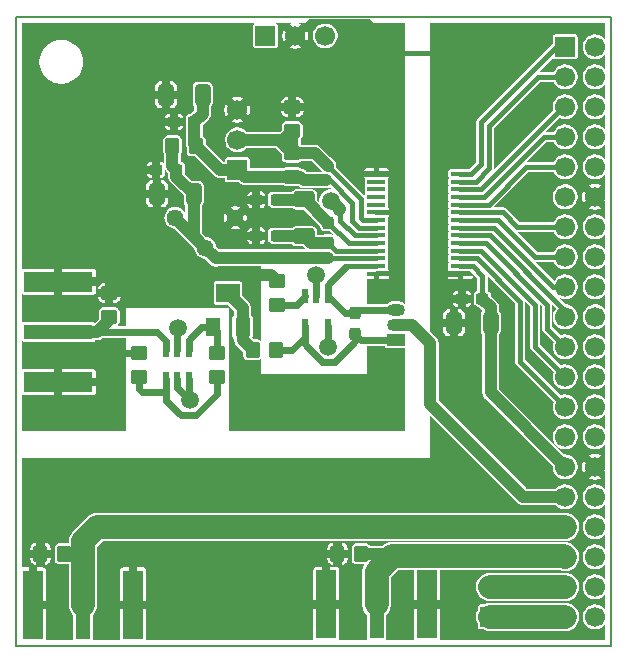
<source format=gbr>
%TF.GenerationSoftware,KiCad,Pcbnew,9.0.2-9.0.2-0~ubuntu24.04.1*%
%TF.CreationDate,2025-05-23T15:00:11-07:00*%
%TF.ProjectId,PMT_FPGA_PCB,504d545f-4650-4474-915f-5043422e6b69,rev?*%
%TF.SameCoordinates,Original*%
%TF.FileFunction,Copper,L1,Top*%
%TF.FilePolarity,Positive*%
%FSLAX46Y46*%
G04 Gerber Fmt 4.6, Leading zero omitted, Abs format (unit mm)*
G04 Created by KiCad (PCBNEW 9.0.2-9.0.2-0~ubuntu24.04.1) date 2025-05-23 15:00:11*
%MOMM*%
%LPD*%
G01*
G04 APERTURE LIST*
G04 Aperture macros list*
%AMRoundRect*
0 Rectangle with rounded corners*
0 $1 Rounding radius*
0 $2 $3 $4 $5 $6 $7 $8 $9 X,Y pos of 4 corners*
0 Add a 4 corners polygon primitive as box body*
4,1,4,$2,$3,$4,$5,$6,$7,$8,$9,$2,$3,0*
0 Add four circle primitives for the rounded corners*
1,1,$1+$1,$2,$3*
1,1,$1+$1,$4,$5*
1,1,$1+$1,$6,$7*
1,1,$1+$1,$8,$9*
0 Add four rect primitives between the rounded corners*
20,1,$1+$1,$2,$3,$4,$5,0*
20,1,$1+$1,$4,$5,$6,$7,0*
20,1,$1+$1,$6,$7,$8,$9,0*
20,1,$1+$1,$8,$9,$2,$3,0*%
G04 Aperture macros list end*
%TA.AperFunction,Conductor*%
%ADD10C,0.200000*%
%TD*%
%TA.AperFunction,ComponentPad*%
%ADD11R,1.700000X1.700000*%
%TD*%
%TA.AperFunction,ComponentPad*%
%ADD12C,1.700000*%
%TD*%
%TA.AperFunction,SMDPad,CuDef*%
%ADD13R,1.270000X5.842000*%
%TD*%
%TA.AperFunction,SMDPad,CuDef*%
%ADD14R,1.701800X5.842000*%
%TD*%
%TA.AperFunction,SMDPad,CuDef*%
%ADD15R,1.600000X0.450000*%
%TD*%
%TA.AperFunction,SMDPad,CuDef*%
%ADD16RoundRect,0.250000X0.412500X0.650000X-0.412500X0.650000X-0.412500X-0.650000X0.412500X-0.650000X0*%
%TD*%
%TA.AperFunction,SMDPad,CuDef*%
%ADD17RoundRect,0.250000X-0.350000X-0.450000X0.350000X-0.450000X0.350000X0.450000X-0.350000X0.450000X0*%
%TD*%
%TA.AperFunction,SMDPad,CuDef*%
%ADD18RoundRect,0.250000X0.350000X0.450000X-0.350000X0.450000X-0.350000X-0.450000X0.350000X-0.450000X0*%
%TD*%
%TA.AperFunction,SMDPad,CuDef*%
%ADD19RoundRect,0.237500X0.300000X0.237500X-0.300000X0.237500X-0.300000X-0.237500X0.300000X-0.237500X0*%
%TD*%
%TA.AperFunction,SMDPad,CuDef*%
%ADD20RoundRect,0.250000X0.450000X-0.350000X0.450000X0.350000X-0.450000X0.350000X-0.450000X-0.350000X0*%
%TD*%
%TA.AperFunction,SMDPad,CuDef*%
%ADD21RoundRect,0.237500X-0.237500X0.300000X-0.237500X-0.300000X0.237500X-0.300000X0.237500X0.300000X0*%
%TD*%
%TA.AperFunction,SMDPad,CuDef*%
%ADD22RoundRect,0.250000X-0.450000X0.350000X-0.450000X-0.350000X0.450000X-0.350000X0.450000X0.350000X0*%
%TD*%
%TA.AperFunction,SMDPad,CuDef*%
%ADD23RoundRect,0.250000X0.650000X-0.412500X0.650000X0.412500X-0.650000X0.412500X-0.650000X-0.412500X0*%
%TD*%
%TA.AperFunction,SMDPad,CuDef*%
%ADD24R,1.300000X1.600000*%
%TD*%
%TA.AperFunction,SMDPad,CuDef*%
%ADD25R,2.000000X1.600000*%
%TD*%
%TA.AperFunction,SMDPad,CuDef*%
%ADD26RoundRect,0.237500X-0.300000X-0.237500X0.300000X-0.237500X0.300000X0.237500X-0.300000X0.237500X0*%
%TD*%
%TA.AperFunction,SMDPad,CuDef*%
%ADD27R,0.600000X1.200000*%
%TD*%
%TA.AperFunction,SMDPad,CuDef*%
%ADD28RoundRect,0.237500X0.237500X-0.300000X0.237500X0.300000X-0.237500X0.300000X-0.237500X-0.300000X0*%
%TD*%
%TA.AperFunction,SMDPad,CuDef*%
%ADD29R,5.842000X1.270000*%
%TD*%
%TA.AperFunction,SMDPad,CuDef*%
%ADD30R,5.842000X1.701800*%
%TD*%
%TA.AperFunction,ComponentPad*%
%ADD31O,1.500000X1.050000*%
%TD*%
%TA.AperFunction,ComponentPad*%
%ADD32R,1.500000X1.050000*%
%TD*%
%TA.AperFunction,ComponentPad*%
%ADD33C,1.440000*%
%TD*%
%TA.AperFunction,ViaPad*%
%ADD34C,1.500000*%
%TD*%
%TA.AperFunction,Conductor*%
%ADD35C,0.600000*%
%TD*%
%TA.AperFunction,Conductor*%
%ADD36C,0.450000*%
%TD*%
%TA.AperFunction,Conductor*%
%ADD37C,1.000000*%
%TD*%
%TA.AperFunction,Conductor*%
%ADD38C,2.000000*%
%TD*%
G04 APERTURE END LIST*
%TO.N,AVSS*%
D10*
X141207000Y-61722000D02*
X191533000Y-61722000D01*
X191533000Y-114994900D01*
X141207000Y-114994900D01*
X141207000Y-61722000D01*
%TD*%
D11*
%TO.P,J11,1,Pin_1*%
%TO.N,-5V*%
X162306000Y-63313000D03*
D12*
%TO.P,J11,2,Pin_2*%
%TO.N,AVSS*%
X164846000Y-63313000D03*
%TO.P,J11,3,Pin_3*%
%TO.N,+5V*%
X167386000Y-63313000D03*
%TD*%
D13*
%TO.P,J7,1*%
%TO.N,GPIO_28*%
X146875500Y-111506000D03*
D14*
%TO.P,J7,S1*%
%TO.N,AVSS*%
X142621000Y-111506000D03*
%TO.P,J7,S2*%
X151130000Y-111506000D03*
%TD*%
D15*
%TO.P,IC3,1,DVSS*%
%TO.N,AVSS*%
X178810000Y-83473000D03*
%TO.P,IC3,2,DVDD*%
%TO.N,3.3V*%
X178810000Y-82823000D03*
%TO.P,IC3,3,D0*%
%TO.N,D0*%
X178810000Y-82173000D03*
%TO.P,IC3,4,D1*%
%TO.N,D1*%
X178810000Y-81523000D03*
%TO.P,IC3,5,D2*%
%TO.N,D2*%
X178810000Y-80873000D03*
%TO.P,IC3,6,D3*%
%TO.N,D3*%
X178810000Y-80223000D03*
%TO.P,IC3,7,D4*%
%TO.N,D4*%
X178810000Y-79573000D03*
%TO.P,IC3,8,D5*%
%TO.N,D5*%
X178810000Y-78923000D03*
%TO.P,IC3,9,D6*%
%TO.N,D6*%
X178810000Y-78273000D03*
%TO.P,IC3,10,D7*%
%TO.N,D7*%
X178810000Y-77623000D03*
%TO.P,IC3,11,D8*%
%TO.N,D8*%
X178810000Y-76973000D03*
%TO.P,IC3,12,D9*%
%TO.N,D9*%
X178810000Y-76323000D03*
%TO.P,IC3,13,SELECT*%
%TO.N,GPIO_2*%
X178810000Y-75673000D03*
%TO.P,IC3,14,CLOCK*%
%TO.N,CLOCK*%
X178810000Y-75023000D03*
%TO.P,IC3,15,SLEEP*%
%TO.N,AVSS*%
X171710000Y-75023000D03*
%TO.P,IC3,16,INA-I*%
%TO.N,INA-I*%
X171710000Y-75673000D03*
%TO.P,IC3,17,INB-I*%
%TO.N,INB-I*%
X171710000Y-76323000D03*
%TO.P,IC3,18,REFT-I*%
%TO.N,REFT-I*%
X171710000Y-76973000D03*
%TO.P,IC3,19,REFB-I*%
%TO.N,REFB-I*%
X171710000Y-77623000D03*
%TO.P,IC3,20,AVSS*%
%TO.N,AVSS*%
X171710000Y-78273000D03*
%TO.P,IC3,21,REFSENSE*%
%TO.N,REFSENSE*%
X171710000Y-78923000D03*
%TO.P,IC3,22,VREF*%
%TO.N,VREF*%
X171710000Y-79573000D03*
%TO.P,IC3,23,AVDD*%
%TO.N,+5V*%
X171710000Y-80223000D03*
%TO.P,IC3,24,REFB-Q*%
%TO.N,REFB-Q*%
X171710000Y-80873000D03*
%TO.P,IC3,25,REFT-Q*%
%TO.N,REFT-Q*%
X171710000Y-81523000D03*
%TO.P,IC3,26,INB-Q*%
%TO.N,INB-Q*%
X171710000Y-82173000D03*
%TO.P,IC3,27,INA-Q*%
%TO.N,INA-Q*%
X171710000Y-82823000D03*
%TO.P,IC3,28,CHIP-SELECT*%
%TO.N,AVSS*%
X171710000Y-83473000D03*
%TD*%
D16*
%TO.P,C20,1*%
%TO.N,3.3V*%
X181394500Y-87630000D03*
%TO.P,C20,2*%
%TO.N,AVSS*%
X178269500Y-87630000D03*
%TD*%
D17*
%TO.P,R1,1*%
%TO.N,INB-Q*%
X154448000Y-72644000D03*
%TO.P,R1,2*%
%TO.N,VREF*%
X156448000Y-72644000D03*
%TD*%
%TO.P,R10,1*%
%TO.N,AVSS*%
X143272000Y-107188000D03*
%TO.P,R10,2*%
%TO.N,GPIO_28*%
X145272000Y-107188000D03*
%TD*%
D18*
%TO.P,R8,1*%
%TO.N,Net-(IC2-V_IN-)*%
X163232000Y-89916000D03*
%TO.P,R8,2*%
%TO.N,Net-(R2-Pad2)*%
X161232000Y-89916000D03*
%TD*%
D19*
%TO.P,C8,1*%
%TO.N,REFB-Q*%
X163258500Y-77216000D03*
%TO.P,C8,2*%
%TO.N,AVSS*%
X161533500Y-77216000D03*
%TD*%
D20*
%TO.P,R4,1*%
%TO.N,Net-(IC1-INVERTING_INPUT)*%
X158242000Y-92186000D03*
%TO.P,R4,2*%
%TO.N,OPA695*%
X158242000Y-90186000D03*
%TD*%
%TO.P,R9,1*%
%TO.N,Net-(IC2-V_IN+)*%
X163322000Y-86090000D03*
%TO.P,R9,2*%
%TO.N,AVSS*%
X163322000Y-84090000D03*
%TD*%
D21*
%TO.P,C13,1*%
%TO.N,INA-Q*%
X169926000Y-86840500D03*
%TO.P,C13,2*%
%TO.N,Net-(IC2-V_IN-)*%
X169926000Y-88565500D03*
%TD*%
D19*
%TO.P,C9,1*%
%TO.N,INB-Q*%
X154786500Y-74676000D03*
%TO.P,C9,2*%
%TO.N,AVSS*%
X153061500Y-74676000D03*
%TD*%
D17*
%TO.P,R11,1*%
%TO.N,AVSS*%
X168418000Y-107188000D03*
%TO.P,R11,2*%
%TO.N,GPIO_30*%
X170418000Y-107188000D03*
%TD*%
D22*
%TO.P,R3,1*%
%TO.N,AVSS*%
X149098000Y-85106000D03*
%TO.P,R3,2*%
%TO.N,PMT*%
X149098000Y-87106000D03*
%TD*%
D11*
%TO.P,J13,1,Pin_1*%
%TO.N,GPIO_34*%
X181356000Y-112527000D03*
D12*
%TO.P,J13,2,Pin_2*%
%TO.N,GPIO_32*%
X181356000Y-109987000D03*
%TD*%
D13*
%TO.P,J6,1*%
%TO.N,GPIO_30*%
X171729000Y-111477500D03*
D14*
%TO.P,J6,S1*%
%TO.N,AVSS*%
X167474500Y-111477500D03*
%TO.P,J6,S2*%
X175983500Y-111477500D03*
%TD*%
D19*
%TO.P,C10,1*%
%TO.N,VREF*%
X156310500Y-70612000D03*
%TO.P,C10,2*%
%TO.N,AVSS*%
X154585500Y-70612000D03*
%TD*%
D23*
%TO.P,C6,1*%
%TO.N,REFT-Q*%
X165608000Y-80302500D03*
%TO.P,C6,2*%
%TO.N,REFB-Q*%
X165608000Y-77177500D03*
%TD*%
D22*
%TO.P,R13,1*%
%TO.N,REFSENSE*%
X164592000Y-73258000D03*
%TO.P,R13,2*%
%TO.N,VREF*%
X164592000Y-75258000D03*
%TD*%
%TO.P,R6,1*%
%TO.N,AVSS*%
X151638000Y-90186000D03*
%TO.P,R6,2*%
%TO.N,Net-(IC1-INVERTING_INPUT)*%
X151638000Y-92186000D03*
%TD*%
D24*
%TO.P,R2,1*%
%TO.N,OPA695*%
X157875500Y-87990000D03*
D25*
%TO.P,R2,2*%
%TO.N,Net-(R2-Pad2)*%
X159125500Y-85090000D03*
D24*
%TO.P,R2,3*%
X160375500Y-87990000D03*
%TD*%
D26*
%TO.P,C7,1*%
%TO.N,AVSS*%
X161533500Y-80264000D03*
%TO.P,C7,2*%
%TO.N,REFT-Q*%
X163258500Y-80264000D03*
%TD*%
D27*
%TO.P,IC2,1,V_OUT*%
%TO.N,INA-Q*%
X167574000Y-85364000D03*
%TO.P,IC2,2,-V_S*%
%TO.N,-5V*%
X166624000Y-85364000D03*
%TO.P,IC2,3,V_IN+*%
%TO.N,Net-(IC2-V_IN+)*%
X165674000Y-85364000D03*
%TO.P,IC2,4,V_IN-*%
%TO.N,Net-(IC2-V_IN-)*%
X165674000Y-87864000D03*
%TO.P,IC2,5,+V_S*%
%TO.N,+5V*%
X167574000Y-87864000D03*
%TD*%
D22*
%TO.P,R12,1*%
%TO.N,AVSS*%
X164592000Y-69358000D03*
%TO.P,R12,2*%
%TO.N,REFSENSE*%
X164592000Y-71358000D03*
%TD*%
D16*
%TO.P,C12,1*%
%TO.N,INB-Q*%
X156248500Y-76708000D03*
%TO.P,C12,2*%
%TO.N,AVSS*%
X153123500Y-76708000D03*
%TD*%
D28*
%TO.P,C5,1*%
%TO.N,REFT-Q*%
X167640000Y-80872500D03*
%TO.P,C5,2*%
%TO.N,REFB-Q*%
X167640000Y-79147500D03*
%TD*%
D27*
%TO.P,IC1,1,OUTPUT*%
%TO.N,OPA695*%
X155812000Y-89906000D03*
%TO.P,IC1,2,-V_S*%
%TO.N,-5V*%
X154862000Y-89906000D03*
%TO.P,IC1,3,NONINVERTING_INPUT*%
%TO.N,PMT*%
X153912000Y-89906000D03*
%TO.P,IC1,4,INVERTING_INPUT*%
%TO.N,Net-(IC1-INVERTING_INPUT)*%
X153912000Y-92406000D03*
%TO.P,IC1,5,~{DIS}*%
%TO.N,+5V*%
X154862000Y-92406000D03*
%TO.P,IC1,6,+V_S*%
X155812000Y-92406000D03*
%TD*%
D19*
%TO.P,C18,1*%
%TO.N,3.3V*%
X180694500Y-85598000D03*
%TO.P,C18,2*%
%TO.N,AVSS*%
X178969500Y-85598000D03*
%TD*%
D16*
%TO.P,C11,1*%
%TO.N,VREF*%
X157010500Y-68326000D03*
%TO.P,C11,2*%
%TO.N,AVSS*%
X153885500Y-68326000D03*
%TD*%
D29*
%TO.P,J5,1*%
%TO.N,PMT*%
X144780000Y-88392000D03*
D30*
%TO.P,J5,S1*%
%TO.N,AVSS*%
X144780000Y-84137500D03*
%TO.P,J5,S2*%
X144780000Y-92646500D03*
%TD*%
D11*
%TO.P,J1,1,Pin_1*%
%TO.N,CLOCK*%
X187692000Y-64262000D03*
D12*
%TO.P,J1,2,Pin_2*%
%TO.N,GPIO_1*%
X190232000Y-64262000D03*
%TO.P,J1,3,Pin_3*%
%TO.N,GPIO_2*%
X187692000Y-66802000D03*
%TO.P,J1,4,Pin_4*%
%TO.N,GPIO_3*%
X190232000Y-66802000D03*
%TO.P,J1,5,Pin_5*%
%TO.N,D9*%
X187692000Y-69342000D03*
%TO.P,J1,6,Pin_6*%
%TO.N,GPIO_5*%
X190232000Y-69342000D03*
%TO.P,J1,7,Pin_7*%
%TO.N,D8*%
X187692000Y-71882000D03*
%TO.P,J1,8,Pin_8*%
%TO.N,GPIO_7*%
X190232000Y-71882000D03*
%TO.P,J1,9,Pin_9*%
%TO.N,D7*%
X187692000Y-74422000D03*
%TO.P,J1,10,Pin_10*%
%TO.N,GPIO_9*%
X190232000Y-74422000D03*
%TO.P,J1,11,Pin_11*%
%TO.N,5V*%
X187692000Y-76962000D03*
%TO.P,J1,12,Pin_12*%
%TO.N,AVSS*%
X190232000Y-76962000D03*
%TO.P,J1,13,Pin_13*%
%TO.N,D6*%
X187692000Y-79502000D03*
%TO.P,J1,14,Pin_14*%
%TO.N,GPIO_11*%
X190232000Y-79502000D03*
%TO.P,J1,15,Pin_15*%
%TO.N,D5*%
X187692000Y-82042000D03*
%TO.P,J1,16,Pin_16*%
%TO.N,GPIO_13*%
X190232000Y-82042000D03*
%TO.P,J1,17,Pin_17*%
%TO.N,D4*%
X187692000Y-84582000D03*
%TO.P,J1,18,Pin_18*%
%TO.N,GPIO_15*%
X190232000Y-84582000D03*
%TO.P,J1,19,Pin_19*%
%TO.N,D3*%
X187692000Y-87122000D03*
%TO.P,J1,20,Pin_20*%
%TO.N,GPIO_17*%
X190232000Y-87122000D03*
%TO.P,J1,21,Pin_21*%
%TO.N,D2*%
X187692000Y-89662000D03*
%TO.P,J1,22,Pin_22*%
%TO.N,GPIO_19*%
X190232000Y-89662000D03*
%TO.P,J1,23,Pin_23*%
%TO.N,D1*%
X187692000Y-92202000D03*
%TO.P,J1,24,Pin_24*%
%TO.N,GPIO_21*%
X190232000Y-92202000D03*
%TO.P,J1,25,Pin_25*%
%TO.N,D0*%
X187692000Y-94742000D03*
%TO.P,J1,26,Pin_26*%
%TO.N,GPIO_23*%
X190232000Y-94742000D03*
%TO.P,J1,27,Pin_27*%
%TO.N,GPIO_24*%
X187692000Y-97282000D03*
%TO.P,J1,28,Pin_28*%
%TO.N,GPIO_25*%
X190232000Y-97282000D03*
%TO.P,J1,29,Pin_29*%
%TO.N,3.3V*%
X187692000Y-99822000D03*
%TO.P,J1,30,Pin_30*%
%TO.N,AVSS*%
X190232000Y-99822000D03*
%TO.P,J1,31,Pin_31*%
%TO.N,GPIO_26*%
X187692000Y-102362000D03*
%TO.P,J1,32,Pin_32*%
%TO.N,GPIO_27*%
X190232000Y-102362000D03*
%TO.P,J1,33,Pin_33*%
%TO.N,GPIO_28*%
X187692000Y-104902000D03*
%TO.P,J1,34,Pin_34*%
%TO.N,GPIO_29*%
X190232000Y-104902000D03*
%TO.P,J1,35,Pin_35*%
%TO.N,GPIO_30*%
X187692000Y-107442000D03*
%TO.P,J1,36,Pin_36*%
%TO.N,GPIO_31*%
X190232000Y-107442000D03*
%TO.P,J1,37,Pin_37*%
%TO.N,GPIO_32*%
X187692000Y-109982000D03*
%TO.P,J1,38,Pin_38*%
%TO.N,GPIO_33*%
X190232000Y-109982000D03*
%TO.P,J1,39,Pin_39*%
%TO.N,GPIO_34*%
X187692000Y-112522000D03*
%TO.P,J1,40,Pin_40*%
%TO.N,GPIO_35*%
X190232000Y-112522000D03*
%TD*%
D31*
%TO.P,Q1,3,D*%
%TO.N,INA-Q*%
X173349500Y-86533500D03*
D32*
%TO.P,Q1,1,S*%
%TO.N,Net-(IC2-V_IN-)*%
X173349500Y-89073500D03*
D31*
%TO.P,Q1,2,G*%
%TO.N,GPIO_26*%
X173349500Y-87803500D03*
%TD*%
D33*
%TO.P,RV1,1,1*%
%TO.N,INB-Q*%
X154686000Y-78740000D03*
%TO.P,RV1,2,2*%
X157226000Y-81280000D03*
%TO.P,RV1,3,3*%
%TO.N,AVSS*%
X159766000Y-78740000D03*
%TD*%
D11*
%TO.P,J4,1,Pin_1*%
%TO.N,VREF*%
X159946000Y-74676000D03*
D12*
%TO.P,J4,2,Pin_2*%
%TO.N,REFSENSE*%
X159946000Y-72136000D03*
%TO.P,J4,3,Pin_3*%
%TO.N,AVSS*%
X159946000Y-69596000D03*
%TD*%
D34*
%TO.N,AVSS*%
X167457259Y-71699259D03*
%TO.N,+5V*%
X167826555Y-77283445D03*
X155937500Y-94204000D03*
X167640000Y-89662000D03*
%TO.N,-5V*%
X154921500Y-88108000D03*
X166624000Y-83566000D03*
%TD*%
D35*
%TO.N,INA-Q*%
X169926000Y-86840500D02*
X170233000Y-86533500D01*
X170233000Y-86533500D02*
X173349500Y-86533500D01*
%TO.N,Net-(IC2-V_IN-)*%
X169926000Y-88565500D02*
X170434000Y-89073500D01*
X170434000Y-89073500D02*
X173349500Y-89073500D01*
%TO.N,OPA695*%
X158242000Y-90186000D02*
X158242000Y-88356500D01*
X158242000Y-88356500D02*
X157875500Y-87990000D01*
%TO.N,Net-(IC2-V_IN+)*%
X163322000Y-86090000D02*
X164948000Y-86090000D01*
X164948000Y-86090000D02*
X165674000Y-85364000D01*
%TO.N,INA-Q*%
X169926000Y-86840500D02*
X169050500Y-86840500D01*
X169050500Y-86840500D02*
X167574000Y-85364000D01*
X167574000Y-84394000D02*
X167574000Y-85364000D01*
X167574000Y-84394000D02*
X169069000Y-82899000D01*
X169069000Y-82899000D02*
X169145000Y-82899000D01*
%TO.N,Net-(IC2-V_IN-)*%
X165674000Y-88834000D02*
X165674000Y-89465182D01*
X165674000Y-89465182D02*
X167121818Y-90913000D01*
X167121818Y-90913000D02*
X168167000Y-90913000D01*
X169926000Y-89154000D02*
X169926000Y-88565500D01*
X168167000Y-90913000D02*
X169926000Y-89154000D01*
X165674000Y-88834000D02*
X164592000Y-89916000D01*
X165674000Y-87864000D02*
X165674000Y-88834000D01*
X164592000Y-89916000D02*
X163232000Y-89916000D01*
%TO.N,+5V*%
X167574000Y-87864000D02*
X167574000Y-89596000D01*
X167574000Y-89596000D02*
X167640000Y-89662000D01*
%TO.N,-5V*%
X166624000Y-85364000D02*
X166624000Y-83566000D01*
%TO.N,Net-(IC1-INVERTING_INPUT)*%
X153912000Y-94230524D02*
X155136476Y-95455000D01*
X155136476Y-95455000D02*
X156455682Y-95455000D01*
X158242000Y-93668682D02*
X158242000Y-92186000D01*
X156455682Y-95455000D02*
X158242000Y-93668682D01*
X153912000Y-93472000D02*
X153912000Y-93947682D01*
%TO.N,OPA695*%
X155812000Y-89906000D02*
X155812000Y-89044000D01*
X155812000Y-89044000D02*
X156866000Y-87990000D01*
X156866000Y-87990000D02*
X157875500Y-87990000D01*
%TO.N,+5V*%
X154862000Y-92406000D02*
X154862000Y-93128500D01*
X154862000Y-93128500D02*
X155937500Y-94204000D01*
X155812000Y-92406000D02*
X155812000Y-94078500D01*
X155812000Y-94078500D02*
X155937500Y-94204000D01*
%TO.N,-5V*%
X154862000Y-89906000D02*
X154862000Y-88167500D01*
X154862000Y-88167500D02*
X154921500Y-88108000D01*
%TO.N,AVSS*%
X151638000Y-90186000D02*
X150352000Y-90186000D01*
X150352000Y-90186000D02*
X147891500Y-92646500D01*
X147891500Y-92646500D02*
X144780000Y-92646500D01*
%TO.N,Net-(IC1-INVERTING_INPUT)*%
X151892000Y-93472000D02*
X151638000Y-93218000D01*
X153912000Y-93472000D02*
X151892000Y-93472000D01*
X153912000Y-92406000D02*
X153912000Y-93472000D01*
X151638000Y-93218000D02*
X151638000Y-92186000D01*
%TO.N,PMT*%
X153912000Y-89906000D02*
X153912000Y-89142000D01*
X153912000Y-89142000D02*
X153162000Y-88392000D01*
X153162000Y-88392000D02*
X148082000Y-88392000D01*
%TO.N,Net-(IC1-INVERTING_INPUT)*%
X153912000Y-93472000D02*
X153912000Y-94230524D01*
D36*
%TO.N,AVSS*%
X178810000Y-83473000D02*
X176945000Y-83473000D01*
X176784000Y-64770000D02*
X173736000Y-64770000D01*
X176945000Y-83473000D02*
X176784000Y-83312000D01*
X176784000Y-83312000D02*
X176784000Y-64770000D01*
X173736000Y-64770000D02*
X171003000Y-62037000D01*
X171003000Y-62037000D02*
X166122000Y-62037000D01*
X166122000Y-62037000D02*
X164846000Y-63313000D01*
D37*
%TO.N,GPIO_26*%
X173349500Y-87803500D02*
X174756500Y-87803500D01*
X174756500Y-87803500D02*
X176276000Y-89323000D01*
X176276000Y-89323000D02*
X176276000Y-94488000D01*
X176276000Y-94488000D02*
X184150000Y-102362000D01*
X184150000Y-102362000D02*
X187692000Y-102362000D01*
%TO.N,3.3V*%
X187692000Y-99822000D02*
X181394500Y-93524500D01*
X181394500Y-93524500D02*
X181394500Y-87630000D01*
D36*
X178810000Y-82823000D02*
X179851000Y-82823000D01*
X179851000Y-82823000D02*
X180694500Y-83666500D01*
X180694500Y-83666500D02*
X180694500Y-85598000D01*
D37*
X181394500Y-87630000D02*
X181394500Y-86298000D01*
X181394500Y-86298000D02*
X180694500Y-85598000D01*
%TO.N,AVSS*%
X163322000Y-84090000D02*
X162821000Y-83589000D01*
X162821000Y-83589000D02*
X150615000Y-83589000D01*
X150615000Y-83589000D02*
X149098000Y-85106000D01*
%TO.N,Net-(R2-Pad2)*%
X160375500Y-89059500D02*
X160375500Y-87990000D01*
X160375500Y-87990000D02*
X160375500Y-86340000D01*
X160375500Y-86340000D02*
X159125500Y-85090000D01*
%TO.N,INB-Q*%
X158119000Y-82173000D02*
X158177000Y-82115000D01*
X158177000Y-82115000D02*
X167572938Y-82115000D01*
D36*
%TO.N,GPIO_2*%
X180105000Y-75673000D02*
X178810000Y-75673000D01*
X185420000Y-66802000D02*
X181245000Y-70977000D01*
X181245000Y-74533000D02*
X180105000Y-75673000D01*
X181245000Y-70977000D02*
X181245000Y-74533000D01*
X187692000Y-66802000D02*
X185420000Y-66802000D01*
%TO.N,D4*%
X186690000Y-84582000D02*
X181681000Y-79573000D01*
X181681000Y-79573000D02*
X178810000Y-79573000D01*
X187692000Y-84582000D02*
X186690000Y-84582000D01*
D38*
%TO.N,GPIO_32*%
X187687000Y-109987000D02*
X187692000Y-109982000D01*
X181356000Y-109987000D02*
X187687000Y-109987000D01*
%TO.N,GPIO_34*%
X181356000Y-112527000D02*
X187687000Y-112527000D01*
X187687000Y-112527000D02*
X187692000Y-112522000D01*
%TO.N,GPIO_30*%
X171729000Y-111477500D02*
X171729000Y-108687000D01*
D37*
X172893000Y-107188000D02*
X173060500Y-107355500D01*
D38*
X187605500Y-107355500D02*
X187692000Y-107442000D01*
X171729000Y-108687000D02*
X173060500Y-107355500D01*
X173060500Y-107355500D02*
X187605500Y-107355500D01*
D37*
X170418000Y-107188000D02*
X172893000Y-107188000D01*
%TO.N,GPIO_28*%
X145859500Y-107188000D02*
X146875500Y-108204000D01*
X145272000Y-107188000D02*
X145859500Y-107188000D01*
D38*
X146875500Y-111506000D02*
X146875500Y-108204000D01*
X146875500Y-106108500D02*
X148082000Y-104902000D01*
X148082000Y-104902000D02*
X187692000Y-104902000D01*
X146875500Y-108204000D02*
X146875500Y-106108500D01*
D36*
%TO.N,D6*%
X183642000Y-79502000D02*
X182413000Y-78273000D01*
X187692000Y-79502000D02*
X183642000Y-79502000D01*
X182413000Y-78273000D02*
X178810000Y-78273000D01*
%TO.N,D1*%
X178810000Y-81523000D02*
X180583000Y-81523000D01*
X180583000Y-81523000D02*
X185166000Y-86106000D01*
X185166000Y-89676000D02*
X187692000Y-92202000D01*
X185166000Y-86106000D02*
X185166000Y-89676000D01*
%TO.N,D5*%
X187692000Y-82042000D02*
X185166000Y-82042000D01*
X182047000Y-78923000D02*
X178810000Y-78923000D01*
X185166000Y-82042000D02*
X182047000Y-78923000D01*
%TO.N,D2*%
X186182000Y-88152000D02*
X187692000Y-89662000D01*
X178810000Y-80873000D02*
X180949000Y-80873000D01*
X180949000Y-80873000D02*
X186182000Y-86106000D01*
X186182000Y-86106000D02*
X186182000Y-88152000D01*
%TO.N,D7*%
X187692000Y-74422000D02*
X184404000Y-74422000D01*
X184404000Y-74422000D02*
X181203000Y-77623000D01*
X181203000Y-77623000D02*
X178810000Y-77623000D01*
%TO.N,D8*%
X187692000Y-71882000D02*
X185928000Y-71882000D01*
X180837000Y-76973000D02*
X178810000Y-76973000D01*
X185928000Y-71882000D02*
X180837000Y-76973000D01*
%TO.N,D3*%
X187692000Y-87122000D02*
X187692000Y-86600000D01*
X181315000Y-80223000D02*
X178810000Y-80223000D01*
X187692000Y-86600000D02*
X181315000Y-80223000D01*
%TO.N,CLOCK*%
X180594000Y-74168000D02*
X180594000Y-70612000D01*
X186944000Y-64262000D02*
X187692000Y-64262000D01*
X179739000Y-75023000D02*
X180594000Y-74168000D01*
X178810000Y-75023000D02*
X179739000Y-75023000D01*
X180594000Y-70612000D02*
X186944000Y-64262000D01*
%TO.N,D0*%
X183896000Y-85852000D02*
X183896000Y-90946000D01*
X180217000Y-82173000D02*
X183896000Y-85852000D01*
X178810000Y-82173000D02*
X180217000Y-82173000D01*
X183896000Y-90946000D02*
X187692000Y-94742000D01*
%TO.N,D9*%
X187545840Y-69342000D02*
X180564840Y-76323000D01*
X180564840Y-76323000D02*
X178810000Y-76323000D01*
X187692000Y-69342000D02*
X187545840Y-69342000D01*
D37*
%TO.N,REFB-Q*%
X165569500Y-77216000D02*
X165608000Y-77177500D01*
X165670000Y-77177500D02*
X167640000Y-79147500D01*
X165608000Y-77177500D02*
X165670000Y-77177500D01*
D36*
X169365500Y-80873000D02*
X167640000Y-79147500D01*
D37*
X163258500Y-77216000D02*
X165569500Y-77216000D01*
D36*
X171710000Y-80873000D02*
X169365500Y-80873000D01*
%TO.N,INA-Q*%
X169145000Y-82823000D02*
X167574000Y-84394000D01*
X171710000Y-82823000D02*
X169145000Y-82823000D01*
D37*
%TO.N,VREF*%
X160602000Y-75258000D02*
X164592000Y-75258000D01*
X165555000Y-75533000D02*
X167464226Y-75533000D01*
X158480000Y-74676000D02*
X156448000Y-72644000D01*
D36*
X170251000Y-79573000D02*
X169672000Y-78994000D01*
D37*
X159946000Y-74676000D02*
X158480000Y-74676000D01*
X157010500Y-68326000D02*
X157010500Y-69912000D01*
X160020000Y-74676000D02*
X160602000Y-75258000D01*
X156310500Y-72506500D02*
X156448000Y-72644000D01*
D36*
X169672000Y-78994000D02*
X169672000Y-77465774D01*
D37*
X165280000Y-75258000D02*
X165555000Y-75533000D01*
D36*
X167464226Y-75258000D02*
X167769113Y-75562887D01*
X171710000Y-79573000D02*
X170251000Y-79573000D01*
D37*
X159946000Y-74676000D02*
X160020000Y-74676000D01*
X164592000Y-75258000D02*
X165280000Y-75258000D01*
X156310500Y-70612000D02*
X156310500Y-72506500D01*
D36*
X169672000Y-77465774D02*
X167769113Y-75562887D01*
D37*
X157010500Y-69912000D02*
X156310500Y-70612000D01*
%TO.N,REFT-Q*%
X163258500Y-80264000D02*
X165569500Y-80264000D01*
X165569500Y-80264000D02*
X165608000Y-80302500D01*
D36*
X171710000Y-81523000D02*
X168290500Y-81523000D01*
X168290500Y-81523000D02*
X167640000Y-80872500D01*
D37*
X166178000Y-80872500D02*
X167640000Y-80872500D01*
X165608000Y-80302500D02*
X166178000Y-80872500D01*
%TO.N,AVSS*%
X167457259Y-72461259D02*
X170019000Y-75023000D01*
D36*
X171710000Y-75023000D02*
X172813000Y-75023000D01*
X170019000Y-75023000D02*
X171710000Y-75023000D01*
X172813000Y-75023000D02*
X173228000Y-75438000D01*
X173228000Y-77978000D02*
X172933000Y-78273000D01*
X172933000Y-78273000D02*
X171710000Y-78273000D01*
D37*
X167457259Y-71699259D02*
X167457259Y-72461259D01*
D36*
X173228000Y-75438000D02*
X173228000Y-77978000D01*
D37*
%TO.N,REFSENSE*%
X166511867Y-73258000D02*
X164592000Y-73258000D01*
X159946000Y-72136000D02*
X163470000Y-72136000D01*
D36*
X170434000Y-78740000D02*
X170434000Y-77180133D01*
D37*
X164592000Y-71358000D02*
X164592000Y-73258000D01*
D36*
X170434000Y-77180133D02*
X167276933Y-74023067D01*
D37*
X163470000Y-72136000D02*
X164592000Y-73258000D01*
X167585866Y-74332000D02*
X167629530Y-74332000D01*
X166511867Y-73258000D02*
X167276933Y-74023066D01*
X163814000Y-72136000D02*
X164592000Y-71358000D01*
X167276933Y-74023066D02*
X167276933Y-74023067D01*
D36*
X171710000Y-78923000D02*
X170617000Y-78923000D01*
D37*
X159946000Y-72136000D02*
X163814000Y-72136000D01*
D36*
X170617000Y-78923000D02*
X170434000Y-78740000D01*
D37*
X167276933Y-74023067D02*
X167585866Y-74332000D01*
%TO.N,INB-Q*%
X154786500Y-75246000D02*
X156248500Y-76708000D01*
X156248500Y-80302500D02*
X157226000Y-81280000D01*
X156248500Y-76708000D02*
X156248500Y-80302500D01*
X154448000Y-72644000D02*
X154448000Y-74337500D01*
X157226000Y-81280000D02*
X158119000Y-82173000D01*
X154686000Y-78740000D02*
X157226000Y-81280000D01*
X154786500Y-74676000D02*
X154786500Y-75246000D01*
D36*
X171710000Y-82173000D02*
X158119000Y-82173000D01*
D37*
X154448000Y-74337500D02*
X154786500Y-74676000D01*
%TO.N,PMT*%
X149098000Y-87376000D02*
X148082000Y-88392000D01*
X144780000Y-88392000D02*
X148082000Y-88392000D01*
X149098000Y-87106000D02*
X149098000Y-87376000D01*
D36*
%TO.N,+5V*%
X171710000Y-80223000D02*
X169885000Y-80223000D01*
D37*
X167826555Y-77283445D02*
X167961445Y-77283445D01*
D36*
X169885000Y-80223000D02*
X168656000Y-78994000D01*
X168656000Y-78994000D02*
X168656000Y-78486000D01*
D37*
X167961445Y-77283445D02*
X168656000Y-77978000D01*
X168656000Y-77978000D02*
X168529000Y-78105000D01*
D36*
X167826555Y-77656555D02*
X167826555Y-77283445D01*
X168656000Y-78486000D02*
X167826555Y-77656555D01*
D37*
%TO.N,Net-(R2-Pad2)*%
X160375500Y-89059500D02*
X161232000Y-89916000D01*
%TD*%
%TA.AperFunction,Conductor*%
%TO.N,AVSS*%
G36*
X150522428Y-88895868D02*
G01*
X150525796Y-88904000D01*
X150525796Y-96774113D01*
X150529083Y-96782050D01*
X150525715Y-96790182D01*
X150517583Y-96793550D01*
X141743500Y-96793550D01*
X141735368Y-96790182D01*
X141732000Y-96782050D01*
X141732000Y-93734728D01*
X141735368Y-93726596D01*
X141743500Y-93723228D01*
X141749889Y-93725166D01*
X141761454Y-93732893D01*
X141761457Y-93732895D01*
X141834378Y-93747400D01*
X144429999Y-93747400D01*
X144430000Y-93747399D01*
X144430000Y-92996501D01*
X145130000Y-92996501D01*
X145130000Y-93747399D01*
X145130001Y-93747400D01*
X147725622Y-93747400D01*
X147798542Y-93732895D01*
X147798546Y-93732893D01*
X147881238Y-93677641D01*
X147881241Y-93677638D01*
X147936493Y-93594946D01*
X147936495Y-93594942D01*
X147951000Y-93522022D01*
X147951000Y-92996501D01*
X147950999Y-92996500D01*
X145130001Y-92996500D01*
X145130000Y-92996501D01*
X144430000Y-92996501D01*
X144430000Y-91545601D01*
X145130000Y-91545601D01*
X145130000Y-92296499D01*
X145130001Y-92296500D01*
X147950999Y-92296500D01*
X147951000Y-92296499D01*
X147951000Y-91770977D01*
X147936495Y-91698057D01*
X147936493Y-91698053D01*
X147881241Y-91615361D01*
X147881238Y-91615358D01*
X147798546Y-91560106D01*
X147798542Y-91560104D01*
X147725622Y-91545600D01*
X145130001Y-91545600D01*
X145130000Y-91545601D01*
X144430000Y-91545601D01*
X144429999Y-91545600D01*
X141834378Y-91545600D01*
X141761457Y-91560104D01*
X141761453Y-91560106D01*
X141749889Y-91567833D01*
X141741256Y-91569550D01*
X141733938Y-91564660D01*
X141732000Y-91558271D01*
X141732000Y-89204795D01*
X141735368Y-89196663D01*
X141743500Y-89193295D01*
X141749888Y-89195232D01*
X141780769Y-89215867D01*
X141839252Y-89227500D01*
X141839254Y-89227500D01*
X147720746Y-89227500D01*
X147720748Y-89227500D01*
X147779231Y-89215867D01*
X147845552Y-89171552D01*
X147889867Y-89105231D01*
X147890558Y-89101755D01*
X147895448Y-89094438D01*
X147901837Y-89092500D01*
X148150992Y-89092500D01*
X148150994Y-89092500D01*
X148286328Y-89065580D01*
X148413811Y-89012775D01*
X148528543Y-88936114D01*
X148568789Y-88895868D01*
X148576921Y-88892500D01*
X150514296Y-88892500D01*
X150522428Y-88895868D01*
G37*
%TD.AperFunction*%
%TA.AperFunction,Conductor*%
G36*
X164554980Y-62233368D02*
G01*
X164558348Y-62241500D01*
X164554980Y-62249632D01*
X164550402Y-62252437D01*
X164423750Y-62293588D01*
X164356056Y-62328080D01*
X164840976Y-62813000D01*
X164780174Y-62813000D01*
X164653007Y-62847075D01*
X164538993Y-62912901D01*
X164445901Y-63005993D01*
X164380075Y-63120007D01*
X164346000Y-63247174D01*
X164346000Y-63307976D01*
X163861080Y-62823056D01*
X163826588Y-62890750D01*
X163773085Y-63055418D01*
X163746000Y-63226425D01*
X163746000Y-63399574D01*
X163773085Y-63570581D01*
X163826588Y-63735249D01*
X163861080Y-63802942D01*
X164346000Y-63318023D01*
X164346000Y-63378826D01*
X164380075Y-63505993D01*
X164445901Y-63620007D01*
X164538993Y-63713099D01*
X164653007Y-63778925D01*
X164780174Y-63813000D01*
X164840974Y-63813000D01*
X164356056Y-64297918D01*
X164423750Y-64332411D01*
X164588418Y-64385914D01*
X164759426Y-64413000D01*
X164932574Y-64413000D01*
X165103581Y-64385914D01*
X165268249Y-64332411D01*
X165335942Y-64297918D01*
X164851024Y-63813000D01*
X164911826Y-63813000D01*
X165038993Y-63778925D01*
X165153007Y-63713099D01*
X165246099Y-63620007D01*
X165311925Y-63505993D01*
X165346000Y-63378826D01*
X165346000Y-63318024D01*
X165830918Y-63802942D01*
X165865411Y-63735249D01*
X165918914Y-63570581D01*
X165946000Y-63399574D01*
X165946000Y-63226425D01*
X165943520Y-63210769D01*
X165943325Y-63209535D01*
X166335500Y-63209535D01*
X166335500Y-63416464D01*
X166375868Y-63619414D01*
X166375869Y-63619419D01*
X166455060Y-63810600D01*
X166570020Y-63982651D01*
X166570023Y-63982655D01*
X166716345Y-64128977D01*
X166888402Y-64243941D01*
X167079580Y-64323130D01*
X167282535Y-64363500D01*
X167282536Y-64363500D01*
X167489464Y-64363500D01*
X167489465Y-64363500D01*
X167692420Y-64323130D01*
X167883598Y-64243941D01*
X168055655Y-64128977D01*
X168201977Y-63982655D01*
X168316941Y-63810598D01*
X168396130Y-63619420D01*
X168436500Y-63416465D01*
X168436500Y-63209535D01*
X168396130Y-63006580D01*
X168316941Y-62815402D01*
X168201977Y-62643345D01*
X168055655Y-62497023D01*
X167975182Y-62443253D01*
X167883600Y-62382060D01*
X167692419Y-62302869D01*
X167692414Y-62302868D01*
X167529614Y-62270486D01*
X167489465Y-62262500D01*
X167282535Y-62262500D01*
X167249016Y-62269167D01*
X167079585Y-62302868D01*
X167079580Y-62302869D01*
X166888399Y-62382060D01*
X166716348Y-62497020D01*
X166570020Y-62643348D01*
X166455060Y-62815399D01*
X166375869Y-63006580D01*
X166375868Y-63006585D01*
X166335500Y-63209535D01*
X165943325Y-63209535D01*
X165918914Y-63055418D01*
X165865411Y-62890750D01*
X165830918Y-62823056D01*
X165346000Y-63307974D01*
X165346000Y-63247174D01*
X165311925Y-63120007D01*
X165246099Y-63005993D01*
X165153007Y-62912901D01*
X165038993Y-62847075D01*
X164911826Y-62813000D01*
X164851022Y-62813000D01*
X165335942Y-62328080D01*
X165268249Y-62293588D01*
X165141598Y-62252437D01*
X165134905Y-62246721D01*
X165134215Y-62237946D01*
X165139931Y-62231253D01*
X165145152Y-62230000D01*
X174154500Y-62230000D01*
X174162632Y-62233368D01*
X174166000Y-62241500D01*
X174166000Y-86074967D01*
X174162632Y-86083099D01*
X174154500Y-86086467D01*
X174146368Y-86083099D01*
X174144938Y-86081356D01*
X174138034Y-86071024D01*
X174138032Y-86071021D01*
X174036979Y-85969968D01*
X174034381Y-85968232D01*
X173918155Y-85890572D01*
X173786118Y-85835880D01*
X173701715Y-85819091D01*
X173645955Y-85808000D01*
X173053045Y-85808000D01*
X172983439Y-85821845D01*
X172912883Y-85835880D01*
X172912880Y-85835880D01*
X172780844Y-85890572D01*
X172662024Y-85969965D01*
X172602357Y-86029632D01*
X172594225Y-86033000D01*
X170953500Y-86033000D01*
X170945368Y-86029632D01*
X170942000Y-86021500D01*
X170942000Y-83959500D01*
X170945368Y-83951368D01*
X170953500Y-83948000D01*
X171484999Y-83948000D01*
X171485000Y-83947999D01*
X171485000Y-83698001D01*
X171935000Y-83698001D01*
X171935000Y-83947999D01*
X171935001Y-83948000D01*
X172534622Y-83948000D01*
X172607542Y-83933495D01*
X172607546Y-83933493D01*
X172690238Y-83878241D01*
X172690241Y-83878238D01*
X172745493Y-83795546D01*
X172745495Y-83795542D01*
X172760000Y-83722622D01*
X172760000Y-83698001D01*
X172759999Y-83698000D01*
X171935001Y-83698000D01*
X171935000Y-83698001D01*
X171485000Y-83698001D01*
X171485000Y-83484500D01*
X171488368Y-83476368D01*
X171496500Y-83473000D01*
X171709999Y-83473000D01*
X171710000Y-83472999D01*
X171710000Y-83260000D01*
X171713368Y-83251868D01*
X171721500Y-83248500D01*
X172529747Y-83248500D01*
X172529748Y-83248500D01*
X172531151Y-83248220D01*
X172533393Y-83248000D01*
X172759999Y-83248000D01*
X172760000Y-83247999D01*
X172760000Y-83223377D01*
X172745495Y-83150457D01*
X172745493Y-83150453D01*
X172708496Y-83095082D01*
X172706779Y-83086451D01*
X172710500Y-83067748D01*
X172710500Y-82578252D01*
X172698867Y-82519769D01*
X172688588Y-82504386D01*
X172686872Y-82495757D01*
X172688587Y-82491615D01*
X172698867Y-82476231D01*
X172710500Y-82417748D01*
X172710500Y-81928252D01*
X172698867Y-81869769D01*
X172688588Y-81854386D01*
X172686872Y-81845757D01*
X172688587Y-81841615D01*
X172698867Y-81826231D01*
X172710500Y-81767748D01*
X172710500Y-81278252D01*
X172698867Y-81219769D01*
X172688588Y-81204386D01*
X172686872Y-81195757D01*
X172688587Y-81191615D01*
X172698867Y-81176231D01*
X172710500Y-81117748D01*
X172710500Y-80628252D01*
X172698867Y-80569769D01*
X172688588Y-80554386D01*
X172686872Y-80545757D01*
X172688587Y-80541615D01*
X172698867Y-80526231D01*
X172710500Y-80467748D01*
X172710500Y-79978252D01*
X172698867Y-79919769D01*
X172688588Y-79904386D01*
X172686872Y-79895757D01*
X172688587Y-79891615D01*
X172698867Y-79876231D01*
X172710500Y-79817748D01*
X172710500Y-79328252D01*
X172698867Y-79269769D01*
X172688588Y-79254386D01*
X172686872Y-79245757D01*
X172688587Y-79241615D01*
X172698867Y-79226231D01*
X172710500Y-79167748D01*
X172710500Y-78678252D01*
X172706779Y-78659547D01*
X172708496Y-78650916D01*
X172745493Y-78595546D01*
X172745495Y-78595542D01*
X172760000Y-78522622D01*
X172760000Y-78498001D01*
X172759999Y-78498000D01*
X172533393Y-78498000D01*
X172531151Y-78497779D01*
X172529748Y-78497500D01*
X172529747Y-78497500D01*
X171721500Y-78497500D01*
X171713368Y-78494132D01*
X171710000Y-78486000D01*
X171710000Y-78060000D01*
X171713368Y-78051868D01*
X171721500Y-78048500D01*
X172529747Y-78048500D01*
X172529748Y-78048500D01*
X172531151Y-78048220D01*
X172533393Y-78048000D01*
X172759999Y-78048000D01*
X172760000Y-78047999D01*
X172760000Y-78023377D01*
X172745495Y-77950457D01*
X172745493Y-77950453D01*
X172708496Y-77895082D01*
X172706779Y-77886451D01*
X172710500Y-77867748D01*
X172710500Y-77378252D01*
X172698867Y-77319769D01*
X172688588Y-77304386D01*
X172686872Y-77295757D01*
X172688587Y-77291615D01*
X172698867Y-77276231D01*
X172710500Y-77217748D01*
X172710500Y-76728252D01*
X172698867Y-76669769D01*
X172688588Y-76654386D01*
X172686872Y-76645757D01*
X172688587Y-76641615D01*
X172698867Y-76626231D01*
X172710500Y-76567748D01*
X172710500Y-76078252D01*
X172698867Y-76019769D01*
X172688588Y-76004386D01*
X172686872Y-75995757D01*
X172688587Y-75991615D01*
X172698867Y-75976231D01*
X172710500Y-75917748D01*
X172710500Y-75428252D01*
X172706779Y-75409547D01*
X172708496Y-75400916D01*
X172745493Y-75345546D01*
X172745495Y-75345542D01*
X172760000Y-75272622D01*
X172760000Y-75248001D01*
X172759999Y-75248000D01*
X172533393Y-75248000D01*
X172531151Y-75247779D01*
X172529748Y-75247500D01*
X170890252Y-75247500D01*
X170888848Y-75247779D01*
X170886607Y-75248000D01*
X170660001Y-75248000D01*
X170660000Y-75248001D01*
X170660000Y-75272622D01*
X170674504Y-75345542D01*
X170674506Y-75345546D01*
X170711502Y-75400916D01*
X170713219Y-75409548D01*
X170709500Y-75428252D01*
X170709500Y-75917748D01*
X170721133Y-75976231D01*
X170721134Y-75976232D01*
X170731409Y-75991611D01*
X170733126Y-76000244D01*
X170731409Y-76004389D01*
X170721134Y-76019767D01*
X170721132Y-76019771D01*
X170713997Y-76055645D01*
X170709500Y-76078252D01*
X170709500Y-76567748D01*
X170721133Y-76626231D01*
X170721134Y-76626232D01*
X170731409Y-76641611D01*
X170733126Y-76650244D01*
X170731409Y-76654389D01*
X170721134Y-76669767D01*
X170721132Y-76669771D01*
X170709500Y-76728253D01*
X170709500Y-76826122D01*
X170706132Y-76834254D01*
X170698000Y-76837622D01*
X170689868Y-76834254D01*
X168628991Y-74773377D01*
X170660000Y-74773377D01*
X170660000Y-74797999D01*
X170660001Y-74798000D01*
X171484999Y-74798000D01*
X171485000Y-74797999D01*
X171485000Y-74548001D01*
X171935000Y-74548001D01*
X171935000Y-74797999D01*
X171935001Y-74798000D01*
X172759999Y-74798000D01*
X172760000Y-74797999D01*
X172760000Y-74773377D01*
X172745495Y-74700457D01*
X172745493Y-74700453D01*
X172690241Y-74617761D01*
X172690238Y-74617758D01*
X172607546Y-74562506D01*
X172607542Y-74562504D01*
X172534622Y-74548000D01*
X171935001Y-74548000D01*
X171935000Y-74548001D01*
X171485000Y-74548001D01*
X171484999Y-74548000D01*
X170885378Y-74548000D01*
X170812457Y-74562504D01*
X170812453Y-74562506D01*
X170729761Y-74617758D01*
X170729758Y-74617761D01*
X170674506Y-74700453D01*
X170674504Y-74700457D01*
X170660000Y-74773377D01*
X168628991Y-74773377D01*
X168322194Y-74466580D01*
X168318826Y-74458448D01*
X168319047Y-74456204D01*
X168330030Y-74400993D01*
X168330030Y-74263007D01*
X168303110Y-74127672D01*
X168250305Y-74000189D01*
X168173644Y-73885458D01*
X168076072Y-73787886D01*
X168016030Y-73747767D01*
X167961343Y-73711226D01*
X167961341Y-73711225D01*
X167959669Y-73710532D01*
X167953905Y-73708144D01*
X167950175Y-73705652D01*
X167821049Y-73576526D01*
X167821047Y-73576523D01*
X166958410Y-72713886D01*
X166958406Y-72713883D01*
X166843680Y-72637226D01*
X166834921Y-72633598D01*
X166716195Y-72584420D01*
X166716193Y-72584419D01*
X166634699Y-72568209D01*
X166580861Y-72557500D01*
X166580860Y-72557500D01*
X166580859Y-72557500D01*
X165329521Y-72557500D01*
X165322692Y-72555253D01*
X165297171Y-72536417D01*
X165292628Y-72528878D01*
X165292500Y-72527164D01*
X165292500Y-72088834D01*
X165295868Y-72080702D01*
X165297165Y-72079586D01*
X165364150Y-72030150D01*
X165444793Y-71920882D01*
X165486457Y-71801812D01*
X165489645Y-71792702D01*
X165489645Y-71792701D01*
X165489646Y-71792699D01*
X165492500Y-71762266D01*
X165492500Y-70953734D01*
X165489646Y-70923301D01*
X165467946Y-70861287D01*
X165444792Y-70795116D01*
X165444791Y-70795115D01*
X165426658Y-70770546D01*
X165364150Y-70685850D01*
X165268708Y-70615411D01*
X165254884Y-70605208D01*
X165254883Y-70605207D01*
X165126702Y-70560354D01*
X165096271Y-70557500D01*
X165096266Y-70557500D01*
X164087734Y-70557500D01*
X164087728Y-70557500D01*
X164057297Y-70560354D01*
X163929116Y-70605207D01*
X163929115Y-70605208D01*
X163819851Y-70685849D01*
X163819849Y-70685851D01*
X163739208Y-70795115D01*
X163739207Y-70795116D01*
X163694354Y-70923297D01*
X163691500Y-70953728D01*
X163691500Y-71263079D01*
X163688132Y-71271211D01*
X163527211Y-71432132D01*
X163519079Y-71435500D01*
X160735896Y-71435500D01*
X160727764Y-71432132D01*
X160615655Y-71320023D01*
X160615651Y-71320020D01*
X160443600Y-71205060D01*
X160252419Y-71125869D01*
X160252414Y-71125868D01*
X160089614Y-71093486D01*
X160049465Y-71085500D01*
X159842535Y-71085500D01*
X159809016Y-71092167D01*
X159639585Y-71125868D01*
X159639580Y-71125869D01*
X159448399Y-71205060D01*
X159276348Y-71320020D01*
X159130020Y-71466348D01*
X159015060Y-71638399D01*
X158935869Y-71829580D01*
X158935868Y-71829585D01*
X158895500Y-72032535D01*
X158895500Y-72239464D01*
X158935868Y-72442414D01*
X158935869Y-72442419D01*
X159015060Y-72633600D01*
X159085257Y-72738658D01*
X159130023Y-72805655D01*
X159276345Y-72951977D01*
X159448402Y-73066941D01*
X159639580Y-73146130D01*
X159842535Y-73186500D01*
X159842536Y-73186500D01*
X160049464Y-73186500D01*
X160049465Y-73186500D01*
X160252420Y-73146130D01*
X160443598Y-73066941D01*
X160615655Y-72951977D01*
X160727764Y-72839868D01*
X160735896Y-72836500D01*
X163175079Y-72836500D01*
X163183211Y-72839868D01*
X163688132Y-73344789D01*
X163691500Y-73352921D01*
X163691500Y-73662271D01*
X163694354Y-73692702D01*
X163739207Y-73820883D01*
X163739208Y-73820884D01*
X163819850Y-73930150D01*
X163902156Y-73990894D01*
X163929115Y-74010791D01*
X163929116Y-74010792D01*
X163929117Y-74010792D01*
X163929118Y-74010793D01*
X163984095Y-74030030D01*
X164057297Y-74055645D01*
X164057298Y-74055645D01*
X164057301Y-74055646D01*
X164087734Y-74058500D01*
X164087742Y-74058500D01*
X165096258Y-74058500D01*
X165096266Y-74058500D01*
X165126699Y-74055646D01*
X165254882Y-74010793D01*
X165322692Y-73960746D01*
X165329521Y-73958500D01*
X166216946Y-73958500D01*
X166225078Y-73961868D01*
X166732816Y-74469606D01*
X166732819Y-74469610D01*
X166932520Y-74669311D01*
X167076077Y-74812868D01*
X167079445Y-74821000D01*
X167076077Y-74829132D01*
X167067945Y-74832500D01*
X165849921Y-74832500D01*
X165841789Y-74829132D01*
X165786034Y-74773377D01*
X165726543Y-74713886D01*
X165706439Y-74700453D01*
X165611813Y-74637226D01*
X165564820Y-74617761D01*
X165484328Y-74584420D01*
X165484326Y-74584419D01*
X165402832Y-74568209D01*
X165348994Y-74557500D01*
X165348993Y-74557500D01*
X165348992Y-74557500D01*
X165329521Y-74557500D01*
X165322692Y-74555253D01*
X165312866Y-74548001D01*
X165254882Y-74505207D01*
X165222836Y-74493993D01*
X165126702Y-74460354D01*
X165096271Y-74457500D01*
X165096266Y-74457500D01*
X164087734Y-74457500D01*
X164087728Y-74457500D01*
X164057297Y-74460354D01*
X163929118Y-74505207D01*
X163861308Y-74555253D01*
X163854479Y-74557500D01*
X161008000Y-74557500D01*
X160999868Y-74554132D01*
X160996500Y-74546000D01*
X160996500Y-73806253D01*
X160984867Y-73747771D01*
X160984867Y-73747769D01*
X160940552Y-73681448D01*
X160940550Y-73681446D01*
X160874232Y-73637134D01*
X160874233Y-73637134D01*
X160874231Y-73637133D01*
X160874229Y-73637132D01*
X160874228Y-73637132D01*
X160844788Y-73631276D01*
X160815748Y-73625500D01*
X159076252Y-73625500D01*
X159052988Y-73630127D01*
X159017771Y-73637132D01*
X159017767Y-73637134D01*
X158951449Y-73681446D01*
X158951446Y-73681449D01*
X158907134Y-73747767D01*
X158907132Y-73747771D01*
X158895500Y-73806253D01*
X158895500Y-73964000D01*
X158892132Y-73972132D01*
X158884000Y-73975500D01*
X158774921Y-73975500D01*
X158766789Y-73972132D01*
X157251868Y-72457211D01*
X157248500Y-72449079D01*
X157248500Y-72139742D01*
X157248500Y-72139734D01*
X157245646Y-72109301D01*
X157238484Y-72088834D01*
X157220030Y-72036095D01*
X157200793Y-71981118D01*
X157120150Y-71871850D01*
X157015671Y-71794741D01*
X157011128Y-71787202D01*
X157011000Y-71785488D01*
X157011000Y-71033040D01*
X157011645Y-71029242D01*
X157045725Y-70931849D01*
X157048500Y-70902256D01*
X157048500Y-70869419D01*
X157051867Y-70861288D01*
X157554613Y-70358543D01*
X157579202Y-70321744D01*
X157631275Y-70243811D01*
X157684080Y-70116328D01*
X157711000Y-69980993D01*
X157711000Y-69509425D01*
X158846000Y-69509425D01*
X158846000Y-69682574D01*
X158873085Y-69853581D01*
X158926588Y-70018249D01*
X158961080Y-70085942D01*
X159446000Y-69601022D01*
X159446000Y-69661826D01*
X159480075Y-69788993D01*
X159545901Y-69903007D01*
X159638993Y-69996099D01*
X159753007Y-70061925D01*
X159880174Y-70096000D01*
X159940974Y-70096000D01*
X159456056Y-70580918D01*
X159523750Y-70615411D01*
X159688418Y-70668914D01*
X159859426Y-70696000D01*
X160032574Y-70696000D01*
X160203581Y-70668914D01*
X160368249Y-70615411D01*
X160435942Y-70580918D01*
X159951024Y-70096000D01*
X160011826Y-70096000D01*
X160138993Y-70061925D01*
X160253007Y-69996099D01*
X160346099Y-69903007D01*
X160411925Y-69788993D01*
X160446000Y-69661826D01*
X160446000Y-69601024D01*
X160930918Y-70085942D01*
X160965411Y-70018249D01*
X161018914Y-69853581D01*
X161041972Y-69708001D01*
X163642000Y-69708001D01*
X163642000Y-69755828D01*
X163648401Y-69815374D01*
X163698647Y-69950088D01*
X163698649Y-69950091D01*
X163784809Y-70065186D01*
X163784813Y-70065190D01*
X163899908Y-70151350D01*
X163899911Y-70151352D01*
X164034625Y-70201598D01*
X164094171Y-70208000D01*
X164241999Y-70208000D01*
X164242000Y-70207999D01*
X164242000Y-69708001D01*
X164942000Y-69708001D01*
X164942000Y-70207999D01*
X164942001Y-70208000D01*
X165089829Y-70208000D01*
X165149374Y-70201598D01*
X165284088Y-70151352D01*
X165284091Y-70151350D01*
X165399186Y-70065190D01*
X165399190Y-70065186D01*
X165485350Y-69950091D01*
X165485352Y-69950088D01*
X165535598Y-69815374D01*
X165542000Y-69755828D01*
X165542000Y-69708001D01*
X165541999Y-69708000D01*
X164942001Y-69708000D01*
X164942000Y-69708001D01*
X164242000Y-69708001D01*
X164241999Y-69708000D01*
X163642001Y-69708000D01*
X163642000Y-69708001D01*
X161041972Y-69708001D01*
X161043012Y-69701438D01*
X161046000Y-69682574D01*
X161046000Y-69509425D01*
X161018914Y-69338418D01*
X160965411Y-69173750D01*
X160930918Y-69106056D01*
X160446000Y-69590974D01*
X160446000Y-69530174D01*
X160411925Y-69403007D01*
X160346099Y-69288993D01*
X160253007Y-69195901D01*
X160138993Y-69130075D01*
X160011826Y-69096000D01*
X159951024Y-69096000D01*
X160086853Y-68960171D01*
X163642000Y-68960171D01*
X163642000Y-69007999D01*
X163642001Y-69008000D01*
X164241999Y-69008000D01*
X164242000Y-69007999D01*
X164242000Y-68508001D01*
X164942000Y-68508001D01*
X164942000Y-69007999D01*
X164942001Y-69008000D01*
X165541999Y-69008000D01*
X165542000Y-69007999D01*
X165542000Y-68960171D01*
X165535598Y-68900625D01*
X165485352Y-68765911D01*
X165485350Y-68765908D01*
X165399190Y-68650813D01*
X165399186Y-68650809D01*
X165284091Y-68564649D01*
X165284088Y-68564647D01*
X165149374Y-68514401D01*
X165089829Y-68508000D01*
X164942001Y-68508000D01*
X164942000Y-68508001D01*
X164242000Y-68508001D01*
X164241999Y-68508000D01*
X164094171Y-68508000D01*
X164034625Y-68514401D01*
X163899911Y-68564647D01*
X163899908Y-68564649D01*
X163784813Y-68650809D01*
X163784809Y-68650813D01*
X163698649Y-68765908D01*
X163698647Y-68765911D01*
X163648401Y-68900625D01*
X163642000Y-68960171D01*
X160086853Y-68960171D01*
X160095292Y-68951732D01*
X160435942Y-68611080D01*
X160368249Y-68576588D01*
X160203581Y-68523085D01*
X160032574Y-68496000D01*
X159859426Y-68496000D01*
X159688418Y-68523085D01*
X159523750Y-68576588D01*
X159456056Y-68611080D01*
X159940976Y-69096000D01*
X159880174Y-69096000D01*
X159753007Y-69130075D01*
X159638993Y-69195901D01*
X159545901Y-69288993D01*
X159480075Y-69403007D01*
X159446000Y-69530174D01*
X159446000Y-69590976D01*
X158961080Y-69106056D01*
X158926588Y-69173750D01*
X158873085Y-69338418D01*
X158846000Y-69509425D01*
X157711000Y-69509425D01*
X157711000Y-69329158D01*
X157714368Y-69321026D01*
X157715664Y-69319910D01*
X157745150Y-69298150D01*
X157825793Y-69188882D01*
X157870646Y-69060699D01*
X157873500Y-69030266D01*
X157873500Y-67621734D01*
X157870646Y-67591301D01*
X157862711Y-67568625D01*
X157825792Y-67463116D01*
X157825791Y-67463115D01*
X157804235Y-67433908D01*
X157745150Y-67353850D01*
X157690516Y-67313528D01*
X157635884Y-67273208D01*
X157635883Y-67273207D01*
X157507702Y-67228354D01*
X157477271Y-67225500D01*
X157477266Y-67225500D01*
X156543734Y-67225500D01*
X156543728Y-67225500D01*
X156513297Y-67228354D01*
X156385116Y-67273207D01*
X156385115Y-67273208D01*
X156275851Y-67353849D01*
X156275849Y-67353851D01*
X156195208Y-67463115D01*
X156195207Y-67463116D01*
X156150354Y-67591297D01*
X156147500Y-67621728D01*
X156147500Y-69030271D01*
X156150354Y-69060702D01*
X156195207Y-69188883D01*
X156195208Y-69188884D01*
X156275850Y-69298150D01*
X156305329Y-69319906D01*
X156309872Y-69327444D01*
X156310000Y-69329158D01*
X156310000Y-69617079D01*
X156306632Y-69625211D01*
X155998711Y-69933132D01*
X155990579Y-69936500D01*
X155957738Y-69936500D01*
X155943718Y-69937815D01*
X155928151Y-69939275D01*
X155928148Y-69939275D01*
X155928147Y-69939276D01*
X155803525Y-69982884D01*
X155697290Y-70061288D01*
X155697288Y-70061290D01*
X155618884Y-70167525D01*
X155585826Y-70261999D01*
X155575275Y-70292151D01*
X155573815Y-70307718D01*
X155572500Y-70321738D01*
X155572500Y-70321744D01*
X155572500Y-70902256D01*
X155575275Y-70931849D01*
X155575275Y-70931851D01*
X155575276Y-70931852D01*
X155609355Y-71029242D01*
X155610000Y-71033040D01*
X155610000Y-72437506D01*
X155610000Y-72575494D01*
X155627784Y-72664900D01*
X155636919Y-72710824D01*
X155636919Y-72710827D01*
X155646625Y-72734257D01*
X155647500Y-72738658D01*
X155647500Y-73148271D01*
X155650354Y-73178702D01*
X155695207Y-73306883D01*
X155695208Y-73306884D01*
X155775850Y-73416150D01*
X155860546Y-73478658D01*
X155885115Y-73496791D01*
X155885116Y-73496792D01*
X155885117Y-73496792D01*
X155885118Y-73496793D01*
X155940095Y-73516030D01*
X156013297Y-73541645D01*
X156013298Y-73541645D01*
X156013301Y-73541646D01*
X156043734Y-73544500D01*
X156353079Y-73544500D01*
X156361211Y-73547868D01*
X158033457Y-75220114D01*
X158148189Y-75296775D01*
X158275672Y-75349580D01*
X158411006Y-75376500D01*
X158411007Y-75376500D01*
X158884000Y-75376500D01*
X158892132Y-75379868D01*
X158895500Y-75388000D01*
X158895500Y-75545748D01*
X158907133Y-75604231D01*
X158914093Y-75614647D01*
X158951446Y-75670550D01*
X158951448Y-75670552D01*
X159017769Y-75714867D01*
X159076252Y-75726500D01*
X160075079Y-75726500D01*
X160083211Y-75729868D01*
X160155457Y-75802114D01*
X160183546Y-75820882D01*
X160270189Y-75878775D01*
X160343480Y-75909133D01*
X160397671Y-75931580D01*
X160424591Y-75936934D01*
X160533007Y-75958500D01*
X163854479Y-75958500D01*
X163861307Y-75960746D01*
X163929118Y-76010793D01*
X164020696Y-76042837D01*
X164057297Y-76055645D01*
X164057298Y-76055645D01*
X164057301Y-76055646D01*
X164087734Y-76058500D01*
X165085079Y-76058500D01*
X165093210Y-76061868D01*
X165108454Y-76077111D01*
X165108457Y-76077114D01*
X165223189Y-76153775D01*
X165350672Y-76206580D01*
X165486006Y-76233500D01*
X165486007Y-76233500D01*
X165486008Y-76233500D01*
X167533217Y-76233500D01*
X167533219Y-76233500D01*
X167668554Y-76206580D01*
X167762221Y-76167781D01*
X167771021Y-76167781D01*
X167774752Y-76170274D01*
X167917791Y-76313313D01*
X167921159Y-76321445D01*
X167917791Y-76329577D01*
X167909659Y-76332945D01*
X167732939Y-76332945D01*
X167711407Y-76337228D01*
X167549309Y-76369470D01*
X167549304Y-76369471D01*
X167376321Y-76441124D01*
X167220650Y-76545140D01*
X167088250Y-76677540D01*
X166984234Y-76833211D01*
X166912581Y-77006194D01*
X166912580Y-77006199D01*
X166876055Y-77189829D01*
X166876055Y-77365134D01*
X166872687Y-77373266D01*
X166864555Y-77376634D01*
X166856423Y-77373266D01*
X166711868Y-77228711D01*
X166708500Y-77220579D01*
X166708500Y-76710742D01*
X166708500Y-76710734D01*
X166705646Y-76680301D01*
X166701961Y-76669771D01*
X166660792Y-76552116D01*
X166660791Y-76552115D01*
X166633673Y-76515372D01*
X166580150Y-76442850D01*
X166480726Y-76369472D01*
X166470884Y-76362208D01*
X166470883Y-76362207D01*
X166342702Y-76317354D01*
X166312271Y-76314500D01*
X166312266Y-76314500D01*
X164903734Y-76314500D01*
X164903728Y-76314500D01*
X164873297Y-76317354D01*
X164745116Y-76362207D01*
X164745115Y-76362208D01*
X164635851Y-76442849D01*
X164635849Y-76442851D01*
X164585679Y-76510829D01*
X164578140Y-76515372D01*
X164576426Y-76515500D01*
X163189507Y-76515500D01*
X163067240Y-76539820D01*
X163064935Y-76540279D01*
X163062691Y-76540500D01*
X162905738Y-76540500D01*
X162891718Y-76541815D01*
X162876151Y-76543275D01*
X162876148Y-76543275D01*
X162876147Y-76543276D01*
X162751525Y-76586884D01*
X162645290Y-76665288D01*
X162645288Y-76665290D01*
X162566884Y-76771525D01*
X162533826Y-76865999D01*
X162523275Y-76896151D01*
X162521815Y-76911718D01*
X162520500Y-76925738D01*
X162520500Y-76925744D01*
X162520500Y-77506256D01*
X162523275Y-77535849D01*
X162566884Y-77660475D01*
X162645289Y-77766711D01*
X162751525Y-77845116D01*
X162876151Y-77888725D01*
X162905744Y-77891500D01*
X163062691Y-77891500D01*
X163064935Y-77891721D01*
X163189507Y-77916500D01*
X164637960Y-77916500D01*
X164644788Y-77918746D01*
X164745118Y-77992793D01*
X164836696Y-78024837D01*
X164873297Y-78037645D01*
X164873298Y-78037645D01*
X164873301Y-78037646D01*
X164903734Y-78040500D01*
X165537579Y-78040500D01*
X165545711Y-78043868D01*
X166961132Y-79459289D01*
X166964500Y-79467421D01*
X166964500Y-79500256D01*
X166967275Y-79529849D01*
X167010884Y-79654475D01*
X167089289Y-79760711D01*
X167195525Y-79839116D01*
X167320151Y-79882725D01*
X167349744Y-79885500D01*
X167771488Y-79885500D01*
X167779620Y-79888868D01*
X168029096Y-80138344D01*
X168032464Y-80146476D01*
X168029096Y-80154608D01*
X168020964Y-80157976D01*
X168017166Y-80157331D01*
X167959852Y-80137276D01*
X167959851Y-80137275D01*
X167959849Y-80137275D01*
X167941943Y-80135596D01*
X167930261Y-80134500D01*
X167930256Y-80134500D01*
X167349744Y-80134500D01*
X167349738Y-80134500D01*
X167335718Y-80135815D01*
X167320151Y-80137275D01*
X167320148Y-80137275D01*
X167320147Y-80137276D01*
X167222757Y-80171355D01*
X167218959Y-80172000D01*
X166720000Y-80172000D01*
X166711868Y-80168632D01*
X166708500Y-80160500D01*
X166708500Y-79835742D01*
X166708500Y-79835734D01*
X166705646Y-79805301D01*
X166700454Y-79790464D01*
X166672299Y-79710000D01*
X166660793Y-79677118D01*
X166657549Y-79672723D01*
X166622421Y-79625126D01*
X166580150Y-79567850D01*
X166488563Y-79500256D01*
X166470884Y-79487208D01*
X166470883Y-79487207D01*
X166342702Y-79442354D01*
X166312271Y-79439500D01*
X166312266Y-79439500D01*
X164903734Y-79439500D01*
X164903728Y-79439500D01*
X164873297Y-79442354D01*
X164745118Y-79487207D01*
X164652266Y-79555735D01*
X164644789Y-79561253D01*
X164637960Y-79563500D01*
X163189507Y-79563500D01*
X163067240Y-79587820D01*
X163064935Y-79588279D01*
X163062691Y-79588500D01*
X162905738Y-79588500D01*
X162891718Y-79589815D01*
X162876151Y-79591275D01*
X162876148Y-79591275D01*
X162876147Y-79591276D01*
X162751525Y-79634884D01*
X162645290Y-79713288D01*
X162645288Y-79713290D01*
X162566884Y-79819525D01*
X162531807Y-79919769D01*
X162523275Y-79944151D01*
X162521815Y-79959718D01*
X162520500Y-79973738D01*
X162520500Y-79973744D01*
X162520500Y-80554256D01*
X162523275Y-80583849D01*
X162566884Y-80708475D01*
X162645289Y-80814711D01*
X162751525Y-80893116D01*
X162876151Y-80936725D01*
X162905744Y-80939500D01*
X163062691Y-80939500D01*
X163064935Y-80939721D01*
X163189507Y-80964500D01*
X164576426Y-80964500D01*
X164584558Y-80967868D01*
X164585679Y-80969171D01*
X164635850Y-81037150D01*
X164702040Y-81086000D01*
X164745115Y-81117791D01*
X164745116Y-81117792D01*
X164745117Y-81117792D01*
X164745118Y-81117793D01*
X164800095Y-81137030D01*
X164873297Y-81162645D01*
X164873298Y-81162645D01*
X164873301Y-81162646D01*
X164903734Y-81165500D01*
X165475579Y-81165500D01*
X165483711Y-81168868D01*
X165709711Y-81394868D01*
X165713079Y-81403000D01*
X165709711Y-81411132D01*
X165701579Y-81414500D01*
X158355921Y-81414500D01*
X158347789Y-81411132D01*
X158149868Y-81213211D01*
X158146500Y-81205079D01*
X158146500Y-81189339D01*
X158111127Y-81011505D01*
X158111126Y-81011500D01*
X158099220Y-80982757D01*
X158041737Y-80843980D01*
X157940999Y-80693215D01*
X157861784Y-80614000D01*
X160755155Y-80614000D01*
X160801232Y-80737535D01*
X160801234Y-80737538D01*
X160885239Y-80849756D01*
X160885243Y-80849760D01*
X160997464Y-80933767D01*
X160997463Y-80933767D01*
X161128809Y-80982757D01*
X161128810Y-80982758D01*
X161183500Y-80988636D01*
X161183500Y-80614001D01*
X161883500Y-80614001D01*
X161883500Y-80988636D01*
X161938189Y-80982758D01*
X161938190Y-80982757D01*
X162069536Y-80933767D01*
X162181756Y-80849760D01*
X162181760Y-80849756D01*
X162265765Y-80737538D01*
X162265767Y-80737535D01*
X162311845Y-80614000D01*
X161883501Y-80614000D01*
X161883500Y-80614001D01*
X161183500Y-80614001D01*
X161183499Y-80614000D01*
X160755155Y-80614000D01*
X157861784Y-80614000D01*
X157812785Y-80565001D01*
X157812781Y-80564998D01*
X157662022Y-80464264D01*
X157494499Y-80394873D01*
X157494494Y-80394872D01*
X157351841Y-80366497D01*
X157316661Y-80359500D01*
X157316660Y-80359500D01*
X157300921Y-80359500D01*
X157292789Y-80356132D01*
X156952368Y-80015711D01*
X156949000Y-80007579D01*
X156949000Y-79914000D01*
X160755155Y-79914000D01*
X161183499Y-79914000D01*
X161183500Y-79913999D01*
X161883500Y-79913999D01*
X161883501Y-79914000D01*
X162311844Y-79914000D01*
X162265767Y-79790464D01*
X162265765Y-79790461D01*
X162181760Y-79678243D01*
X162181756Y-79678239D01*
X162069535Y-79594232D01*
X162069536Y-79594232D01*
X161938189Y-79545241D01*
X161883500Y-79539362D01*
X161883500Y-79913999D01*
X161183500Y-79913999D01*
X161183500Y-79539362D01*
X161128810Y-79545241D01*
X160997463Y-79594232D01*
X160885243Y-79678239D01*
X160885239Y-79678243D01*
X160801234Y-79790461D01*
X160801232Y-79790464D01*
X160755155Y-79914000D01*
X156949000Y-79914000D01*
X156949000Y-79627378D01*
X159373595Y-79627378D01*
X159483063Y-79672723D01*
X159670465Y-79710000D01*
X159861535Y-79710000D01*
X160048934Y-79672723D01*
X160048937Y-79672723D01*
X160158403Y-79627378D01*
X159765999Y-79234974D01*
X159373595Y-79627378D01*
X156949000Y-79627378D01*
X156949000Y-78644464D01*
X158796000Y-78644464D01*
X158796000Y-78835535D01*
X158833276Y-79022934D01*
X158833276Y-79022937D01*
X158878620Y-79132403D01*
X159271025Y-78740000D01*
X159218364Y-78687339D01*
X159366000Y-78687339D01*
X159366000Y-78792661D01*
X159393259Y-78894394D01*
X159445920Y-78985606D01*
X159520394Y-79060080D01*
X159611606Y-79112741D01*
X159713339Y-79140000D01*
X159818661Y-79140000D01*
X159920394Y-79112741D01*
X160011606Y-79060080D01*
X160086080Y-78985606D01*
X160138741Y-78894394D01*
X160166000Y-78792661D01*
X160166000Y-78739999D01*
X160260974Y-78739999D01*
X160653378Y-79132403D01*
X160698723Y-79022937D01*
X160698723Y-79022934D01*
X160736000Y-78835535D01*
X160736000Y-78644464D01*
X160698723Y-78457065D01*
X160698723Y-78457062D01*
X160653378Y-78347595D01*
X160260974Y-78739999D01*
X160166000Y-78739999D01*
X160166000Y-78687339D01*
X160138741Y-78585606D01*
X160086080Y-78494394D01*
X160011606Y-78419920D01*
X159920394Y-78367259D01*
X159818661Y-78340000D01*
X159713339Y-78340000D01*
X159611606Y-78367259D01*
X159520394Y-78419920D01*
X159445920Y-78494394D01*
X159393259Y-78585606D01*
X159366000Y-78687339D01*
X159218364Y-78687339D01*
X158878620Y-78347595D01*
X158833276Y-78457062D01*
X158833276Y-78457065D01*
X158796000Y-78644464D01*
X156949000Y-78644464D01*
X156949000Y-77852620D01*
X159373595Y-77852620D01*
X159765999Y-78245024D01*
X160158403Y-77852620D01*
X160048936Y-77807276D01*
X159861535Y-77770000D01*
X159670465Y-77770000D01*
X159483065Y-77807276D01*
X159483062Y-77807276D01*
X159373595Y-77852620D01*
X156949000Y-77852620D01*
X156949000Y-77711158D01*
X156952368Y-77703026D01*
X156953664Y-77701910D01*
X156983150Y-77680150D01*
X157063793Y-77570882D01*
X157065501Y-77566000D01*
X160755155Y-77566000D01*
X160801232Y-77689535D01*
X160801234Y-77689538D01*
X160885239Y-77801756D01*
X160885243Y-77801760D01*
X160997464Y-77885767D01*
X160997463Y-77885767D01*
X161128809Y-77934757D01*
X161128810Y-77934758D01*
X161183500Y-77940636D01*
X161183500Y-77566001D01*
X161883500Y-77566001D01*
X161883500Y-77940636D01*
X161938189Y-77934758D01*
X161938190Y-77934757D01*
X162069536Y-77885767D01*
X162181756Y-77801760D01*
X162181760Y-77801756D01*
X162265765Y-77689538D01*
X162265767Y-77689535D01*
X162311845Y-77566000D01*
X161883501Y-77566000D01*
X161883500Y-77566001D01*
X161183500Y-77566001D01*
X161183499Y-77566000D01*
X160755155Y-77566000D01*
X157065501Y-77566000D01*
X157108646Y-77442699D01*
X157111500Y-77412266D01*
X157111500Y-76866000D01*
X160755155Y-76866000D01*
X161183499Y-76866000D01*
X161183500Y-76865999D01*
X161883500Y-76865999D01*
X161883501Y-76866000D01*
X162311844Y-76866000D01*
X162265767Y-76742464D01*
X162265765Y-76742461D01*
X162181760Y-76630243D01*
X162181756Y-76630239D01*
X162069535Y-76546232D01*
X162069536Y-76546232D01*
X161938189Y-76497241D01*
X161883500Y-76491362D01*
X161883500Y-76865999D01*
X161183500Y-76865999D01*
X161183500Y-76491362D01*
X161128810Y-76497241D01*
X160997463Y-76546232D01*
X160885243Y-76630239D01*
X160885239Y-76630243D01*
X160801234Y-76742461D01*
X160801232Y-76742464D01*
X160755155Y-76866000D01*
X157111500Y-76866000D01*
X157111500Y-76003734D01*
X157108646Y-75973301D01*
X157104253Y-75960747D01*
X157063792Y-75845116D01*
X157063791Y-75845115D01*
X157032055Y-75802114D01*
X156983150Y-75735850D01*
X156924465Y-75692539D01*
X156873884Y-75655208D01*
X156873883Y-75655207D01*
X156745702Y-75610354D01*
X156715271Y-75607500D01*
X156715266Y-75607500D01*
X156143421Y-75607500D01*
X156135289Y-75604132D01*
X155525999Y-74994842D01*
X155522631Y-74986710D01*
X155522679Y-74985659D01*
X155524500Y-74966256D01*
X155524500Y-74385744D01*
X155521725Y-74356151D01*
X155478116Y-74231525D01*
X155399711Y-74125289D01*
X155293475Y-74046884D01*
X155251933Y-74032347D01*
X155168851Y-74003275D01*
X155158925Y-74002344D01*
X155151144Y-73998230D01*
X155148500Y-73990894D01*
X155148500Y-73381520D01*
X155150747Y-73374691D01*
X155172816Y-73344789D01*
X155200793Y-73306882D01*
X155245646Y-73178699D01*
X155248500Y-73148266D01*
X155248500Y-72139734D01*
X155245646Y-72109301D01*
X155238484Y-72088834D01*
X155220030Y-72036095D01*
X155200793Y-71981118D01*
X155120150Y-71871850D01*
X155062876Y-71829580D01*
X155010884Y-71791208D01*
X155010883Y-71791207D01*
X154882702Y-71746354D01*
X154852271Y-71743500D01*
X154852266Y-71743500D01*
X154043734Y-71743500D01*
X154043728Y-71743500D01*
X154013297Y-71746354D01*
X153885116Y-71791207D01*
X153885115Y-71791208D01*
X153775851Y-71871849D01*
X153775849Y-71871851D01*
X153695208Y-71981115D01*
X153695207Y-71981116D01*
X153650354Y-72109297D01*
X153647500Y-72139728D01*
X153647500Y-73148271D01*
X153650354Y-73178702D01*
X153695207Y-73306883D01*
X153695208Y-73306884D01*
X153745253Y-73374691D01*
X153747500Y-73381520D01*
X153747500Y-74106105D01*
X153744132Y-74114237D01*
X153736000Y-74117605D01*
X153727868Y-74114237D01*
X153726794Y-74112997D01*
X153709760Y-74090243D01*
X153709756Y-74090239D01*
X153597535Y-74006232D01*
X153597536Y-74006232D01*
X153466189Y-73957241D01*
X153411500Y-73951362D01*
X153411500Y-75400636D01*
X153466189Y-75394758D01*
X153466190Y-75394757D01*
X153597536Y-75345767D01*
X153709756Y-75261760D01*
X153709760Y-75261756D01*
X153793767Y-75149536D01*
X153842758Y-75018189D01*
X153849000Y-74960130D01*
X153849000Y-74739810D01*
X153852368Y-74731678D01*
X153860500Y-74728310D01*
X153868632Y-74731678D01*
X153870060Y-74733418D01*
X153903886Y-74784043D01*
X154045132Y-74925289D01*
X154048500Y-74933420D01*
X154048500Y-74966256D01*
X154051275Y-74995849D01*
X154051275Y-74995851D01*
X154051276Y-74995852D01*
X154085355Y-75093242D01*
X154086000Y-75097040D01*
X154086000Y-75177006D01*
X154086000Y-75314994D01*
X154100522Y-75388000D01*
X154112919Y-75450324D01*
X154112919Y-75450327D01*
X154152443Y-75545746D01*
X154160170Y-75564401D01*
X154165726Y-75577813D01*
X154227691Y-75670550D01*
X154242386Y-75692543D01*
X155382132Y-76832289D01*
X155385500Y-76840420D01*
X155385500Y-77412271D01*
X155388354Y-77442702D01*
X155433207Y-77570883D01*
X155433208Y-77570884D01*
X155513850Y-77680150D01*
X155543329Y-77701906D01*
X155547872Y-77709444D01*
X155548000Y-77711158D01*
X155548000Y-78357853D01*
X155544632Y-78365985D01*
X155536500Y-78369353D01*
X155528368Y-78365985D01*
X155525875Y-78362254D01*
X155503952Y-78309328D01*
X155501737Y-78303980D01*
X155400999Y-78153215D01*
X155272785Y-78025001D01*
X155270355Y-78023377D01*
X155122022Y-77924264D01*
X154954499Y-77854873D01*
X154954494Y-77854872D01*
X154811841Y-77826497D01*
X154776661Y-77819500D01*
X154595339Y-77819500D01*
X154565969Y-77825341D01*
X154417505Y-77854872D01*
X154417500Y-77854873D01*
X154249977Y-77924264D01*
X154099218Y-78024998D01*
X153970998Y-78153218D01*
X153870264Y-78303977D01*
X153800873Y-78471500D01*
X153800872Y-78471505D01*
X153776200Y-78595546D01*
X153765500Y-78649339D01*
X153765500Y-78830661D01*
X153772497Y-78865841D01*
X153800872Y-79008494D01*
X153800873Y-79008499D01*
X153870264Y-79176022D01*
X153932903Y-79269768D01*
X153971001Y-79326785D01*
X154099215Y-79454999D01*
X154249980Y-79555737D01*
X154417500Y-79625126D01*
X154595339Y-79660500D01*
X154611079Y-79660500D01*
X154619211Y-79663868D01*
X156302132Y-81346789D01*
X156305500Y-81354921D01*
X156305500Y-81370660D01*
X156340872Y-81548494D01*
X156340873Y-81548499D01*
X156410264Y-81716022D01*
X156498449Y-81848000D01*
X156511001Y-81866785D01*
X156639215Y-81994999D01*
X156789980Y-82095737D01*
X156957500Y-82165126D01*
X157135339Y-82200500D01*
X157151079Y-82200500D01*
X157159211Y-82203868D01*
X157672457Y-82717114D01*
X157787189Y-82793775D01*
X157914672Y-82846580D01*
X158050006Y-82873500D01*
X158050008Y-82873500D01*
X158187992Y-82873500D01*
X158187994Y-82873500D01*
X158323329Y-82846580D01*
X158396250Y-82816375D01*
X158400651Y-82815500D01*
X161968500Y-82815500D01*
X161976632Y-82818868D01*
X161980000Y-82827000D01*
X161980000Y-89211674D01*
X161976632Y-89219806D01*
X161968500Y-89223174D01*
X161960368Y-89219806D01*
X161959247Y-89218503D01*
X161936351Y-89187481D01*
X161904150Y-89143850D01*
X161834573Y-89092500D01*
X161794884Y-89063208D01*
X161794883Y-89063207D01*
X161666702Y-89018354D01*
X161636271Y-89015500D01*
X161636266Y-89015500D01*
X161326921Y-89015500D01*
X161318789Y-89012132D01*
X161205226Y-88898569D01*
X161201858Y-88890437D01*
X161203796Y-88884049D01*
X161214367Y-88868231D01*
X161226000Y-88809748D01*
X161226000Y-87170252D01*
X161214367Y-87111769D01*
X161170052Y-87045448D01*
X161170050Y-87045446D01*
X161137003Y-87023365D01*
X161103731Y-87001133D01*
X161103729Y-87001132D01*
X161085256Y-86997457D01*
X161077938Y-86992567D01*
X161076000Y-86986178D01*
X161076000Y-86271008D01*
X161067084Y-86226186D01*
X161067084Y-86226185D01*
X161049081Y-86135677D01*
X161049080Y-86135672D01*
X161030369Y-86090500D01*
X160996275Y-86008189D01*
X160919614Y-85893457D01*
X160329368Y-85303211D01*
X160326000Y-85295079D01*
X160326000Y-84270253D01*
X160314367Y-84211771D01*
X160314367Y-84211769D01*
X160270052Y-84145448D01*
X160270050Y-84145446D01*
X160203732Y-84101134D01*
X160203733Y-84101134D01*
X160203731Y-84101133D01*
X160203729Y-84101132D01*
X160203728Y-84101132D01*
X160174288Y-84095276D01*
X160145248Y-84089500D01*
X158105752Y-84089500D01*
X158082488Y-84094127D01*
X158047271Y-84101132D01*
X158047267Y-84101134D01*
X157980949Y-84145446D01*
X157980946Y-84145449D01*
X157936634Y-84211767D01*
X157936632Y-84211771D01*
X157927888Y-84255731D01*
X157925000Y-84270252D01*
X157925000Y-85909748D01*
X157936633Y-85968231D01*
X157936634Y-85968232D01*
X157980946Y-86034550D01*
X157980948Y-86034552D01*
X158047269Y-86078867D01*
X158105752Y-86090500D01*
X159130579Y-86090500D01*
X159138711Y-86093868D01*
X159671632Y-86626789D01*
X159675000Y-86634921D01*
X159675000Y-86986178D01*
X159671632Y-86994310D01*
X159665744Y-86997457D01*
X159647270Y-87001132D01*
X159647269Y-87001133D01*
X159580949Y-87045446D01*
X159580946Y-87045449D01*
X159536634Y-87111767D01*
X159536632Y-87111771D01*
X159527888Y-87155731D01*
X159525000Y-87170252D01*
X159525000Y-88809748D01*
X159536633Y-88868231D01*
X159542130Y-88876457D01*
X159580946Y-88934550D01*
X159580949Y-88934553D01*
X159603055Y-88949323D01*
X159647269Y-88978867D01*
X159665744Y-88982541D01*
X159673062Y-88987431D01*
X159675000Y-88993820D01*
X159675000Y-89128494D01*
X159688560Y-89196663D01*
X159701919Y-89263824D01*
X159701919Y-89263827D01*
X159742762Y-89362431D01*
X159754725Y-89391311D01*
X159831386Y-89506043D01*
X160428132Y-90102789D01*
X160431500Y-90110920D01*
X160431500Y-90420271D01*
X160434354Y-90450702D01*
X160479207Y-90578883D01*
X160479208Y-90578884D01*
X160502963Y-90611071D01*
X160559850Y-90688150D01*
X160644546Y-90750658D01*
X160669115Y-90768791D01*
X160669116Y-90768792D01*
X160669117Y-90768792D01*
X160669118Y-90768793D01*
X160724095Y-90788030D01*
X160797297Y-90813645D01*
X160797298Y-90813645D01*
X160797301Y-90813646D01*
X160827734Y-90816500D01*
X160827742Y-90816500D01*
X161636258Y-90816500D01*
X161636266Y-90816500D01*
X161666699Y-90813646D01*
X161794882Y-90768793D01*
X161904150Y-90688150D01*
X161959247Y-90613494D01*
X161966786Y-90608952D01*
X161975329Y-90611071D01*
X161979872Y-90618610D01*
X161980000Y-90620324D01*
X161980000Y-91924256D01*
X161980001Y-91924256D01*
X170941999Y-91924256D01*
X170942000Y-91924256D01*
X170942000Y-89585500D01*
X170945368Y-89577368D01*
X170953500Y-89574000D01*
X172387500Y-89574000D01*
X172395632Y-89577368D01*
X172399000Y-89585500D01*
X172399000Y-89618248D01*
X172410633Y-89676731D01*
X172410634Y-89676732D01*
X172454946Y-89743050D01*
X172454948Y-89743052D01*
X172521269Y-89787367D01*
X172579752Y-89799000D01*
X172579754Y-89799000D01*
X174119247Y-89799000D01*
X174119248Y-89799000D01*
X174152259Y-89792433D01*
X174160889Y-89794150D01*
X174165779Y-89801468D01*
X174166000Y-89803712D01*
X174166000Y-96782050D01*
X174162632Y-96790182D01*
X174154500Y-96793550D01*
X159264509Y-96793550D01*
X159256377Y-96790182D01*
X159253009Y-96782050D01*
X159256296Y-96774113D01*
X159256296Y-86413975D01*
X150525796Y-86383672D01*
X150525796Y-87880000D01*
X150522428Y-87888132D01*
X150514296Y-87891500D01*
X149735095Y-87891500D01*
X149726963Y-87888132D01*
X149723595Y-87880000D01*
X149726963Y-87871868D01*
X149731297Y-87869145D01*
X149760882Y-87858793D01*
X149870150Y-87778150D01*
X149950793Y-87668882D01*
X149995646Y-87540699D01*
X149998500Y-87510266D01*
X149998500Y-86701734D01*
X149995646Y-86671301D01*
X149950793Y-86543118D01*
X149870150Y-86433850D01*
X149802161Y-86383672D01*
X149760884Y-86353208D01*
X149760883Y-86353207D01*
X149632702Y-86308354D01*
X149602271Y-86305500D01*
X149602266Y-86305500D01*
X148593734Y-86305500D01*
X148593728Y-86305500D01*
X148563297Y-86308354D01*
X148435116Y-86353207D01*
X148435115Y-86353208D01*
X148325851Y-86433849D01*
X148325849Y-86433851D01*
X148245208Y-86543115D01*
X148245207Y-86543116D01*
X148200354Y-86671297D01*
X148197500Y-86701728D01*
X148197500Y-87281078D01*
X148194132Y-87289210D01*
X147865611Y-87617730D01*
X147857479Y-87621098D01*
X147849347Y-87617730D01*
X147847918Y-87615988D01*
X147845551Y-87612447D01*
X147805361Y-87585593D01*
X147779231Y-87568133D01*
X147779229Y-87568132D01*
X147779228Y-87568132D01*
X147749788Y-87562276D01*
X147720748Y-87556500D01*
X141839252Y-87556500D01*
X141815988Y-87561127D01*
X141780771Y-87568132D01*
X141780767Y-87568134D01*
X141749889Y-87588766D01*
X141741256Y-87590483D01*
X141733938Y-87585593D01*
X141732000Y-87579204D01*
X141732000Y-85456001D01*
X148148000Y-85456001D01*
X148148000Y-85503828D01*
X148154401Y-85563374D01*
X148204647Y-85698088D01*
X148204649Y-85698091D01*
X148290809Y-85813186D01*
X148290813Y-85813190D01*
X148405908Y-85899350D01*
X148405911Y-85899352D01*
X148540625Y-85949598D01*
X148600171Y-85956000D01*
X148747999Y-85956000D01*
X148748000Y-85955999D01*
X148748000Y-85456001D01*
X149448000Y-85456001D01*
X149448000Y-85955999D01*
X149448001Y-85956000D01*
X149595829Y-85956000D01*
X149655374Y-85949598D01*
X149790088Y-85899352D01*
X149790091Y-85899350D01*
X149905186Y-85813190D01*
X149905190Y-85813186D01*
X149991350Y-85698091D01*
X149991352Y-85698088D01*
X150041598Y-85563374D01*
X150048000Y-85503828D01*
X150048000Y-85456001D01*
X150047999Y-85456000D01*
X149448001Y-85456000D01*
X149448000Y-85456001D01*
X148748000Y-85456001D01*
X148747999Y-85456000D01*
X148148001Y-85456000D01*
X148148000Y-85456001D01*
X141732000Y-85456001D01*
X141732000Y-85225728D01*
X141735368Y-85217596D01*
X141743500Y-85214228D01*
X141749889Y-85216166D01*
X141761454Y-85223893D01*
X141761457Y-85223895D01*
X141834378Y-85238400D01*
X144429999Y-85238400D01*
X144430000Y-85238399D01*
X144430000Y-84487501D01*
X145130000Y-84487501D01*
X145130000Y-85238399D01*
X145130001Y-85238400D01*
X147725622Y-85238400D01*
X147798542Y-85223895D01*
X147798546Y-85223893D01*
X147881238Y-85168641D01*
X147881241Y-85168638D01*
X147936493Y-85085946D01*
X147936495Y-85085942D01*
X147951000Y-85013022D01*
X147951000Y-84708171D01*
X148148000Y-84708171D01*
X148148000Y-84755999D01*
X148148001Y-84756000D01*
X148747999Y-84756000D01*
X148748000Y-84755999D01*
X148748000Y-84256001D01*
X149448000Y-84256001D01*
X149448000Y-84755999D01*
X149448001Y-84756000D01*
X150047999Y-84756000D01*
X150048000Y-84755999D01*
X150048000Y-84708171D01*
X150041598Y-84648625D01*
X149991352Y-84513911D01*
X149991350Y-84513908D01*
X149905190Y-84398813D01*
X149905186Y-84398809D01*
X149790091Y-84312649D01*
X149790088Y-84312647D01*
X149655374Y-84262401D01*
X149595829Y-84256000D01*
X149448001Y-84256000D01*
X149448000Y-84256001D01*
X148748000Y-84256001D01*
X148747999Y-84256000D01*
X148600171Y-84256000D01*
X148540625Y-84262401D01*
X148405911Y-84312647D01*
X148405908Y-84312649D01*
X148290813Y-84398809D01*
X148290809Y-84398813D01*
X148204649Y-84513908D01*
X148204647Y-84513911D01*
X148154401Y-84648625D01*
X148148000Y-84708171D01*
X147951000Y-84708171D01*
X147951000Y-84487501D01*
X147950999Y-84487500D01*
X145130001Y-84487500D01*
X145130000Y-84487501D01*
X144430000Y-84487501D01*
X144430000Y-83036601D01*
X145130000Y-83036601D01*
X145130000Y-83787499D01*
X145130001Y-83787500D01*
X147950999Y-83787500D01*
X147951000Y-83787499D01*
X147951000Y-83261977D01*
X147936495Y-83189057D01*
X147936493Y-83189053D01*
X147881241Y-83106361D01*
X147881238Y-83106358D01*
X147798546Y-83051106D01*
X147798542Y-83051104D01*
X147725622Y-83036600D01*
X145130001Y-83036600D01*
X145130000Y-83036601D01*
X144430000Y-83036601D01*
X144429999Y-83036600D01*
X141834378Y-83036600D01*
X141761457Y-83051104D01*
X141761453Y-83051106D01*
X141749889Y-83058833D01*
X141741256Y-83060550D01*
X141733938Y-83055660D01*
X141732000Y-83049271D01*
X141732000Y-77058001D01*
X152211000Y-77058001D01*
X152211000Y-77405828D01*
X152217401Y-77465374D01*
X152267647Y-77600088D01*
X152267649Y-77600091D01*
X152353809Y-77715186D01*
X152353813Y-77715190D01*
X152468908Y-77801350D01*
X152468911Y-77801352D01*
X152603625Y-77851598D01*
X152663171Y-77858000D01*
X152773499Y-77858000D01*
X152773500Y-77857999D01*
X152773500Y-77058001D01*
X153473500Y-77058001D01*
X153473500Y-77857999D01*
X153473501Y-77858000D01*
X153583829Y-77858000D01*
X153643374Y-77851598D01*
X153778088Y-77801352D01*
X153778091Y-77801350D01*
X153893186Y-77715190D01*
X153893190Y-77715186D01*
X153979350Y-77600091D01*
X153979352Y-77600088D01*
X154029598Y-77465374D01*
X154036000Y-77405828D01*
X154036000Y-77058001D01*
X154035999Y-77058000D01*
X153473501Y-77058000D01*
X153473500Y-77058001D01*
X152773500Y-77058001D01*
X152773499Y-77058000D01*
X152211001Y-77058000D01*
X152211000Y-77058001D01*
X141732000Y-77058001D01*
X141732000Y-76010171D01*
X152211000Y-76010171D01*
X152211000Y-76357999D01*
X152211001Y-76358000D01*
X152773499Y-76358000D01*
X152773500Y-76357999D01*
X152773500Y-75558001D01*
X153473500Y-75558001D01*
X153473500Y-76357999D01*
X153473501Y-76358000D01*
X154035999Y-76358000D01*
X154036000Y-76357999D01*
X154036000Y-76010171D01*
X154029598Y-75950625D01*
X153979352Y-75815911D01*
X153979350Y-75815908D01*
X153893190Y-75700813D01*
X153893186Y-75700809D01*
X153778091Y-75614649D01*
X153778088Y-75614647D01*
X153643374Y-75564401D01*
X153583829Y-75558000D01*
X153473501Y-75558000D01*
X153473500Y-75558001D01*
X152773500Y-75558001D01*
X152773499Y-75558000D01*
X152663171Y-75558000D01*
X152603625Y-75564401D01*
X152468911Y-75614647D01*
X152468908Y-75614649D01*
X152353813Y-75700809D01*
X152353809Y-75700813D01*
X152267649Y-75815908D01*
X152267647Y-75815911D01*
X152217401Y-75950625D01*
X152211000Y-76010171D01*
X141732000Y-76010171D01*
X141732000Y-75026000D01*
X152283155Y-75026000D01*
X152329232Y-75149535D01*
X152329234Y-75149538D01*
X152413239Y-75261756D01*
X152413243Y-75261760D01*
X152525464Y-75345767D01*
X152525463Y-75345767D01*
X152656809Y-75394757D01*
X152656810Y-75394758D01*
X152711500Y-75400636D01*
X152711500Y-75026001D01*
X152711499Y-75026000D01*
X152283155Y-75026000D01*
X141732000Y-75026000D01*
X141732000Y-74326000D01*
X152283155Y-74326000D01*
X152711499Y-74326000D01*
X152711500Y-74325999D01*
X152711500Y-73951362D01*
X152656810Y-73957241D01*
X152525463Y-74006232D01*
X152413243Y-74090239D01*
X152413239Y-74090243D01*
X152329234Y-74202461D01*
X152329232Y-74202464D01*
X152283155Y-74326000D01*
X141732000Y-74326000D01*
X141732000Y-70962000D01*
X153807155Y-70962000D01*
X153853232Y-71085535D01*
X153853234Y-71085538D01*
X153937239Y-71197756D01*
X153937243Y-71197760D01*
X154049464Y-71281767D01*
X154049463Y-71281767D01*
X154180809Y-71330757D01*
X154180810Y-71330758D01*
X154235500Y-71336636D01*
X154235500Y-70962001D01*
X154935500Y-70962001D01*
X154935500Y-71336636D01*
X154990189Y-71330758D01*
X154990190Y-71330757D01*
X155121536Y-71281767D01*
X155233756Y-71197760D01*
X155233760Y-71197756D01*
X155317765Y-71085538D01*
X155317767Y-71085535D01*
X155363845Y-70962000D01*
X154935501Y-70962000D01*
X154935500Y-70962001D01*
X154235500Y-70962001D01*
X154235499Y-70962000D01*
X153807155Y-70962000D01*
X141732000Y-70962000D01*
X141732000Y-70262000D01*
X153807155Y-70262000D01*
X154235499Y-70262000D01*
X154235500Y-70261999D01*
X154935500Y-70261999D01*
X154935501Y-70262000D01*
X155363844Y-70262000D01*
X155317767Y-70138464D01*
X155317765Y-70138461D01*
X155233760Y-70026243D01*
X155233756Y-70026239D01*
X155121535Y-69942232D01*
X155121536Y-69942232D01*
X154990189Y-69893241D01*
X154935500Y-69887362D01*
X154935500Y-70261999D01*
X154235500Y-70261999D01*
X154235500Y-69887362D01*
X154180810Y-69893241D01*
X154049463Y-69942232D01*
X153937243Y-70026239D01*
X153937239Y-70026243D01*
X153853234Y-70138461D01*
X153853232Y-70138464D01*
X153807155Y-70262000D01*
X141732000Y-70262000D01*
X141732000Y-68676001D01*
X152973000Y-68676001D01*
X152973000Y-69023828D01*
X152979401Y-69083374D01*
X153029647Y-69218088D01*
X153029649Y-69218091D01*
X153115809Y-69333186D01*
X153115813Y-69333190D01*
X153230908Y-69419350D01*
X153230911Y-69419352D01*
X153365625Y-69469598D01*
X153425171Y-69476000D01*
X153535499Y-69476000D01*
X153535500Y-69475999D01*
X153535500Y-68676001D01*
X154235500Y-68676001D01*
X154235500Y-69475999D01*
X154235501Y-69476000D01*
X154345829Y-69476000D01*
X154405374Y-69469598D01*
X154540088Y-69419352D01*
X154540091Y-69419350D01*
X154655186Y-69333190D01*
X154655190Y-69333186D01*
X154741350Y-69218091D01*
X154741352Y-69218088D01*
X154791598Y-69083374D01*
X154798000Y-69023828D01*
X154798000Y-68676001D01*
X154797999Y-68676000D01*
X154235501Y-68676000D01*
X154235500Y-68676001D01*
X153535500Y-68676001D01*
X153535499Y-68676000D01*
X152973001Y-68676000D01*
X152973000Y-68676001D01*
X141732000Y-68676001D01*
X141732000Y-67628171D01*
X152973000Y-67628171D01*
X152973000Y-67975999D01*
X152973001Y-67976000D01*
X153535499Y-67976000D01*
X153535500Y-67975999D01*
X153535500Y-67176001D01*
X154235500Y-67176001D01*
X154235500Y-67975999D01*
X154235501Y-67976000D01*
X154797999Y-67976000D01*
X154798000Y-67975999D01*
X154798000Y-67628171D01*
X154791598Y-67568625D01*
X154741352Y-67433911D01*
X154741350Y-67433908D01*
X154655190Y-67318813D01*
X154655186Y-67318809D01*
X154540091Y-67232649D01*
X154540088Y-67232647D01*
X154405374Y-67182401D01*
X154345829Y-67176000D01*
X154235501Y-67176000D01*
X154235500Y-67176001D01*
X153535500Y-67176001D01*
X153535499Y-67176000D01*
X153425171Y-67176000D01*
X153365625Y-67182401D01*
X153230911Y-67232647D01*
X153230908Y-67232649D01*
X153115813Y-67318809D01*
X153115809Y-67318813D01*
X153029649Y-67433908D01*
X153029647Y-67433911D01*
X152979401Y-67568625D01*
X152973000Y-67628171D01*
X141732000Y-67628171D01*
X141732000Y-65410712D01*
X143183500Y-65410712D01*
X143183500Y-65653288D01*
X143215162Y-65893789D01*
X143215163Y-65893793D01*
X143215164Y-65893800D01*
X143215164Y-65893801D01*
X143277944Y-66128094D01*
X143277944Y-66128095D01*
X143370777Y-66352215D01*
X143492061Y-66562285D01*
X143492063Y-66562288D01*
X143492064Y-66562289D01*
X143639735Y-66754738D01*
X143811262Y-66926265D01*
X144003711Y-67073936D01*
X144003714Y-67073938D01*
X144213784Y-67195222D01*
X144213785Y-67195222D01*
X144213788Y-67195224D01*
X144437900Y-67288054D01*
X144437904Y-67288055D01*
X144672199Y-67350835D01*
X144672200Y-67350835D01*
X144672211Y-67350838D01*
X144912712Y-67382500D01*
X144912716Y-67382500D01*
X145155284Y-67382500D01*
X145155288Y-67382500D01*
X145395789Y-67350838D01*
X145395800Y-67350835D01*
X145395801Y-67350835D01*
X145457117Y-67334405D01*
X145630100Y-67288054D01*
X145854212Y-67195224D01*
X146064289Y-67073936D01*
X146256738Y-66926265D01*
X146428265Y-66754738D01*
X146575936Y-66562289D01*
X146697224Y-66352212D01*
X146790054Y-66128100D01*
X146852838Y-65893789D01*
X146884500Y-65653288D01*
X146884500Y-65410712D01*
X146852838Y-65170211D01*
X146790054Y-64935900D01*
X146697224Y-64711788D01*
X146575936Y-64501711D01*
X146428265Y-64309262D01*
X146256738Y-64137735D01*
X146064289Y-63990064D01*
X146064288Y-63990063D01*
X146064285Y-63990061D01*
X145854215Y-63868777D01*
X145630095Y-63775944D01*
X145395800Y-63713164D01*
X145395793Y-63713163D01*
X145395789Y-63713162D01*
X145201614Y-63687598D01*
X145155289Y-63681500D01*
X145155288Y-63681500D01*
X144912712Y-63681500D01*
X144912710Y-63681500D01*
X144820059Y-63693697D01*
X144672211Y-63713162D01*
X144672207Y-63713162D01*
X144672199Y-63713164D01*
X144672198Y-63713164D01*
X144437905Y-63775944D01*
X144437904Y-63775944D01*
X144213784Y-63868777D01*
X144003714Y-63990061D01*
X143931542Y-64045440D01*
X143811262Y-64137735D01*
X143811257Y-64137740D01*
X143811255Y-64137741D01*
X143639741Y-64309255D01*
X143639740Y-64309257D01*
X143639735Y-64309262D01*
X143598117Y-64363500D01*
X143492061Y-64501714D01*
X143370777Y-64711784D01*
X143277944Y-64935904D01*
X143277944Y-64935905D01*
X143215164Y-65170198D01*
X143215164Y-65170199D01*
X143215162Y-65170207D01*
X143215162Y-65170211D01*
X143183500Y-65410712D01*
X141732000Y-65410712D01*
X141732000Y-62443252D01*
X161255500Y-62443252D01*
X161255500Y-64182748D01*
X161267133Y-64241231D01*
X161268944Y-64243941D01*
X161311446Y-64307550D01*
X161311449Y-64307553D01*
X161314007Y-64309262D01*
X161377769Y-64351867D01*
X161436252Y-64363500D01*
X161436254Y-64363500D01*
X163175746Y-64363500D01*
X163175748Y-64363500D01*
X163234231Y-64351867D01*
X163300552Y-64307552D01*
X163306989Y-64297918D01*
X163313923Y-64287542D01*
X163322693Y-64274415D01*
X163344867Y-64241231D01*
X163356500Y-64182748D01*
X163356500Y-62443252D01*
X163344867Y-62384769D01*
X163300552Y-62318448D01*
X163300550Y-62318446D01*
X163234232Y-62274134D01*
X163234233Y-62274134D01*
X163234231Y-62274133D01*
X163234229Y-62274132D01*
X163234228Y-62274132D01*
X163204788Y-62268276D01*
X163175748Y-62262500D01*
X161436252Y-62262500D01*
X161412988Y-62267127D01*
X161377771Y-62274132D01*
X161377767Y-62274134D01*
X161311449Y-62318446D01*
X161311446Y-62318449D01*
X161267134Y-62384767D01*
X161267132Y-62384771D01*
X161258388Y-62428731D01*
X161255500Y-62443252D01*
X141732000Y-62443252D01*
X141732000Y-62241500D01*
X141735368Y-62233368D01*
X141743500Y-62230000D01*
X164546848Y-62230000D01*
X164554980Y-62233368D01*
G37*
%TD.AperFunction*%
%TD*%
%TA.AperFunction,Conductor*%
%TO.N,AVSS*%
G36*
X191038632Y-62233368D02*
G01*
X191042000Y-62241500D01*
X191042000Y-63558604D01*
X191038632Y-63566736D01*
X191030500Y-63570104D01*
X191022368Y-63566736D01*
X191014236Y-63558604D01*
X190901655Y-63446023D01*
X190901651Y-63446020D01*
X190729600Y-63331060D01*
X190538419Y-63251869D01*
X190538414Y-63251868D01*
X190375614Y-63219486D01*
X190335465Y-63211500D01*
X190128535Y-63211500D01*
X190095016Y-63218167D01*
X189925585Y-63251868D01*
X189925580Y-63251869D01*
X189734399Y-63331060D01*
X189562348Y-63446020D01*
X189416020Y-63592348D01*
X189301060Y-63764399D01*
X189221869Y-63955580D01*
X189221868Y-63955585D01*
X189181500Y-64158535D01*
X189181500Y-64365464D01*
X189221868Y-64568414D01*
X189221869Y-64568419D01*
X189281255Y-64711788D01*
X189301059Y-64759598D01*
X189416023Y-64931655D01*
X189562345Y-65077977D01*
X189734402Y-65192941D01*
X189925580Y-65272130D01*
X190128535Y-65312500D01*
X190128536Y-65312500D01*
X190335464Y-65312500D01*
X190335465Y-65312500D01*
X190538420Y-65272130D01*
X190729598Y-65192941D01*
X190901655Y-65077977D01*
X191022369Y-64957262D01*
X191030500Y-64953895D01*
X191038632Y-64957263D01*
X191042000Y-64965395D01*
X191042000Y-66098604D01*
X191038632Y-66106736D01*
X191030500Y-66110104D01*
X191022368Y-66106736D01*
X191014236Y-66098604D01*
X190901655Y-65986023D01*
X190901651Y-65986020D01*
X190729600Y-65871060D01*
X190538419Y-65791869D01*
X190538414Y-65791868D01*
X190375614Y-65759486D01*
X190335465Y-65751500D01*
X190128535Y-65751500D01*
X190095016Y-65758167D01*
X189925585Y-65791868D01*
X189925580Y-65791869D01*
X189734399Y-65871060D01*
X189562348Y-65986020D01*
X189416020Y-66132348D01*
X189301060Y-66304399D01*
X189221869Y-66495580D01*
X189221868Y-66495585D01*
X189181500Y-66698535D01*
X189181500Y-66905464D01*
X189221868Y-67108414D01*
X189221869Y-67108419D01*
X189301060Y-67299600D01*
X189416020Y-67471651D01*
X189416023Y-67471655D01*
X189562345Y-67617977D01*
X189734402Y-67732941D01*
X189925580Y-67812130D01*
X190128535Y-67852500D01*
X190128536Y-67852500D01*
X190335464Y-67852500D01*
X190335465Y-67852500D01*
X190538420Y-67812130D01*
X190729598Y-67732941D01*
X190901655Y-67617977D01*
X191022369Y-67497262D01*
X191030500Y-67493895D01*
X191038632Y-67497263D01*
X191042000Y-67505395D01*
X191042000Y-68638604D01*
X191038632Y-68646736D01*
X191030500Y-68650104D01*
X191022368Y-68646736D01*
X191014236Y-68638604D01*
X190901655Y-68526023D01*
X190901651Y-68526020D01*
X190729600Y-68411060D01*
X190538419Y-68331869D01*
X190538414Y-68331868D01*
X190375614Y-68299486D01*
X190335465Y-68291500D01*
X190128535Y-68291500D01*
X190095016Y-68298167D01*
X189925585Y-68331868D01*
X189925580Y-68331869D01*
X189734399Y-68411060D01*
X189562348Y-68526020D01*
X189416020Y-68672348D01*
X189301060Y-68844399D01*
X189221869Y-69035580D01*
X189221868Y-69035585D01*
X189181500Y-69238535D01*
X189181500Y-69445464D01*
X189221868Y-69648414D01*
X189221869Y-69648419D01*
X189301060Y-69839600D01*
X189395535Y-69980993D01*
X189416023Y-70011655D01*
X189562345Y-70157977D01*
X189734402Y-70272941D01*
X189925580Y-70352130D01*
X190128535Y-70392500D01*
X190128536Y-70392500D01*
X190335464Y-70392500D01*
X190335465Y-70392500D01*
X190538420Y-70352130D01*
X190729598Y-70272941D01*
X190901655Y-70157977D01*
X191022369Y-70037262D01*
X191030500Y-70033895D01*
X191038632Y-70037263D01*
X191042000Y-70045395D01*
X191042000Y-71178604D01*
X191038632Y-71186736D01*
X191030500Y-71190104D01*
X191022368Y-71186736D01*
X190985512Y-71149880D01*
X190901655Y-71066023D01*
X190849368Y-71031086D01*
X190729600Y-70951060D01*
X190538419Y-70871869D01*
X190538414Y-70871868D01*
X190375614Y-70839486D01*
X190335465Y-70831500D01*
X190128535Y-70831500D01*
X190095016Y-70838167D01*
X189925585Y-70871868D01*
X189925580Y-70871869D01*
X189734399Y-70951060D01*
X189562348Y-71066020D01*
X189416020Y-71212348D01*
X189301060Y-71384399D01*
X189221869Y-71575580D01*
X189221868Y-71575585D01*
X189181500Y-71778535D01*
X189181500Y-71985464D01*
X189221868Y-72188414D01*
X189221869Y-72188419D01*
X189301060Y-72379600D01*
X189403538Y-72532970D01*
X189416023Y-72551655D01*
X189562345Y-72697977D01*
X189734402Y-72812941D01*
X189925580Y-72892130D01*
X190128535Y-72932500D01*
X190128536Y-72932500D01*
X190335464Y-72932500D01*
X190335465Y-72932500D01*
X190538420Y-72892130D01*
X190729598Y-72812941D01*
X190901655Y-72697977D01*
X191022369Y-72577262D01*
X191030500Y-72573895D01*
X191038632Y-72577263D01*
X191042000Y-72585395D01*
X191042000Y-73718604D01*
X191038632Y-73726736D01*
X191030500Y-73730104D01*
X191022368Y-73726736D01*
X190977080Y-73681448D01*
X190901655Y-73606023D01*
X190901651Y-73606020D01*
X190729600Y-73491060D01*
X190538419Y-73411869D01*
X190538414Y-73411868D01*
X190375614Y-73379486D01*
X190335465Y-73371500D01*
X190128535Y-73371500D01*
X190097184Y-73377736D01*
X189925585Y-73411868D01*
X189925580Y-73411869D01*
X189734399Y-73491060D01*
X189562348Y-73606020D01*
X189416020Y-73752348D01*
X189301060Y-73924399D01*
X189221869Y-74115580D01*
X189221868Y-74115585D01*
X189181500Y-74318535D01*
X189181500Y-74525464D01*
X189221868Y-74728414D01*
X189221869Y-74728419D01*
X189301060Y-74919600D01*
X189348781Y-74991020D01*
X189416023Y-75091655D01*
X189562345Y-75237977D01*
X189734402Y-75352941D01*
X189925580Y-75432130D01*
X190128535Y-75472500D01*
X190128536Y-75472500D01*
X190335464Y-75472500D01*
X190335465Y-75472500D01*
X190538420Y-75432130D01*
X190729598Y-75352941D01*
X190901655Y-75237977D01*
X191022369Y-75117262D01*
X191030500Y-75113895D01*
X191038632Y-75117263D01*
X191042000Y-75125395D01*
X191042000Y-76646973D01*
X190732000Y-76956973D01*
X190732000Y-76896174D01*
X190697925Y-76769007D01*
X190632099Y-76654993D01*
X190539007Y-76561901D01*
X190424993Y-76496075D01*
X190297826Y-76462000D01*
X190237022Y-76462000D01*
X190721942Y-75977080D01*
X190654249Y-75942588D01*
X190489581Y-75889085D01*
X190318574Y-75862000D01*
X190145426Y-75862000D01*
X189974418Y-75889085D01*
X189809750Y-75942588D01*
X189742056Y-75977080D01*
X190226976Y-76462000D01*
X190166174Y-76462000D01*
X190039007Y-76496075D01*
X189924993Y-76561901D01*
X189831901Y-76654993D01*
X189766075Y-76769007D01*
X189732000Y-76896174D01*
X189732000Y-76956976D01*
X189247080Y-76472056D01*
X189212588Y-76539750D01*
X189159085Y-76704418D01*
X189132000Y-76875425D01*
X189132000Y-77048574D01*
X189159085Y-77219581D01*
X189212588Y-77384249D01*
X189247080Y-77451942D01*
X189732000Y-76967022D01*
X189732000Y-77027826D01*
X189766075Y-77154993D01*
X189831901Y-77269007D01*
X189924993Y-77362099D01*
X190039007Y-77427925D01*
X190166174Y-77462000D01*
X190226974Y-77462000D01*
X189742056Y-77946918D01*
X189809750Y-77981411D01*
X189974418Y-78034914D01*
X190145426Y-78062000D01*
X190318574Y-78062000D01*
X190489581Y-78034914D01*
X190654249Y-77981411D01*
X190721942Y-77946918D01*
X190237024Y-77462000D01*
X190297826Y-77462000D01*
X190424993Y-77427925D01*
X190539007Y-77362099D01*
X190632099Y-77269007D01*
X190697925Y-77154993D01*
X190732000Y-77027826D01*
X190732000Y-76967025D01*
X191042000Y-77277025D01*
X191042000Y-77732383D01*
X191042000Y-78798604D01*
X191038632Y-78806736D01*
X191030500Y-78810104D01*
X191022368Y-78806736D01*
X191014236Y-78798604D01*
X190901655Y-78686023D01*
X190901651Y-78686020D01*
X190729600Y-78571060D01*
X190538419Y-78491869D01*
X190538414Y-78491868D01*
X190375614Y-78459486D01*
X190335465Y-78451500D01*
X190128535Y-78451500D01*
X190095016Y-78458167D01*
X189925585Y-78491868D01*
X189925580Y-78491869D01*
X189734399Y-78571060D01*
X189562348Y-78686020D01*
X189416020Y-78832348D01*
X189301060Y-79004399D01*
X189221869Y-79195580D01*
X189221868Y-79195585D01*
X189181500Y-79398535D01*
X189181500Y-79605464D01*
X189221868Y-79808414D01*
X189221869Y-79808419D01*
X189267993Y-79919771D01*
X189301059Y-79999598D01*
X189416023Y-80171655D01*
X189562345Y-80317977D01*
X189734402Y-80432941D01*
X189925580Y-80512130D01*
X190128535Y-80552500D01*
X190128536Y-80552500D01*
X190335464Y-80552500D01*
X190335465Y-80552500D01*
X190538420Y-80512130D01*
X190729598Y-80432941D01*
X190901655Y-80317977D01*
X191022369Y-80197262D01*
X191030500Y-80193895D01*
X191038632Y-80197263D01*
X191042000Y-80205395D01*
X191042000Y-81338604D01*
X191038632Y-81346736D01*
X191030500Y-81350104D01*
X191022368Y-81346736D01*
X191014236Y-81338604D01*
X190901655Y-81226023D01*
X190901651Y-81226020D01*
X190729600Y-81111060D01*
X190538419Y-81031869D01*
X190538414Y-81031868D01*
X190375614Y-80999486D01*
X190335465Y-80991500D01*
X190128535Y-80991500D01*
X190095016Y-80998167D01*
X189925585Y-81031868D01*
X189925580Y-81031869D01*
X189734399Y-81111060D01*
X189562348Y-81226020D01*
X189416020Y-81372348D01*
X189301060Y-81544399D01*
X189221869Y-81735580D01*
X189221868Y-81735585D01*
X189181500Y-81938535D01*
X189181500Y-82145464D01*
X189221868Y-82348414D01*
X189221869Y-82348419D01*
X189301060Y-82539600D01*
X189326887Y-82578253D01*
X189416023Y-82711655D01*
X189562345Y-82857977D01*
X189734402Y-82972941D01*
X189925580Y-83052130D01*
X190128535Y-83092500D01*
X190128536Y-83092500D01*
X190335464Y-83092500D01*
X190335465Y-83092500D01*
X190538420Y-83052130D01*
X190729598Y-82972941D01*
X190901655Y-82857977D01*
X191022369Y-82737262D01*
X191030500Y-82733895D01*
X191038632Y-82737263D01*
X191042000Y-82745395D01*
X191042000Y-83878604D01*
X191038632Y-83886736D01*
X191030500Y-83890104D01*
X191022368Y-83886736D01*
X190975012Y-83839380D01*
X190901655Y-83766023D01*
X190901651Y-83766020D01*
X190729600Y-83651060D01*
X190538419Y-83571869D01*
X190538414Y-83571868D01*
X190375614Y-83539486D01*
X190335465Y-83531500D01*
X190128535Y-83531500D01*
X190095016Y-83538167D01*
X189925585Y-83571868D01*
X189925580Y-83571869D01*
X189734399Y-83651060D01*
X189562348Y-83766020D01*
X189416020Y-83912348D01*
X189301060Y-84084399D01*
X189221869Y-84275580D01*
X189221868Y-84275585D01*
X189181500Y-84478535D01*
X189181500Y-84685464D01*
X189221868Y-84888414D01*
X189221869Y-84888419D01*
X189301060Y-85079600D01*
X189416020Y-85251651D01*
X189416023Y-85251655D01*
X189562345Y-85397977D01*
X189734402Y-85512941D01*
X189925580Y-85592130D01*
X190128535Y-85632500D01*
X190128536Y-85632500D01*
X190335464Y-85632500D01*
X190335465Y-85632500D01*
X190538420Y-85592130D01*
X190729598Y-85512941D01*
X190901655Y-85397977D01*
X191022369Y-85277262D01*
X191030500Y-85273895D01*
X191038632Y-85277263D01*
X191042000Y-85285395D01*
X191042000Y-86418604D01*
X191038632Y-86426736D01*
X191030500Y-86430104D01*
X191022368Y-86426736D01*
X190979305Y-86383673D01*
X190901655Y-86306023D01*
X190901651Y-86306020D01*
X190729600Y-86191060D01*
X190538419Y-86111869D01*
X190538414Y-86111868D01*
X190372502Y-86078867D01*
X190335465Y-86071500D01*
X190128535Y-86071500D01*
X190095016Y-86078167D01*
X189925585Y-86111868D01*
X189925580Y-86111869D01*
X189734399Y-86191060D01*
X189562348Y-86306020D01*
X189416020Y-86452348D01*
X189301060Y-86624399D01*
X189221869Y-86815580D01*
X189221868Y-86815585D01*
X189181500Y-87018535D01*
X189181500Y-87225464D01*
X189221868Y-87428414D01*
X189221869Y-87428419D01*
X189301060Y-87619600D01*
X189376193Y-87732045D01*
X189416023Y-87791655D01*
X189562345Y-87937977D01*
X189734402Y-88052941D01*
X189925580Y-88132130D01*
X190128535Y-88172500D01*
X190128536Y-88172500D01*
X190335464Y-88172500D01*
X190335465Y-88172500D01*
X190538420Y-88132130D01*
X190729598Y-88052941D01*
X190901655Y-87937977D01*
X191022369Y-87817262D01*
X191030500Y-87813895D01*
X191038632Y-87817263D01*
X191042000Y-87825395D01*
X191042000Y-88958604D01*
X191038632Y-88966736D01*
X191030500Y-88970104D01*
X191022368Y-88966736D01*
X190990184Y-88934552D01*
X190901655Y-88846023D01*
X190901651Y-88846020D01*
X190729600Y-88731060D01*
X190538419Y-88651869D01*
X190538414Y-88651868D01*
X190375614Y-88619486D01*
X190335465Y-88611500D01*
X190128535Y-88611500D01*
X190095016Y-88618167D01*
X189925585Y-88651868D01*
X189925580Y-88651869D01*
X189734399Y-88731060D01*
X189562348Y-88846020D01*
X189416020Y-88992348D01*
X189301060Y-89164399D01*
X189221869Y-89355580D01*
X189221868Y-89355585D01*
X189191941Y-89506043D01*
X189181500Y-89558535D01*
X189181500Y-89765465D01*
X189189486Y-89805614D01*
X189221868Y-89968414D01*
X189221869Y-89968419D01*
X189278923Y-90106157D01*
X189301059Y-90159598D01*
X189416023Y-90331655D01*
X189562345Y-90477977D01*
X189734402Y-90592941D01*
X189925580Y-90672130D01*
X190128535Y-90712500D01*
X190128536Y-90712500D01*
X190335464Y-90712500D01*
X190335465Y-90712500D01*
X190538420Y-90672130D01*
X190729598Y-90592941D01*
X190901655Y-90477977D01*
X191022369Y-90357262D01*
X191030500Y-90353895D01*
X191038632Y-90357263D01*
X191042000Y-90365395D01*
X191042000Y-91498604D01*
X191038632Y-91506736D01*
X191030500Y-91510104D01*
X191022368Y-91506736D01*
X191014236Y-91498604D01*
X190901655Y-91386023D01*
X190901651Y-91386020D01*
X190729600Y-91271060D01*
X190538419Y-91191869D01*
X190538414Y-91191868D01*
X190375614Y-91159486D01*
X190335465Y-91151500D01*
X190128535Y-91151500D01*
X190095016Y-91158167D01*
X189925585Y-91191868D01*
X189925580Y-91191869D01*
X189734399Y-91271060D01*
X189562348Y-91386020D01*
X189416020Y-91532348D01*
X189301060Y-91704399D01*
X189221869Y-91895580D01*
X189221868Y-91895585D01*
X189181500Y-92098535D01*
X189181500Y-92305464D01*
X189221868Y-92508414D01*
X189221869Y-92508419D01*
X189283120Y-92656290D01*
X189301059Y-92699598D01*
X189416023Y-92871655D01*
X189562345Y-93017977D01*
X189734402Y-93132941D01*
X189925580Y-93212130D01*
X190128535Y-93252500D01*
X190128536Y-93252500D01*
X190335464Y-93252500D01*
X190335465Y-93252500D01*
X190538420Y-93212130D01*
X190729598Y-93132941D01*
X190901655Y-93017977D01*
X191022369Y-92897262D01*
X191030500Y-92893895D01*
X191038632Y-92897263D01*
X191042000Y-92905395D01*
X191042000Y-94038604D01*
X191038632Y-94046736D01*
X191030500Y-94050104D01*
X191022368Y-94046736D01*
X191014236Y-94038604D01*
X190901655Y-93926023D01*
X190797323Y-93856311D01*
X190729600Y-93811060D01*
X190538419Y-93731869D01*
X190538414Y-93731868D01*
X190375614Y-93699486D01*
X190335465Y-93691500D01*
X190128535Y-93691500D01*
X190095016Y-93698167D01*
X189925585Y-93731868D01*
X189925580Y-93731869D01*
X189734399Y-93811060D01*
X189562348Y-93926020D01*
X189416020Y-94072348D01*
X189301060Y-94244399D01*
X189221869Y-94435580D01*
X189221868Y-94435585D01*
X189181500Y-94638535D01*
X189181500Y-94845464D01*
X189221868Y-95048414D01*
X189221869Y-95048419D01*
X189283120Y-95196290D01*
X189301059Y-95239598D01*
X189416023Y-95411655D01*
X189562345Y-95557977D01*
X189734402Y-95672941D01*
X189925580Y-95752130D01*
X190128535Y-95792500D01*
X190128536Y-95792500D01*
X190335464Y-95792500D01*
X190335465Y-95792500D01*
X190538420Y-95752130D01*
X190729598Y-95672941D01*
X190901655Y-95557977D01*
X191022369Y-95437262D01*
X191030500Y-95433895D01*
X191038632Y-95437263D01*
X191042000Y-95445395D01*
X191042000Y-96578604D01*
X191038632Y-96586736D01*
X191030500Y-96590104D01*
X191022368Y-96586736D01*
X191014236Y-96578604D01*
X190901655Y-96466023D01*
X190901651Y-96466020D01*
X190729600Y-96351060D01*
X190538419Y-96271869D01*
X190538414Y-96271868D01*
X190375614Y-96239486D01*
X190335465Y-96231500D01*
X190128535Y-96231500D01*
X190095016Y-96238167D01*
X189925585Y-96271868D01*
X189925580Y-96271869D01*
X189734399Y-96351060D01*
X189562348Y-96466020D01*
X189416020Y-96612348D01*
X189301060Y-96784399D01*
X189221869Y-96975580D01*
X189221868Y-96975585D01*
X189181500Y-97178535D01*
X189181500Y-97385464D01*
X189221868Y-97588414D01*
X189221869Y-97588419D01*
X189283120Y-97736290D01*
X189301059Y-97779598D01*
X189416023Y-97951655D01*
X189562345Y-98097977D01*
X189734402Y-98212941D01*
X189925580Y-98292130D01*
X190128535Y-98332500D01*
X190128536Y-98332500D01*
X190335464Y-98332500D01*
X190335465Y-98332500D01*
X190538420Y-98292130D01*
X190729598Y-98212941D01*
X190901655Y-98097977D01*
X191022369Y-97977262D01*
X191030500Y-97973895D01*
X191038632Y-97977263D01*
X191042000Y-97985395D01*
X191042000Y-99506973D01*
X190732000Y-99816973D01*
X190732000Y-99756174D01*
X190697925Y-99629007D01*
X190632099Y-99514993D01*
X190539007Y-99421901D01*
X190424993Y-99356075D01*
X190297826Y-99322000D01*
X190237022Y-99322000D01*
X190721942Y-98837080D01*
X190654249Y-98802588D01*
X190489581Y-98749085D01*
X190318574Y-98722000D01*
X190145426Y-98722000D01*
X189974418Y-98749085D01*
X189809750Y-98802588D01*
X189742056Y-98837080D01*
X190226976Y-99322000D01*
X190166174Y-99322000D01*
X190039007Y-99356075D01*
X189924993Y-99421901D01*
X189831901Y-99514993D01*
X189766075Y-99629007D01*
X189732000Y-99756174D01*
X189732000Y-99816976D01*
X189247080Y-99332056D01*
X189212588Y-99399750D01*
X189159085Y-99564418D01*
X189132000Y-99735425D01*
X189132000Y-99908574D01*
X189159085Y-100079581D01*
X189212588Y-100244249D01*
X189247080Y-100311942D01*
X189732000Y-99827022D01*
X189732000Y-99887826D01*
X189766075Y-100014993D01*
X189831901Y-100129007D01*
X189924993Y-100222099D01*
X190039007Y-100287925D01*
X190166174Y-100322000D01*
X190226974Y-100322000D01*
X189742056Y-100806918D01*
X189809750Y-100841411D01*
X189974418Y-100894914D01*
X190145426Y-100922000D01*
X190318574Y-100922000D01*
X190489581Y-100894914D01*
X190654249Y-100841411D01*
X190721942Y-100806918D01*
X190237024Y-100322000D01*
X190297826Y-100322000D01*
X190424993Y-100287925D01*
X190539007Y-100222099D01*
X190632099Y-100129007D01*
X190697925Y-100014993D01*
X190732000Y-99887826D01*
X190732000Y-99827025D01*
X191042000Y-100137025D01*
X191042000Y-100592383D01*
X191042000Y-101658604D01*
X191038632Y-101666736D01*
X191030500Y-101670104D01*
X191022368Y-101666736D01*
X191013764Y-101658132D01*
X190901655Y-101546023D01*
X190901651Y-101546020D01*
X190729600Y-101431060D01*
X190538419Y-101351869D01*
X190538414Y-101351868D01*
X190375614Y-101319486D01*
X190335465Y-101311500D01*
X190128535Y-101311500D01*
X190095016Y-101318167D01*
X189925585Y-101351868D01*
X189925580Y-101351869D01*
X189734399Y-101431060D01*
X189562348Y-101546020D01*
X189416020Y-101692348D01*
X189301060Y-101864399D01*
X189221869Y-102055580D01*
X189221868Y-102055585D01*
X189181500Y-102258535D01*
X189181500Y-102465464D01*
X189221868Y-102668414D01*
X189221869Y-102668419D01*
X189301060Y-102859600D01*
X189416020Y-103031651D01*
X189416023Y-103031655D01*
X189562345Y-103177977D01*
X189734402Y-103292941D01*
X189925580Y-103372130D01*
X190128535Y-103412500D01*
X190128536Y-103412500D01*
X190335464Y-103412500D01*
X190335465Y-103412500D01*
X190538420Y-103372130D01*
X190729598Y-103292941D01*
X190901655Y-103177977D01*
X191022369Y-103057262D01*
X191030500Y-103053895D01*
X191038632Y-103057263D01*
X191042000Y-103065395D01*
X191042000Y-104198604D01*
X191038632Y-104206736D01*
X191030500Y-104210104D01*
X191022368Y-104206736D01*
X191014236Y-104198604D01*
X190901655Y-104086023D01*
X190752423Y-103986310D01*
X190729600Y-103971060D01*
X190538419Y-103891869D01*
X190538414Y-103891868D01*
X190375614Y-103859486D01*
X190335465Y-103851500D01*
X190128535Y-103851500D01*
X190095016Y-103858167D01*
X189925585Y-103891868D01*
X189925580Y-103891869D01*
X189734399Y-103971060D01*
X189562348Y-104086020D01*
X189416020Y-104232348D01*
X189301060Y-104404399D01*
X189221869Y-104595580D01*
X189221868Y-104595585D01*
X189181500Y-104798535D01*
X189181500Y-105005464D01*
X189221868Y-105208414D01*
X189221869Y-105208419D01*
X189270750Y-105326426D01*
X189301059Y-105399598D01*
X189416023Y-105571655D01*
X189562345Y-105717977D01*
X189734402Y-105832941D01*
X189925580Y-105912130D01*
X190128535Y-105952500D01*
X190128536Y-105952500D01*
X190335464Y-105952500D01*
X190335465Y-105952500D01*
X190538420Y-105912130D01*
X190729598Y-105832941D01*
X190901655Y-105717977D01*
X191022369Y-105597262D01*
X191030500Y-105593895D01*
X191038632Y-105597263D01*
X191042000Y-105605395D01*
X191042000Y-106738604D01*
X191038632Y-106746736D01*
X191030500Y-106750104D01*
X191022368Y-106746736D01*
X190965803Y-106690171D01*
X190901655Y-106626023D01*
X190901651Y-106626020D01*
X190729600Y-106511060D01*
X190538419Y-106431869D01*
X190538414Y-106431868D01*
X190375614Y-106399486D01*
X190335465Y-106391500D01*
X190128535Y-106391500D01*
X190095016Y-106398167D01*
X189925585Y-106431868D01*
X189925580Y-106431869D01*
X189734399Y-106511060D01*
X189562348Y-106626020D01*
X189416020Y-106772348D01*
X189301060Y-106944399D01*
X189221869Y-107135580D01*
X189221868Y-107135585D01*
X189181500Y-107338535D01*
X189181500Y-107545464D01*
X189221868Y-107748414D01*
X189221869Y-107748419D01*
X189301060Y-107939600D01*
X189416020Y-108111651D01*
X189416023Y-108111655D01*
X189562345Y-108257977D01*
X189734402Y-108372941D01*
X189925580Y-108452130D01*
X190128535Y-108492500D01*
X190128536Y-108492500D01*
X190335464Y-108492500D01*
X190335465Y-108492500D01*
X190538420Y-108452130D01*
X190729598Y-108372941D01*
X190901655Y-108257977D01*
X191022369Y-108137262D01*
X191030500Y-108133895D01*
X191038632Y-108137263D01*
X191042000Y-108145395D01*
X191042000Y-109278604D01*
X191038632Y-109286736D01*
X191030500Y-109290104D01*
X191022368Y-109286736D01*
X191014236Y-109278604D01*
X190901655Y-109166023D01*
X190752423Y-109066310D01*
X190729600Y-109051060D01*
X190538419Y-108971869D01*
X190538414Y-108971868D01*
X190375614Y-108939486D01*
X190335465Y-108931500D01*
X190128535Y-108931500D01*
X190095016Y-108938167D01*
X189925585Y-108971868D01*
X189925580Y-108971869D01*
X189734399Y-109051060D01*
X189562348Y-109166020D01*
X189416020Y-109312348D01*
X189301060Y-109484399D01*
X189221869Y-109675580D01*
X189221868Y-109675585D01*
X189181500Y-109878535D01*
X189181500Y-110085464D01*
X189221868Y-110288414D01*
X189221869Y-110288419D01*
X189283120Y-110436290D01*
X189301059Y-110479598D01*
X189416023Y-110651655D01*
X189562345Y-110797977D01*
X189734402Y-110912941D01*
X189925580Y-110992130D01*
X190128535Y-111032500D01*
X190128536Y-111032500D01*
X190335464Y-111032500D01*
X190335465Y-111032500D01*
X190538420Y-110992130D01*
X190729598Y-110912941D01*
X190901655Y-110797977D01*
X191022369Y-110677262D01*
X191030500Y-110673895D01*
X191038632Y-110677263D01*
X191042000Y-110685395D01*
X191042000Y-111818604D01*
X191038632Y-111826736D01*
X191030500Y-111830104D01*
X191022368Y-111826736D01*
X190982747Y-111787115D01*
X190901655Y-111706023D01*
X190901651Y-111706020D01*
X190729600Y-111591060D01*
X190538419Y-111511869D01*
X190538414Y-111511868D01*
X190375614Y-111479486D01*
X190335465Y-111471500D01*
X190128535Y-111471500D01*
X190103398Y-111476500D01*
X189925585Y-111511868D01*
X189925580Y-111511869D01*
X189734399Y-111591060D01*
X189562348Y-111706020D01*
X189416020Y-111852348D01*
X189301060Y-112024399D01*
X189221869Y-112215580D01*
X189221868Y-112215585D01*
X189181500Y-112418535D01*
X189181500Y-112625464D01*
X189221868Y-112828414D01*
X189221869Y-112828419D01*
X189301060Y-113019600D01*
X189388991Y-113151199D01*
X189416023Y-113191655D01*
X189562345Y-113337977D01*
X189734402Y-113452941D01*
X189925580Y-113532130D01*
X190128535Y-113572500D01*
X190128536Y-113572500D01*
X190335464Y-113572500D01*
X190335465Y-113572500D01*
X190538420Y-113532130D01*
X190729598Y-113452941D01*
X190901655Y-113337977D01*
X191022369Y-113217262D01*
X191030500Y-113213895D01*
X191038632Y-113217263D01*
X191042000Y-113225395D01*
X191042000Y-114475400D01*
X191038632Y-114483532D01*
X191030500Y-114486900D01*
X177085727Y-114486900D01*
X177077595Y-114483532D01*
X177074227Y-114475400D01*
X177074448Y-114473157D01*
X177084400Y-114423123D01*
X177084400Y-112432516D01*
X180155500Y-112432516D01*
X180155500Y-112621483D01*
X180185059Y-112808115D01*
X180243451Y-112987828D01*
X180304247Y-113107146D01*
X180305500Y-113112367D01*
X180305500Y-113396748D01*
X180317133Y-113455231D01*
X180317134Y-113455232D01*
X180361446Y-113521550D01*
X180361448Y-113521552D01*
X180427769Y-113565867D01*
X180486252Y-113577500D01*
X180770632Y-113577500D01*
X180775853Y-113578753D01*
X180895168Y-113639547D01*
X181074882Y-113697940D01*
X181168200Y-113712720D01*
X181261517Y-113727500D01*
X181261519Y-113727500D01*
X187781483Y-113727500D01*
X187856135Y-113715676D01*
X187968118Y-113697940D01*
X188147832Y-113639547D01*
X188316199Y-113553760D01*
X188469074Y-113442690D01*
X188607690Y-113304074D01*
X188718760Y-113151199D01*
X188804547Y-112982832D01*
X188862940Y-112803118D01*
X188880676Y-112691136D01*
X188892500Y-112616484D01*
X188892500Y-112427516D01*
X188862940Y-112240884D01*
X188862940Y-112240882D01*
X188804547Y-112061168D01*
X188718760Y-111892801D01*
X188607690Y-111739927D01*
X188474073Y-111606310D01*
X188321199Y-111495240D01*
X188152832Y-111409453D01*
X188152831Y-111409452D01*
X188152828Y-111409451D01*
X187973115Y-111351059D01*
X187786483Y-111321500D01*
X187786481Y-111321500D01*
X187597518Y-111321500D01*
X187597516Y-111321500D01*
X187566845Y-111326358D01*
X187565046Y-111326500D01*
X181261517Y-111326500D01*
X181074884Y-111356059D01*
X180895171Y-111414451D01*
X180775853Y-111475247D01*
X180770632Y-111476500D01*
X180486252Y-111476500D01*
X180462988Y-111481127D01*
X180427771Y-111488132D01*
X180427767Y-111488134D01*
X180361449Y-111532446D01*
X180361446Y-111532449D01*
X180317134Y-111598767D01*
X180317132Y-111598771D01*
X180305500Y-111657253D01*
X180305500Y-111941631D01*
X180304247Y-111946852D01*
X180243451Y-112066171D01*
X180185059Y-112245884D01*
X180155500Y-112432516D01*
X177084400Y-112432516D01*
X177084400Y-111827501D01*
X177084399Y-111827500D01*
X174882601Y-111827500D01*
X174882600Y-111827501D01*
X174882600Y-114423123D01*
X174892552Y-114473157D01*
X174890835Y-114481789D01*
X174883516Y-114486679D01*
X174881273Y-114486900D01*
X172564857Y-114486900D01*
X172556725Y-114483532D01*
X172553357Y-114475400D01*
X172553578Y-114473157D01*
X172564500Y-114418247D01*
X172564500Y-112344526D01*
X172567867Y-112336395D01*
X172644690Y-112259573D01*
X172755760Y-112106699D01*
X172841547Y-111938332D01*
X172899940Y-111758618D01*
X172926478Y-111591060D01*
X172929500Y-111571983D01*
X172929500Y-109189028D01*
X172932868Y-109180896D01*
X173554396Y-108559368D01*
X173562528Y-108556000D01*
X174871100Y-108556000D01*
X174879232Y-108559368D01*
X174882600Y-108567500D01*
X174882600Y-111127499D01*
X174882601Y-111127500D01*
X177084399Y-111127500D01*
X177084400Y-111127499D01*
X177084400Y-109892516D01*
X180155500Y-109892516D01*
X180155500Y-110081483D01*
X180185059Y-110268115D01*
X180243451Y-110447828D01*
X180243452Y-110447831D01*
X180243453Y-110447832D01*
X180329240Y-110616199D01*
X180440310Y-110769073D01*
X180573927Y-110902690D01*
X180726801Y-111013760D01*
X180895168Y-111099547D01*
X181074882Y-111157940D01*
X181168200Y-111172720D01*
X181261517Y-111187500D01*
X181261519Y-111187500D01*
X187781483Y-111187500D01*
X187856135Y-111175676D01*
X187968118Y-111157940D01*
X188147832Y-111099547D01*
X188316199Y-111013760D01*
X188469074Y-110902690D01*
X188607690Y-110764074D01*
X188718760Y-110611199D01*
X188804547Y-110442832D01*
X188862940Y-110263118D01*
X188880676Y-110151136D01*
X188892500Y-110076484D01*
X188892500Y-109887516D01*
X188862940Y-109700884D01*
X188862940Y-109700882D01*
X188804547Y-109521168D01*
X188718760Y-109352801D01*
X188607690Y-109199927D01*
X188474073Y-109066310D01*
X188321199Y-108955240D01*
X188152832Y-108869453D01*
X188152831Y-108869452D01*
X188152828Y-108869451D01*
X187973115Y-108811059D01*
X187786483Y-108781500D01*
X187786481Y-108781500D01*
X187597518Y-108781500D01*
X187597516Y-108781500D01*
X187566845Y-108786358D01*
X187565046Y-108786500D01*
X181261517Y-108786500D01*
X181074884Y-108816059D01*
X180895171Y-108874451D01*
X180726799Y-108960241D01*
X180573927Y-109071310D01*
X180440310Y-109204927D01*
X180329241Y-109357799D01*
X180243451Y-109526171D01*
X180185059Y-109705884D01*
X180155500Y-109892516D01*
X177084400Y-109892516D01*
X177084400Y-108567500D01*
X177087768Y-108559368D01*
X177095900Y-108556000D01*
X187233819Y-108556000D01*
X187237372Y-108556562D01*
X187410882Y-108612940D01*
X187504200Y-108627719D01*
X187597516Y-108642499D01*
X187597518Y-108642499D01*
X187786483Y-108642499D01*
X187861135Y-108630675D01*
X187973118Y-108612940D01*
X188152832Y-108554547D01*
X188321199Y-108468760D01*
X188474073Y-108357690D01*
X188607690Y-108224073D01*
X188718760Y-108071199D01*
X188804547Y-107902832D01*
X188862940Y-107723118D01*
X188891076Y-107545465D01*
X188892499Y-107536483D01*
X188892499Y-107347515D01*
X188862940Y-107160884D01*
X188862940Y-107160882D01*
X188804547Y-106981168D01*
X188718760Y-106812800D01*
X188607690Y-106659926D01*
X188387574Y-106439810D01*
X188234699Y-106328740D01*
X188066332Y-106242953D01*
X188066331Y-106242952D01*
X188066328Y-106242951D01*
X187886615Y-106184559D01*
X187699983Y-106155000D01*
X187699981Y-106155000D01*
X172966019Y-106155000D01*
X172966017Y-106155000D01*
X172779384Y-106184559D01*
X172599671Y-106242951D01*
X172431299Y-106328741D01*
X172278426Y-106439810D01*
X172234104Y-106484132D01*
X172225972Y-106487500D01*
X171148836Y-106487500D01*
X171140704Y-106484132D01*
X171139583Y-106482829D01*
X171101973Y-106431870D01*
X171090150Y-106415850D01*
X171035516Y-106375528D01*
X170980884Y-106335208D01*
X170980883Y-106335207D01*
X170852702Y-106290354D01*
X170822271Y-106287500D01*
X170822266Y-106287500D01*
X170013734Y-106287500D01*
X170013728Y-106287500D01*
X169983297Y-106290354D01*
X169855116Y-106335207D01*
X169855115Y-106335208D01*
X169745851Y-106415849D01*
X169745849Y-106415851D01*
X169665208Y-106525115D01*
X169665207Y-106525116D01*
X169620354Y-106653297D01*
X169617500Y-106683728D01*
X169617500Y-107692271D01*
X169620354Y-107722702D01*
X169665207Y-107850883D01*
X169665208Y-107850884D01*
X169745850Y-107960150D01*
X169793328Y-107995190D01*
X169855115Y-108040791D01*
X169855116Y-108040792D01*
X169855117Y-108040792D01*
X169855118Y-108040793D01*
X169910095Y-108060030D01*
X169983297Y-108085645D01*
X169983298Y-108085645D01*
X169983301Y-108085646D01*
X170013734Y-108088500D01*
X170667831Y-108088500D01*
X170675963Y-108091868D01*
X170679331Y-108100000D01*
X170678078Y-108105221D01*
X170616451Y-108226171D01*
X170558059Y-108405884D01*
X170528500Y-108592516D01*
X170528500Y-111571983D01*
X170558059Y-111758615D01*
X170616451Y-111938328D01*
X170616452Y-111938331D01*
X170616453Y-111938332D01*
X170702240Y-112106699D01*
X170813310Y-112259573D01*
X170890132Y-112336395D01*
X170893500Y-112344526D01*
X170893500Y-114418247D01*
X170904422Y-114473157D01*
X170902705Y-114481789D01*
X170895386Y-114486679D01*
X170893143Y-114486900D01*
X168576727Y-114486900D01*
X168568595Y-114483532D01*
X168565227Y-114475400D01*
X168565448Y-114473157D01*
X168575400Y-114423123D01*
X168575400Y-111827501D01*
X168575399Y-111827500D01*
X166373601Y-111827500D01*
X166373600Y-111827501D01*
X166373600Y-114423123D01*
X166383552Y-114473157D01*
X166381835Y-114481789D01*
X166374516Y-114486679D01*
X166372273Y-114486900D01*
X152237896Y-114486900D01*
X152229764Y-114483532D01*
X152226396Y-114475400D01*
X152226617Y-114473157D01*
X152230900Y-114451623D01*
X152230900Y-111856001D01*
X152230899Y-111856000D01*
X150029101Y-111856000D01*
X150029100Y-111856001D01*
X150029100Y-114451623D01*
X150033383Y-114473157D01*
X150031666Y-114481789D01*
X150024347Y-114486679D01*
X150022104Y-114486900D01*
X147717026Y-114486900D01*
X147708894Y-114483532D01*
X147705526Y-114475400D01*
X147705747Y-114473157D01*
X147711000Y-114446747D01*
X147711000Y-112373026D01*
X147714367Y-112364895D01*
X147791190Y-112288073D01*
X147902260Y-112135199D01*
X147988047Y-111966832D01*
X148046440Y-111787118D01*
X148067008Y-111657253D01*
X148076000Y-111600483D01*
X148076000Y-108560377D01*
X150029100Y-108560377D01*
X150029100Y-111155999D01*
X150029101Y-111156000D01*
X150779999Y-111156000D01*
X150780000Y-111155999D01*
X150780000Y-108335001D01*
X151480000Y-108335001D01*
X151480000Y-111155999D01*
X151480001Y-111156000D01*
X152230899Y-111156000D01*
X152230900Y-111155999D01*
X152230900Y-108560376D01*
X152225565Y-108533554D01*
X152225231Y-108531877D01*
X166373600Y-108531877D01*
X166373600Y-111127499D01*
X166373601Y-111127500D01*
X167124499Y-111127500D01*
X167124500Y-111127499D01*
X167124500Y-108306501D01*
X167824500Y-108306501D01*
X167824500Y-111127499D01*
X167824501Y-111127500D01*
X168575399Y-111127500D01*
X168575400Y-111127499D01*
X168575400Y-108531877D01*
X168560895Y-108458957D01*
X168560893Y-108458953D01*
X168505641Y-108376261D01*
X168505638Y-108376258D01*
X168422946Y-108321006D01*
X168422942Y-108321004D01*
X168350022Y-108306500D01*
X167824501Y-108306500D01*
X167824500Y-108306501D01*
X167124500Y-108306501D01*
X167124499Y-108306500D01*
X166598978Y-108306500D01*
X166526057Y-108321004D01*
X166526053Y-108321006D01*
X166443361Y-108376258D01*
X166443358Y-108376261D01*
X166388106Y-108458953D01*
X166388104Y-108458957D01*
X166373600Y-108531877D01*
X152225231Y-108531877D01*
X152216395Y-108487457D01*
X152216393Y-108487453D01*
X152161141Y-108404761D01*
X152161138Y-108404758D01*
X152078446Y-108349506D01*
X152078442Y-108349504D01*
X152005522Y-108335000D01*
X151480001Y-108335000D01*
X151480000Y-108335001D01*
X150780000Y-108335001D01*
X150779999Y-108335000D01*
X150254478Y-108335000D01*
X150181557Y-108349504D01*
X150181553Y-108349506D01*
X150098861Y-108404758D01*
X150098858Y-108404761D01*
X150043606Y-108487453D01*
X150043604Y-108487457D01*
X150029100Y-108560377D01*
X148076000Y-108560377D01*
X148076000Y-107538001D01*
X167568000Y-107538001D01*
X167568000Y-107685828D01*
X167574401Y-107745374D01*
X167624647Y-107880088D01*
X167624649Y-107880091D01*
X167710809Y-107995186D01*
X167710813Y-107995190D01*
X167825908Y-108081350D01*
X167825911Y-108081352D01*
X167960625Y-108131598D01*
X168020171Y-108138000D01*
X168067999Y-108138000D01*
X168068000Y-108137999D01*
X168068000Y-107538001D01*
X168768000Y-107538001D01*
X168768000Y-108137999D01*
X168768001Y-108138000D01*
X168815829Y-108138000D01*
X168875374Y-108131598D01*
X169010088Y-108081352D01*
X169010091Y-108081350D01*
X169125186Y-107995190D01*
X169125190Y-107995186D01*
X169211350Y-107880091D01*
X169211352Y-107880088D01*
X169261598Y-107745374D01*
X169268000Y-107685828D01*
X169268000Y-107538001D01*
X169267999Y-107538000D01*
X168768001Y-107538000D01*
X168768000Y-107538001D01*
X168068000Y-107538001D01*
X168067999Y-107538000D01*
X167568001Y-107538000D01*
X167568000Y-107538001D01*
X148076000Y-107538001D01*
X148076000Y-106690171D01*
X167568000Y-106690171D01*
X167568000Y-106837999D01*
X167568001Y-106838000D01*
X168067999Y-106838000D01*
X168068000Y-106837999D01*
X168068000Y-106238001D01*
X168768000Y-106238001D01*
X168768000Y-106837999D01*
X168768001Y-106838000D01*
X169267999Y-106838000D01*
X169268000Y-106837999D01*
X169268000Y-106690171D01*
X169261598Y-106630625D01*
X169211352Y-106495911D01*
X169211350Y-106495908D01*
X169125190Y-106380813D01*
X169125186Y-106380809D01*
X169010091Y-106294649D01*
X169010088Y-106294647D01*
X168875374Y-106244401D01*
X168815829Y-106238000D01*
X168768001Y-106238000D01*
X168768000Y-106238001D01*
X168068000Y-106238001D01*
X168067999Y-106238000D01*
X168020171Y-106238000D01*
X167960625Y-106244401D01*
X167825911Y-106294647D01*
X167825908Y-106294649D01*
X167710813Y-106380809D01*
X167710809Y-106380813D01*
X167624649Y-106495908D01*
X167624647Y-106495911D01*
X167574401Y-106630625D01*
X167568000Y-106690171D01*
X148076000Y-106690171D01*
X148076000Y-106610527D01*
X148079368Y-106602395D01*
X148575895Y-106105868D01*
X148584027Y-106102500D01*
X187786483Y-106102500D01*
X187861135Y-106090676D01*
X187973118Y-106072940D01*
X188152832Y-106014547D01*
X188321199Y-105928760D01*
X188474073Y-105817690D01*
X188607690Y-105684073D01*
X188718760Y-105531199D01*
X188804547Y-105362832D01*
X188862940Y-105183118D01*
X188891077Y-105005465D01*
X188892500Y-104996483D01*
X188892500Y-104807516D01*
X188862940Y-104620884D01*
X188862940Y-104620882D01*
X188804547Y-104441168D01*
X188718760Y-104272801D01*
X188607690Y-104119927D01*
X188474073Y-103986310D01*
X188321199Y-103875240D01*
X188152832Y-103789453D01*
X188152831Y-103789452D01*
X188152828Y-103789451D01*
X187973115Y-103731059D01*
X187786483Y-103701500D01*
X187786481Y-103701500D01*
X148176482Y-103701500D01*
X147987519Y-103701500D01*
X147987517Y-103701500D01*
X147800884Y-103731059D01*
X147621171Y-103789451D01*
X147452799Y-103875241D01*
X147299927Y-103986310D01*
X145959810Y-105326426D01*
X145906648Y-105399598D01*
X145906647Y-105399597D01*
X145848743Y-105479296D01*
X145762951Y-105647671D01*
X145704559Y-105827384D01*
X145675000Y-106014016D01*
X145675000Y-106276000D01*
X145671632Y-106284132D01*
X145663500Y-106287500D01*
X144867728Y-106287500D01*
X144837297Y-106290354D01*
X144709116Y-106335207D01*
X144709115Y-106335208D01*
X144599851Y-106415849D01*
X144599849Y-106415851D01*
X144519208Y-106525115D01*
X144519207Y-106525116D01*
X144474354Y-106653297D01*
X144471500Y-106683728D01*
X144471500Y-107692271D01*
X144474354Y-107722702D01*
X144519207Y-107850883D01*
X144519208Y-107850884D01*
X144599850Y-107960150D01*
X144647328Y-107995190D01*
X144709115Y-108040791D01*
X144709116Y-108040792D01*
X144709117Y-108040792D01*
X144709118Y-108040793D01*
X144764095Y-108060030D01*
X144837297Y-108085645D01*
X144837298Y-108085645D01*
X144837301Y-108085646D01*
X144867734Y-108088500D01*
X145663500Y-108088500D01*
X145671632Y-108091868D01*
X145675000Y-108100000D01*
X145675000Y-111600483D01*
X145704559Y-111787115D01*
X145762951Y-111966828D01*
X145762952Y-111966831D01*
X145762953Y-111966832D01*
X145848740Y-112135199D01*
X145959810Y-112288073D01*
X146036632Y-112364895D01*
X146040000Y-112373026D01*
X146040000Y-114446747D01*
X146045253Y-114473157D01*
X146043536Y-114481789D01*
X146036217Y-114486679D01*
X146033974Y-114486900D01*
X143728896Y-114486900D01*
X143720764Y-114483532D01*
X143717396Y-114475400D01*
X143717617Y-114473157D01*
X143721900Y-114451623D01*
X143721900Y-111856001D01*
X143721899Y-111856000D01*
X142632500Y-111856000D01*
X142624368Y-111852632D01*
X142621000Y-111844500D01*
X142621000Y-111506001D01*
X142620999Y-111506000D01*
X142282500Y-111506000D01*
X142274368Y-111502632D01*
X142271000Y-111494500D01*
X142271000Y-108335001D01*
X142971000Y-108335001D01*
X142971000Y-111155999D01*
X142971001Y-111156000D01*
X143721899Y-111156000D01*
X143721900Y-111155999D01*
X143721900Y-108560377D01*
X143707395Y-108487457D01*
X143707393Y-108487453D01*
X143652141Y-108404761D01*
X143652138Y-108404758D01*
X143569446Y-108349506D01*
X143569442Y-108349504D01*
X143496522Y-108335000D01*
X142971001Y-108335000D01*
X142971000Y-108335001D01*
X142271000Y-108335001D01*
X142270999Y-108335000D01*
X141745474Y-108335000D01*
X141744917Y-108335055D01*
X141744912Y-108335000D01*
X141744911Y-108335000D01*
X141744911Y-108334994D01*
X141744889Y-108334778D01*
X141737108Y-108333228D01*
X141732220Y-108325908D01*
X141732000Y-108323668D01*
X141732000Y-107538001D01*
X142422000Y-107538001D01*
X142422000Y-107685828D01*
X142428401Y-107745374D01*
X142478647Y-107880088D01*
X142478649Y-107880091D01*
X142564809Y-107995186D01*
X142564813Y-107995190D01*
X142679908Y-108081350D01*
X142679911Y-108081352D01*
X142814625Y-108131598D01*
X142874171Y-108138000D01*
X142921999Y-108138000D01*
X142922000Y-108137999D01*
X142922000Y-107538001D01*
X143622000Y-107538001D01*
X143622000Y-108137999D01*
X143622001Y-108138000D01*
X143669829Y-108138000D01*
X143729374Y-108131598D01*
X143864088Y-108081352D01*
X143864091Y-108081350D01*
X143979186Y-107995190D01*
X143979190Y-107995186D01*
X144065350Y-107880091D01*
X144065352Y-107880088D01*
X144115598Y-107745374D01*
X144122000Y-107685828D01*
X144122000Y-107538001D01*
X144121999Y-107538000D01*
X143622001Y-107538000D01*
X143622000Y-107538001D01*
X142922000Y-107538001D01*
X142921999Y-107538000D01*
X142422001Y-107538000D01*
X142422000Y-107538001D01*
X141732000Y-107538001D01*
X141732000Y-106690171D01*
X142422000Y-106690171D01*
X142422000Y-106837999D01*
X142422001Y-106838000D01*
X142921999Y-106838000D01*
X142922000Y-106837999D01*
X142922000Y-106238001D01*
X143622000Y-106238001D01*
X143622000Y-106837999D01*
X143622001Y-106838000D01*
X144121999Y-106838000D01*
X144122000Y-106837999D01*
X144122000Y-106690171D01*
X144115598Y-106630625D01*
X144065352Y-106495911D01*
X144065350Y-106495908D01*
X143979190Y-106380813D01*
X143979186Y-106380809D01*
X143864091Y-106294649D01*
X143864088Y-106294647D01*
X143729374Y-106244401D01*
X143669829Y-106238000D01*
X143622001Y-106238000D01*
X143622000Y-106238001D01*
X142922000Y-106238001D01*
X142921999Y-106238000D01*
X142874171Y-106238000D01*
X142814625Y-106244401D01*
X142679911Y-106294647D01*
X142679908Y-106294649D01*
X142564813Y-106380809D01*
X142564809Y-106380813D01*
X142478649Y-106495908D01*
X142478647Y-106495911D01*
X142428401Y-106630625D01*
X142422000Y-106690171D01*
X141732000Y-106690171D01*
X141732000Y-99071500D01*
X141735368Y-99063368D01*
X141743500Y-99060000D01*
X176239999Y-99060000D01*
X176240000Y-99060000D01*
X176240000Y-95470420D01*
X176243368Y-95462288D01*
X176251500Y-95458920D01*
X176259630Y-95462287D01*
X183703457Y-102906114D01*
X183818189Y-102982775D01*
X183945672Y-103035580D01*
X184081006Y-103062500D01*
X184081007Y-103062500D01*
X186902104Y-103062500D01*
X186910236Y-103065868D01*
X187022345Y-103177977D01*
X187194402Y-103292941D01*
X187385580Y-103372130D01*
X187588535Y-103412500D01*
X187588536Y-103412500D01*
X187795464Y-103412500D01*
X187795465Y-103412500D01*
X187998420Y-103372130D01*
X188189598Y-103292941D01*
X188361655Y-103177977D01*
X188507977Y-103031655D01*
X188622941Y-102859598D01*
X188702130Y-102668420D01*
X188742500Y-102465465D01*
X188742500Y-102258535D01*
X188702130Y-102055580D01*
X188622941Y-101864402D01*
X188507977Y-101692345D01*
X188361655Y-101546023D01*
X188361651Y-101546020D01*
X188189600Y-101431060D01*
X187998419Y-101351869D01*
X187998414Y-101351868D01*
X187835614Y-101319486D01*
X187795465Y-101311500D01*
X187588535Y-101311500D01*
X187555016Y-101318167D01*
X187385585Y-101351868D01*
X187385580Y-101351869D01*
X187194399Y-101431060D01*
X187022348Y-101546020D01*
X186910236Y-101658132D01*
X186902104Y-101661500D01*
X184444921Y-101661500D01*
X184436789Y-101658132D01*
X176979868Y-94201211D01*
X176976500Y-94193079D01*
X176976500Y-89254008D01*
X176968913Y-89215867D01*
X176949580Y-89118672D01*
X176896775Y-88991189D01*
X176876479Y-88960814D01*
X176820114Y-88876457D01*
X176243368Y-88299711D01*
X176240000Y-88291579D01*
X176240000Y-87980001D01*
X177357000Y-87980001D01*
X177357000Y-88327828D01*
X177363401Y-88387374D01*
X177413647Y-88522088D01*
X177413649Y-88522091D01*
X177499809Y-88637186D01*
X177499813Y-88637190D01*
X177614908Y-88723350D01*
X177614911Y-88723352D01*
X177749625Y-88773598D01*
X177809171Y-88780000D01*
X177919499Y-88780000D01*
X177919500Y-88779999D01*
X177919500Y-87980001D01*
X178619500Y-87980001D01*
X178619500Y-88779999D01*
X178619501Y-88780000D01*
X178729829Y-88780000D01*
X178789374Y-88773598D01*
X178924088Y-88723352D01*
X178924091Y-88723350D01*
X179039186Y-88637190D01*
X179039190Y-88637186D01*
X179125350Y-88522091D01*
X179125352Y-88522088D01*
X179175598Y-88387374D01*
X179182000Y-88327828D01*
X179182000Y-87980001D01*
X179181999Y-87980000D01*
X178619501Y-87980000D01*
X178619500Y-87980001D01*
X177919500Y-87980001D01*
X177919499Y-87980000D01*
X177357001Y-87980000D01*
X177357000Y-87980001D01*
X176240000Y-87980001D01*
X176240000Y-86932171D01*
X177357000Y-86932171D01*
X177357000Y-87279999D01*
X177357001Y-87280000D01*
X177919499Y-87280000D01*
X177919500Y-87279999D01*
X177919500Y-86480001D01*
X178619500Y-86480001D01*
X178619500Y-87279999D01*
X178619501Y-87280000D01*
X179181999Y-87280000D01*
X179182000Y-87279999D01*
X179182000Y-86932171D01*
X179175598Y-86872625D01*
X179125352Y-86737911D01*
X179125350Y-86737908D01*
X179039190Y-86622813D01*
X179039186Y-86622809D01*
X178924091Y-86536649D01*
X178924088Y-86536647D01*
X178789374Y-86486401D01*
X178729829Y-86480000D01*
X178619501Y-86480000D01*
X178619500Y-86480001D01*
X177919500Y-86480001D01*
X177919499Y-86480000D01*
X177809171Y-86480000D01*
X177749625Y-86486401D01*
X177614911Y-86536647D01*
X177614908Y-86536649D01*
X177499813Y-86622809D01*
X177499809Y-86622813D01*
X177413649Y-86737908D01*
X177413647Y-86737911D01*
X177363401Y-86872625D01*
X177357000Y-86932171D01*
X176240000Y-86932171D01*
X176240000Y-85948000D01*
X178191155Y-85948000D01*
X178237232Y-86071535D01*
X178237234Y-86071538D01*
X178321239Y-86183756D01*
X178321243Y-86183760D01*
X178433464Y-86267767D01*
X178433463Y-86267767D01*
X178564809Y-86316757D01*
X178564810Y-86316758D01*
X178619500Y-86322636D01*
X178619500Y-85948001D01*
X179319500Y-85948001D01*
X179319500Y-86322636D01*
X179374189Y-86316758D01*
X179374190Y-86316757D01*
X179505536Y-86267767D01*
X179617756Y-86183760D01*
X179617760Y-86183756D01*
X179701765Y-86071538D01*
X179701767Y-86071535D01*
X179747845Y-85948000D01*
X179319501Y-85948000D01*
X179319500Y-85948001D01*
X178619500Y-85948001D01*
X178619499Y-85948000D01*
X178191155Y-85948000D01*
X176240000Y-85948000D01*
X176240000Y-85248000D01*
X178191155Y-85248000D01*
X178619499Y-85248000D01*
X178619500Y-85247999D01*
X179319500Y-85247999D01*
X179319501Y-85248000D01*
X179747844Y-85248000D01*
X179701767Y-85124464D01*
X179701765Y-85124461D01*
X179617760Y-85012243D01*
X179617756Y-85012239D01*
X179505535Y-84928232D01*
X179505536Y-84928232D01*
X179374189Y-84879241D01*
X179319500Y-84873362D01*
X179319500Y-85247999D01*
X178619500Y-85247999D01*
X178619500Y-84873362D01*
X178564810Y-84879241D01*
X178433463Y-84928232D01*
X178321243Y-85012239D01*
X178321239Y-85012243D01*
X178237234Y-85124461D01*
X178237232Y-85124464D01*
X178191155Y-85248000D01*
X176240000Y-85248000D01*
X176240000Y-83698001D01*
X177760000Y-83698001D01*
X177760000Y-83722622D01*
X177774504Y-83795542D01*
X177774506Y-83795546D01*
X177829758Y-83878238D01*
X177829761Y-83878241D01*
X177912453Y-83933493D01*
X177912457Y-83933495D01*
X177985378Y-83948000D01*
X178584999Y-83948000D01*
X178585000Y-83947999D01*
X178585000Y-83698001D01*
X179035000Y-83698001D01*
X179035000Y-83947999D01*
X179035001Y-83948000D01*
X179634622Y-83948000D01*
X179707542Y-83933495D01*
X179707546Y-83933493D01*
X179790238Y-83878241D01*
X179790241Y-83878238D01*
X179845493Y-83795546D01*
X179845495Y-83795542D01*
X179860000Y-83722622D01*
X179860000Y-83698001D01*
X179859999Y-83698000D01*
X179035001Y-83698000D01*
X179035000Y-83698001D01*
X178585000Y-83698001D01*
X178584999Y-83698000D01*
X177760001Y-83698000D01*
X177760000Y-83698001D01*
X176240000Y-83698001D01*
X176240000Y-83223377D01*
X177760000Y-83223377D01*
X177760000Y-83247999D01*
X177760001Y-83248000D01*
X177986607Y-83248000D01*
X177988848Y-83248220D01*
X177990252Y-83248500D01*
X178753982Y-83248500D01*
X179669988Y-83248500D01*
X179678120Y-83251868D01*
X180265632Y-83839380D01*
X180269000Y-83847512D01*
X180269000Y-84932214D01*
X180265632Y-84940346D01*
X180261298Y-84943069D01*
X180187523Y-84968884D01*
X180187522Y-84968885D01*
X180081290Y-85047288D01*
X180081288Y-85047290D01*
X180002884Y-85153525D01*
X179959586Y-85277263D01*
X179959275Y-85278151D01*
X179958596Y-85285395D01*
X179956500Y-85307738D01*
X179956500Y-85888261D01*
X179957596Y-85899943D01*
X179959275Y-85917849D01*
X180002884Y-86042475D01*
X180081289Y-86148711D01*
X180187525Y-86227116D01*
X180312151Y-86270725D01*
X180341744Y-86273500D01*
X180374579Y-86273500D01*
X180382711Y-86276868D01*
X180690632Y-86584788D01*
X180694000Y-86592920D01*
X180694000Y-86626840D01*
X180690632Y-86634972D01*
X180689329Y-86636093D01*
X180659851Y-86657849D01*
X180659849Y-86657851D01*
X180579208Y-86767115D01*
X180579207Y-86767116D01*
X180534354Y-86895297D01*
X180531500Y-86925728D01*
X180531500Y-88334271D01*
X180534354Y-88364702D01*
X180579207Y-88492883D01*
X180579208Y-88492884D01*
X180659850Y-88602150D01*
X180689329Y-88623906D01*
X180693872Y-88631444D01*
X180694000Y-88633158D01*
X180694000Y-93593492D01*
X180720919Y-93728824D01*
X180720919Y-93728827D01*
X180773726Y-93856313D01*
X180850383Y-93971039D01*
X180850386Y-93971043D01*
X186638132Y-99758789D01*
X186641500Y-99766920D01*
X186641500Y-99925464D01*
X186681868Y-100128414D01*
X186681869Y-100128419D01*
X186682113Y-100129007D01*
X186761059Y-100319598D01*
X186876023Y-100491655D01*
X187022345Y-100637977D01*
X187194402Y-100752941D01*
X187385580Y-100832130D01*
X187588535Y-100872500D01*
X187588536Y-100872500D01*
X187795464Y-100872500D01*
X187795465Y-100872500D01*
X187998420Y-100832130D01*
X188189598Y-100752941D01*
X188361655Y-100637977D01*
X188507977Y-100491655D01*
X188622941Y-100319598D01*
X188702130Y-100128420D01*
X188742500Y-99925465D01*
X188742500Y-99718535D01*
X188702130Y-99515580D01*
X188622941Y-99324402D01*
X188507977Y-99152345D01*
X188361655Y-99006023D01*
X188361651Y-99006020D01*
X188189600Y-98891060D01*
X188189598Y-98891059D01*
X188042870Y-98830282D01*
X187998419Y-98811869D01*
X187998414Y-98811868D01*
X187835614Y-98779486D01*
X187795465Y-98771500D01*
X187795464Y-98771500D01*
X187636921Y-98771500D01*
X187628789Y-98768132D01*
X186039192Y-97178535D01*
X186641500Y-97178535D01*
X186641500Y-97385464D01*
X186681868Y-97588414D01*
X186681869Y-97588419D01*
X186743120Y-97736290D01*
X186761059Y-97779598D01*
X186876023Y-97951655D01*
X187022345Y-98097977D01*
X187194402Y-98212941D01*
X187385580Y-98292130D01*
X187588535Y-98332500D01*
X187588536Y-98332500D01*
X187795464Y-98332500D01*
X187795465Y-98332500D01*
X187998420Y-98292130D01*
X188189598Y-98212941D01*
X188361655Y-98097977D01*
X188507977Y-97951655D01*
X188622941Y-97779598D01*
X188702130Y-97588420D01*
X188742500Y-97385465D01*
X188742500Y-97178535D01*
X188702130Y-96975580D01*
X188622941Y-96784402D01*
X188507977Y-96612345D01*
X188361655Y-96466023D01*
X188361651Y-96466020D01*
X188189600Y-96351060D01*
X187998419Y-96271869D01*
X187998414Y-96271868D01*
X187835614Y-96239486D01*
X187795465Y-96231500D01*
X187588535Y-96231500D01*
X187555016Y-96238167D01*
X187385585Y-96271868D01*
X187385580Y-96271869D01*
X187194399Y-96351060D01*
X187022348Y-96466020D01*
X186876020Y-96612348D01*
X186761060Y-96784399D01*
X186681869Y-96975580D01*
X186681868Y-96975585D01*
X186641500Y-97178535D01*
X186039192Y-97178535D01*
X182098368Y-93237711D01*
X182095000Y-93229579D01*
X182095000Y-88633158D01*
X182098368Y-88625026D01*
X182099664Y-88623910D01*
X182129150Y-88602150D01*
X182209793Y-88492882D01*
X182254646Y-88364699D01*
X182257500Y-88334266D01*
X182257500Y-86925734D01*
X182254646Y-86895301D01*
X182246711Y-86872625D01*
X182226752Y-86815585D01*
X182209793Y-86767118D01*
X182129150Y-86657850D01*
X182112674Y-86645690D01*
X182099671Y-86636093D01*
X182095128Y-86628554D01*
X182095000Y-86626840D01*
X182095000Y-86229008D01*
X182094624Y-86227116D01*
X182068080Y-86093672D01*
X182066766Y-86090500D01*
X182022548Y-85983748D01*
X182015275Y-85966189D01*
X181938614Y-85851458D01*
X181841042Y-85753886D01*
X181435868Y-85348711D01*
X181432500Y-85340579D01*
X181432500Y-85307752D01*
X181432500Y-85307744D01*
X181429725Y-85278151D01*
X181386116Y-85153525D01*
X181307711Y-85047289D01*
X181253798Y-85007500D01*
X181201477Y-84968885D01*
X181201476Y-84968884D01*
X181127702Y-84943069D01*
X181121139Y-84937204D01*
X181120000Y-84932214D01*
X181120000Y-83705512D01*
X181123368Y-83697380D01*
X181131500Y-83694012D01*
X181139632Y-83697380D01*
X183467132Y-86024880D01*
X183470500Y-86033012D01*
X183470500Y-91002017D01*
X183499495Y-91110231D01*
X183499499Y-91110241D01*
X183555514Y-91207262D01*
X186706300Y-94358048D01*
X186709668Y-94366180D01*
X186708793Y-94370581D01*
X186681869Y-94435580D01*
X186681868Y-94435585D01*
X186641500Y-94638535D01*
X186641500Y-94845464D01*
X186681868Y-95048414D01*
X186681869Y-95048419D01*
X186743120Y-95196290D01*
X186761059Y-95239598D01*
X186876023Y-95411655D01*
X187022345Y-95557977D01*
X187194402Y-95672941D01*
X187385580Y-95752130D01*
X187588535Y-95792500D01*
X187588536Y-95792500D01*
X187795464Y-95792500D01*
X187795465Y-95792500D01*
X187998420Y-95752130D01*
X188189598Y-95672941D01*
X188361655Y-95557977D01*
X188507977Y-95411655D01*
X188622941Y-95239598D01*
X188702130Y-95048420D01*
X188742500Y-94845465D01*
X188742500Y-94638535D01*
X188702130Y-94435580D01*
X188622941Y-94244402D01*
X188507977Y-94072345D01*
X188361655Y-93926023D01*
X188257323Y-93856311D01*
X188189600Y-93811060D01*
X187998419Y-93731869D01*
X187998414Y-93731868D01*
X187835614Y-93699486D01*
X187795465Y-93691500D01*
X187588535Y-93691500D01*
X187555016Y-93698167D01*
X187385585Y-93731868D01*
X187385580Y-93731869D01*
X187320581Y-93758793D01*
X187311779Y-93758793D01*
X187308048Y-93756300D01*
X184324868Y-90773120D01*
X184321500Y-90764988D01*
X184321500Y-85891012D01*
X184324868Y-85882880D01*
X184333000Y-85879512D01*
X184341132Y-85882880D01*
X184737132Y-86278880D01*
X184740500Y-86287012D01*
X184740500Y-89732017D01*
X184769495Y-89840231D01*
X184769499Y-89840241D01*
X184825514Y-89937262D01*
X186706300Y-91818048D01*
X186709668Y-91826180D01*
X186708793Y-91830581D01*
X186681869Y-91895580D01*
X186681868Y-91895585D01*
X186641500Y-92098535D01*
X186641500Y-92305464D01*
X186681868Y-92508414D01*
X186681869Y-92508419D01*
X186743120Y-92656290D01*
X186761059Y-92699598D01*
X186876023Y-92871655D01*
X187022345Y-93017977D01*
X187194402Y-93132941D01*
X187385580Y-93212130D01*
X187588535Y-93252500D01*
X187588536Y-93252500D01*
X187795464Y-93252500D01*
X187795465Y-93252500D01*
X187998420Y-93212130D01*
X188189598Y-93132941D01*
X188361655Y-93017977D01*
X188507977Y-92871655D01*
X188622941Y-92699598D01*
X188702130Y-92508420D01*
X188742500Y-92305465D01*
X188742500Y-92098535D01*
X188702130Y-91895580D01*
X188622941Y-91704402D01*
X188507977Y-91532345D01*
X188361655Y-91386023D01*
X188361651Y-91386020D01*
X188189600Y-91271060D01*
X187998419Y-91191869D01*
X187998414Y-91191868D01*
X187835614Y-91159486D01*
X187795465Y-91151500D01*
X187588535Y-91151500D01*
X187555016Y-91158167D01*
X187385585Y-91191868D01*
X187385580Y-91191869D01*
X187320581Y-91218793D01*
X187311779Y-91218793D01*
X187308048Y-91216300D01*
X185594868Y-89503120D01*
X185591500Y-89494988D01*
X185591500Y-86145012D01*
X185594868Y-86136880D01*
X185603000Y-86133512D01*
X185611132Y-86136880D01*
X185753132Y-86278880D01*
X185756500Y-86287012D01*
X185756500Y-88208017D01*
X185785495Y-88316231D01*
X185785499Y-88316241D01*
X185841514Y-88413262D01*
X186706300Y-89278048D01*
X186709668Y-89286180D01*
X186708793Y-89290581D01*
X186681869Y-89355580D01*
X186681868Y-89355585D01*
X186651941Y-89506043D01*
X186641500Y-89558535D01*
X186641500Y-89765465D01*
X186649486Y-89805614D01*
X186681868Y-89968414D01*
X186681869Y-89968419D01*
X186738923Y-90106157D01*
X186761059Y-90159598D01*
X186876023Y-90331655D01*
X187022345Y-90477977D01*
X187194402Y-90592941D01*
X187385580Y-90672130D01*
X187588535Y-90712500D01*
X187588536Y-90712500D01*
X187795464Y-90712500D01*
X187795465Y-90712500D01*
X187998420Y-90672130D01*
X188189598Y-90592941D01*
X188361655Y-90477977D01*
X188507977Y-90331655D01*
X188622941Y-90159598D01*
X188702130Y-89968420D01*
X188742500Y-89765465D01*
X188742500Y-89558535D01*
X188702130Y-89355580D01*
X188622941Y-89164402D01*
X188507977Y-88992345D01*
X188361655Y-88846023D01*
X188361651Y-88846020D01*
X188189600Y-88731060D01*
X187998419Y-88651869D01*
X187998414Y-88651868D01*
X187835614Y-88619486D01*
X187795465Y-88611500D01*
X187588535Y-88611500D01*
X187555016Y-88618167D01*
X187385585Y-88651868D01*
X187385580Y-88651869D01*
X187320581Y-88678793D01*
X187311779Y-88678793D01*
X187308048Y-88676300D01*
X186610868Y-87979120D01*
X186607500Y-87970988D01*
X186607500Y-86145012D01*
X186610868Y-86136880D01*
X186619000Y-86133512D01*
X186627132Y-86136880D01*
X186901178Y-86410926D01*
X186904546Y-86419058D01*
X186901178Y-86427190D01*
X186876020Y-86452348D01*
X186761060Y-86624399D01*
X186681869Y-86815580D01*
X186681868Y-86815585D01*
X186641500Y-87018535D01*
X186641500Y-87225464D01*
X186681868Y-87428414D01*
X186681869Y-87428419D01*
X186761060Y-87619600D01*
X186836193Y-87732045D01*
X186876023Y-87791655D01*
X187022345Y-87937977D01*
X187194402Y-88052941D01*
X187385580Y-88132130D01*
X187588535Y-88172500D01*
X187588536Y-88172500D01*
X187795464Y-88172500D01*
X187795465Y-88172500D01*
X187998420Y-88132130D01*
X188189598Y-88052941D01*
X188361655Y-87937977D01*
X188507977Y-87791655D01*
X188622941Y-87619598D01*
X188702130Y-87428420D01*
X188742500Y-87225465D01*
X188742500Y-87018535D01*
X188702130Y-86815580D01*
X188622941Y-86624402D01*
X188507977Y-86452345D01*
X188361655Y-86306023D01*
X188361651Y-86306020D01*
X188189600Y-86191060D01*
X187998419Y-86111869D01*
X187998414Y-86111868D01*
X187832502Y-86078867D01*
X187795465Y-86071500D01*
X187795464Y-86071500D01*
X187770012Y-86071500D01*
X187761880Y-86068132D01*
X187256259Y-85562511D01*
X187252891Y-85554379D01*
X187256259Y-85546247D01*
X187264391Y-85542879D01*
X187268790Y-85543753D01*
X187385580Y-85592130D01*
X187588535Y-85632500D01*
X187588536Y-85632500D01*
X187795464Y-85632500D01*
X187795465Y-85632500D01*
X187998420Y-85592130D01*
X188189598Y-85512941D01*
X188361655Y-85397977D01*
X188507977Y-85251655D01*
X188622941Y-85079598D01*
X188702130Y-84888420D01*
X188742500Y-84685465D01*
X188742500Y-84478535D01*
X188702130Y-84275580D01*
X188622941Y-84084402D01*
X188603065Y-84054656D01*
X188507979Y-83912348D01*
X188507977Y-83912345D01*
X188361655Y-83766023D01*
X188361651Y-83766020D01*
X188189600Y-83651060D01*
X187998419Y-83571869D01*
X187998414Y-83571868D01*
X187835614Y-83539486D01*
X187795465Y-83531500D01*
X187588535Y-83531500D01*
X187555016Y-83538167D01*
X187385585Y-83571868D01*
X187385580Y-83571869D01*
X187194399Y-83651060D01*
X187022348Y-83766020D01*
X186876020Y-83912348D01*
X186782098Y-84052913D01*
X186774780Y-84057803D01*
X186766147Y-84056086D01*
X186764404Y-84054656D01*
X185196880Y-82487132D01*
X185193512Y-82479000D01*
X185196880Y-82470868D01*
X185205012Y-82467500D01*
X185222018Y-82467500D01*
X186723511Y-82467500D01*
X186731643Y-82470868D01*
X186734134Y-82474597D01*
X186761059Y-82539598D01*
X186761060Y-82539600D01*
X186786887Y-82578253D01*
X186876023Y-82711655D01*
X187022345Y-82857977D01*
X187194402Y-82972941D01*
X187385580Y-83052130D01*
X187588535Y-83092500D01*
X187588536Y-83092500D01*
X187795464Y-83092500D01*
X187795465Y-83092500D01*
X187998420Y-83052130D01*
X188189598Y-82972941D01*
X188361655Y-82857977D01*
X188507977Y-82711655D01*
X188622941Y-82539598D01*
X188702130Y-82348420D01*
X188742500Y-82145465D01*
X188742500Y-81938535D01*
X188702130Y-81735580D01*
X188622941Y-81544402D01*
X188507977Y-81372345D01*
X188361655Y-81226023D01*
X188361651Y-81226020D01*
X188189600Y-81111060D01*
X187998419Y-81031869D01*
X187998414Y-81031868D01*
X187835614Y-80999486D01*
X187795465Y-80991500D01*
X187588535Y-80991500D01*
X187555016Y-80998167D01*
X187385585Y-81031868D01*
X187385580Y-81031869D01*
X187194399Y-81111060D01*
X187022348Y-81226020D01*
X186876020Y-81372348D01*
X186761060Y-81544399D01*
X186734136Y-81609401D01*
X186727912Y-81615625D01*
X186723511Y-81616500D01*
X185347012Y-81616500D01*
X185338880Y-81613132D01*
X183672880Y-79947132D01*
X183669512Y-79939000D01*
X183672880Y-79930868D01*
X183681012Y-79927500D01*
X186723511Y-79927500D01*
X186731643Y-79930868D01*
X186734134Y-79934597D01*
X186761059Y-79999598D01*
X186876023Y-80171655D01*
X187022345Y-80317977D01*
X187194402Y-80432941D01*
X187385580Y-80512130D01*
X187588535Y-80552500D01*
X187588536Y-80552500D01*
X187795464Y-80552500D01*
X187795465Y-80552500D01*
X187998420Y-80512130D01*
X188189598Y-80432941D01*
X188361655Y-80317977D01*
X188507977Y-80171655D01*
X188622941Y-79999598D01*
X188702130Y-79808420D01*
X188742500Y-79605465D01*
X188742500Y-79398535D01*
X188702130Y-79195580D01*
X188622941Y-79004402D01*
X188507977Y-78832345D01*
X188361655Y-78686023D01*
X188361651Y-78686020D01*
X188189600Y-78571060D01*
X187998419Y-78491869D01*
X187998414Y-78491868D01*
X187835614Y-78459486D01*
X187795465Y-78451500D01*
X187588535Y-78451500D01*
X187555016Y-78458167D01*
X187385585Y-78491868D01*
X187385580Y-78491869D01*
X187194399Y-78571060D01*
X187022348Y-78686020D01*
X186876020Y-78832348D01*
X186761060Y-79004399D01*
X186734136Y-79069401D01*
X186727912Y-79075625D01*
X186723511Y-79076500D01*
X183823012Y-79076500D01*
X183814880Y-79073132D01*
X182674262Y-77932514D01*
X182577241Y-77876499D01*
X182577239Y-77876498D01*
X182577237Y-77876497D01*
X182577233Y-77876496D01*
X182577231Y-77876495D01*
X182469018Y-77847500D01*
X181608012Y-77847500D01*
X181599880Y-77844132D01*
X181596512Y-77836000D01*
X181599880Y-77827868D01*
X182569213Y-76858535D01*
X186641500Y-76858535D01*
X186641500Y-77065464D01*
X186681868Y-77268414D01*
X186681869Y-77268419D01*
X186761060Y-77459600D01*
X186812008Y-77535849D01*
X186876023Y-77631655D01*
X187022345Y-77777977D01*
X187194402Y-77892941D01*
X187385580Y-77972130D01*
X187588535Y-78012500D01*
X187588536Y-78012500D01*
X187795464Y-78012500D01*
X187795465Y-78012500D01*
X187998420Y-77972130D01*
X188189598Y-77892941D01*
X188361655Y-77777977D01*
X188507977Y-77631655D01*
X188622941Y-77459598D01*
X188702130Y-77268420D01*
X188742500Y-77065465D01*
X188742500Y-76858535D01*
X188702130Y-76655580D01*
X188622941Y-76464402D01*
X188507977Y-76292345D01*
X188361655Y-76146023D01*
X188361651Y-76146020D01*
X188189600Y-76031060D01*
X188189598Y-76031059D01*
X188042870Y-75970282D01*
X187998419Y-75951869D01*
X187998414Y-75951868D01*
X187818656Y-75916113D01*
X187795465Y-75911500D01*
X187588535Y-75911500D01*
X187565344Y-75916113D01*
X187385585Y-75951868D01*
X187385580Y-75951869D01*
X187194399Y-76031060D01*
X187022348Y-76146020D01*
X186876020Y-76292348D01*
X186761060Y-76464399D01*
X186681869Y-76655580D01*
X186681868Y-76655585D01*
X186641500Y-76858535D01*
X182569213Y-76858535D01*
X184576880Y-74850868D01*
X184585012Y-74847500D01*
X186723511Y-74847500D01*
X186731643Y-74850868D01*
X186734136Y-74854599D01*
X186761060Y-74919600D01*
X186808781Y-74991020D01*
X186876023Y-75091655D01*
X187022345Y-75237977D01*
X187194402Y-75352941D01*
X187385580Y-75432130D01*
X187588535Y-75472500D01*
X187588536Y-75472500D01*
X187795464Y-75472500D01*
X187795465Y-75472500D01*
X187998420Y-75432130D01*
X188189598Y-75352941D01*
X188361655Y-75237977D01*
X188507977Y-75091655D01*
X188622941Y-74919598D01*
X188702130Y-74728420D01*
X188742500Y-74525465D01*
X188742500Y-74318535D01*
X188702130Y-74115580D01*
X188622941Y-73924402D01*
X188507977Y-73752345D01*
X188361655Y-73606023D01*
X188361651Y-73606020D01*
X188189600Y-73491060D01*
X187998419Y-73411869D01*
X187998414Y-73411868D01*
X187835614Y-73379486D01*
X187795465Y-73371500D01*
X187588535Y-73371500D01*
X187557184Y-73377736D01*
X187385585Y-73411868D01*
X187385580Y-73411869D01*
X187194399Y-73491060D01*
X187022348Y-73606020D01*
X186876020Y-73752348D01*
X186761060Y-73924399D01*
X186761059Y-73924402D01*
X186735959Y-73985000D01*
X186734136Y-73989401D01*
X186727912Y-73995625D01*
X186723511Y-73996500D01*
X184443011Y-73996500D01*
X184434879Y-73993132D01*
X184431511Y-73985000D01*
X184434879Y-73976868D01*
X186100879Y-72310868D01*
X186109011Y-72307500D01*
X186723511Y-72307500D01*
X186731643Y-72310868D01*
X186734136Y-72314599D01*
X186761060Y-72379600D01*
X186863538Y-72532970D01*
X186876023Y-72551655D01*
X187022345Y-72697977D01*
X187194402Y-72812941D01*
X187385580Y-72892130D01*
X187588535Y-72932500D01*
X187588536Y-72932500D01*
X187795464Y-72932500D01*
X187795465Y-72932500D01*
X187998420Y-72892130D01*
X188189598Y-72812941D01*
X188361655Y-72697977D01*
X188507977Y-72551655D01*
X188622941Y-72379598D01*
X188702130Y-72188420D01*
X188742500Y-71985465D01*
X188742500Y-71778535D01*
X188702130Y-71575580D01*
X188622941Y-71384402D01*
X188507977Y-71212345D01*
X188361655Y-71066023D01*
X188309368Y-71031086D01*
X188189600Y-70951060D01*
X187998419Y-70871869D01*
X187998414Y-70871868D01*
X187835614Y-70839486D01*
X187795465Y-70831500D01*
X187588535Y-70831500D01*
X187555016Y-70838167D01*
X187385585Y-70871868D01*
X187385580Y-70871869D01*
X187194399Y-70951060D01*
X187022348Y-71066020D01*
X186876020Y-71212348D01*
X186761060Y-71384399D01*
X186761059Y-71384402D01*
X186735959Y-71445000D01*
X186734136Y-71449401D01*
X186727912Y-71455625D01*
X186723511Y-71456500D01*
X186060852Y-71456500D01*
X186052720Y-71453132D01*
X186049352Y-71445000D01*
X186052720Y-71436868D01*
X186339708Y-71149880D01*
X187204698Y-70284888D01*
X187212829Y-70281521D01*
X187217227Y-70282395D01*
X187385580Y-70352130D01*
X187588535Y-70392500D01*
X187588536Y-70392500D01*
X187795464Y-70392500D01*
X187795465Y-70392500D01*
X187998420Y-70352130D01*
X188189598Y-70272941D01*
X188361655Y-70157977D01*
X188507977Y-70011655D01*
X188622941Y-69839598D01*
X188702130Y-69648420D01*
X188742500Y-69445465D01*
X188742500Y-69238535D01*
X188702130Y-69035580D01*
X188622941Y-68844402D01*
X188507977Y-68672345D01*
X188361655Y-68526023D01*
X188361651Y-68526020D01*
X188189600Y-68411060D01*
X187998419Y-68331869D01*
X187998414Y-68331868D01*
X187835614Y-68299486D01*
X187795465Y-68291500D01*
X187588535Y-68291500D01*
X187555016Y-68298167D01*
X187385585Y-68331868D01*
X187385580Y-68331869D01*
X187194399Y-68411060D01*
X187022348Y-68526020D01*
X186876020Y-68672348D01*
X186761060Y-68844399D01*
X186681869Y-69035580D01*
X186681868Y-69035585D01*
X186641500Y-69238535D01*
X186641500Y-69445464D01*
X186673337Y-69605525D01*
X186671620Y-69614157D01*
X186670190Y-69615900D01*
X181690132Y-74595959D01*
X181682000Y-74599327D01*
X181673868Y-74595959D01*
X181670500Y-74587827D01*
X181670500Y-71158012D01*
X181673868Y-71149880D01*
X185592880Y-67230868D01*
X185601012Y-67227500D01*
X186723511Y-67227500D01*
X186731643Y-67230868D01*
X186734134Y-67234597D01*
X186761059Y-67299598D01*
X186761060Y-67299600D01*
X186876020Y-67471651D01*
X186876023Y-67471655D01*
X187022345Y-67617977D01*
X187194402Y-67732941D01*
X187385580Y-67812130D01*
X187588535Y-67852500D01*
X187588536Y-67852500D01*
X187795464Y-67852500D01*
X187795465Y-67852500D01*
X187998420Y-67812130D01*
X188189598Y-67732941D01*
X188361655Y-67617977D01*
X188507977Y-67471655D01*
X188622941Y-67299598D01*
X188702130Y-67108420D01*
X188742500Y-66905465D01*
X188742500Y-66698535D01*
X188702130Y-66495580D01*
X188622941Y-66304402D01*
X188507977Y-66132345D01*
X188361655Y-65986023D01*
X188361651Y-65986020D01*
X188189600Y-65871060D01*
X187998419Y-65791869D01*
X187998414Y-65791868D01*
X187835614Y-65759486D01*
X187795465Y-65751500D01*
X187588535Y-65751500D01*
X187555016Y-65758167D01*
X187385585Y-65791868D01*
X187385580Y-65791869D01*
X187194399Y-65871060D01*
X187022348Y-65986020D01*
X186876020Y-66132348D01*
X186761060Y-66304399D01*
X186761059Y-66304402D01*
X186735959Y-66365000D01*
X186734136Y-66369401D01*
X186727912Y-66375625D01*
X186723511Y-66376500D01*
X185459012Y-66376500D01*
X185450880Y-66373132D01*
X185447512Y-66365000D01*
X185450880Y-66356868D01*
X185709144Y-66098604D01*
X186632010Y-65175736D01*
X186640141Y-65172369D01*
X186648273Y-65175737D01*
X186651420Y-65181624D01*
X186653132Y-65190229D01*
X186653133Y-65190231D01*
X186654944Y-65192941D01*
X186697446Y-65256550D01*
X186697448Y-65256552D01*
X186763769Y-65300867D01*
X186822252Y-65312500D01*
X186822254Y-65312500D01*
X188561746Y-65312500D01*
X188561748Y-65312500D01*
X188620231Y-65300867D01*
X188686552Y-65256552D01*
X188730867Y-65190231D01*
X188742500Y-65131748D01*
X188742500Y-63392252D01*
X188730867Y-63333769D01*
X188686552Y-63267448D01*
X188686550Y-63267446D01*
X188620232Y-63223134D01*
X188620233Y-63223134D01*
X188620231Y-63223133D01*
X188620229Y-63223132D01*
X188620228Y-63223132D01*
X188590788Y-63217276D01*
X188561748Y-63211500D01*
X186822252Y-63211500D01*
X186798988Y-63216127D01*
X186763771Y-63223132D01*
X186763767Y-63223134D01*
X186697449Y-63267446D01*
X186697446Y-63267449D01*
X186653134Y-63333767D01*
X186653132Y-63333771D01*
X186641500Y-63392253D01*
X186641500Y-63957988D01*
X186638132Y-63966120D01*
X180253514Y-70350737D01*
X180197499Y-70447758D01*
X180197495Y-70447768D01*
X180168500Y-70555982D01*
X180168500Y-73986988D01*
X180165132Y-73995120D01*
X179566120Y-74594132D01*
X179557988Y-74597500D01*
X177990252Y-74597500D01*
X177966988Y-74602127D01*
X177931771Y-74609132D01*
X177931767Y-74609134D01*
X177865449Y-74653446D01*
X177865446Y-74653449D01*
X177821134Y-74719767D01*
X177821132Y-74719771D01*
X177819413Y-74728414D01*
X177809500Y-74778252D01*
X177809500Y-75267748D01*
X177821133Y-75326231D01*
X177821134Y-75326232D01*
X177831409Y-75341611D01*
X177833126Y-75350244D01*
X177831409Y-75354389D01*
X177821134Y-75369767D01*
X177821132Y-75369771D01*
X177819794Y-75376500D01*
X177809500Y-75428252D01*
X177809500Y-75917748D01*
X177821133Y-75976231D01*
X177827833Y-75986258D01*
X177831409Y-75991611D01*
X177833126Y-76000244D01*
X177831409Y-76004389D01*
X177821134Y-76019767D01*
X177821132Y-76019771D01*
X177818887Y-76031059D01*
X177809500Y-76078252D01*
X177809500Y-76567748D01*
X177821133Y-76626231D01*
X177821134Y-76626232D01*
X177831409Y-76641611D01*
X177833126Y-76650244D01*
X177831409Y-76654389D01*
X177821134Y-76669767D01*
X177821132Y-76669771D01*
X177819038Y-76680301D01*
X177809500Y-76728252D01*
X177809500Y-77217748D01*
X177821133Y-77276231D01*
X177821134Y-77276232D01*
X177831409Y-77291611D01*
X177833126Y-77300244D01*
X177831409Y-77304389D01*
X177821134Y-77319767D01*
X177821132Y-77319771D01*
X177812713Y-77362099D01*
X177809500Y-77378252D01*
X177809500Y-77867748D01*
X177811241Y-77876499D01*
X177820741Y-77924263D01*
X177821133Y-77926231D01*
X177821134Y-77926232D01*
X177831409Y-77941611D01*
X177833126Y-77950244D01*
X177831409Y-77954389D01*
X177821134Y-77969767D01*
X177821132Y-77969771D01*
X177820663Y-77972130D01*
X177809500Y-78028252D01*
X177809500Y-78517748D01*
X177821133Y-78576231D01*
X177821134Y-78576232D01*
X177831409Y-78591611D01*
X177833126Y-78600244D01*
X177831409Y-78604389D01*
X177821134Y-78619767D01*
X177821132Y-78619771D01*
X177815251Y-78649339D01*
X177809500Y-78678252D01*
X177809500Y-79167748D01*
X177821133Y-79226231D01*
X177821134Y-79226232D01*
X177831409Y-79241611D01*
X177833126Y-79250244D01*
X177831409Y-79254389D01*
X177821134Y-79269767D01*
X177821132Y-79269771D01*
X177812388Y-79313731D01*
X177809500Y-79328252D01*
X177809500Y-79817748D01*
X177821133Y-79876231D01*
X177821134Y-79876232D01*
X177831409Y-79891611D01*
X177833126Y-79900244D01*
X177831409Y-79904389D01*
X177821134Y-79919767D01*
X177821132Y-79919771D01*
X177809500Y-79978253D01*
X177809500Y-80467746D01*
X177819842Y-80519744D01*
X177821133Y-80526231D01*
X177821134Y-80526232D01*
X177831409Y-80541611D01*
X177833126Y-80550244D01*
X177831409Y-80554389D01*
X177821134Y-80569767D01*
X177821132Y-80569771D01*
X177818332Y-80583849D01*
X177809500Y-80628252D01*
X177809500Y-81117748D01*
X177821133Y-81176231D01*
X177821134Y-81176232D01*
X177831409Y-81191611D01*
X177833126Y-81200244D01*
X177831409Y-81204389D01*
X177821134Y-81219767D01*
X177821132Y-81219771D01*
X177812388Y-81263731D01*
X177809500Y-81278252D01*
X177809500Y-81767748D01*
X177821133Y-81826231D01*
X177821134Y-81826232D01*
X177831409Y-81841611D01*
X177833126Y-81850244D01*
X177831409Y-81854389D01*
X177821134Y-81869767D01*
X177821132Y-81869771D01*
X177812388Y-81913731D01*
X177809500Y-81928252D01*
X177809500Y-82417748D01*
X177821133Y-82476231D01*
X177821134Y-82476232D01*
X177831409Y-82491611D01*
X177833126Y-82500244D01*
X177831409Y-82504389D01*
X177821134Y-82519767D01*
X177821132Y-82519771D01*
X177809500Y-82578253D01*
X177809500Y-83067747D01*
X177813219Y-83086450D01*
X177811502Y-83095082D01*
X177774506Y-83150453D01*
X177774504Y-83150457D01*
X177760000Y-83223377D01*
X176240000Y-83223377D01*
X176240000Y-62241500D01*
X176243368Y-62233368D01*
X176251500Y-62230000D01*
X191030500Y-62230000D01*
X191038632Y-62233368D01*
G37*
%TD.AperFunction*%
%TD*%
M02*

</source>
